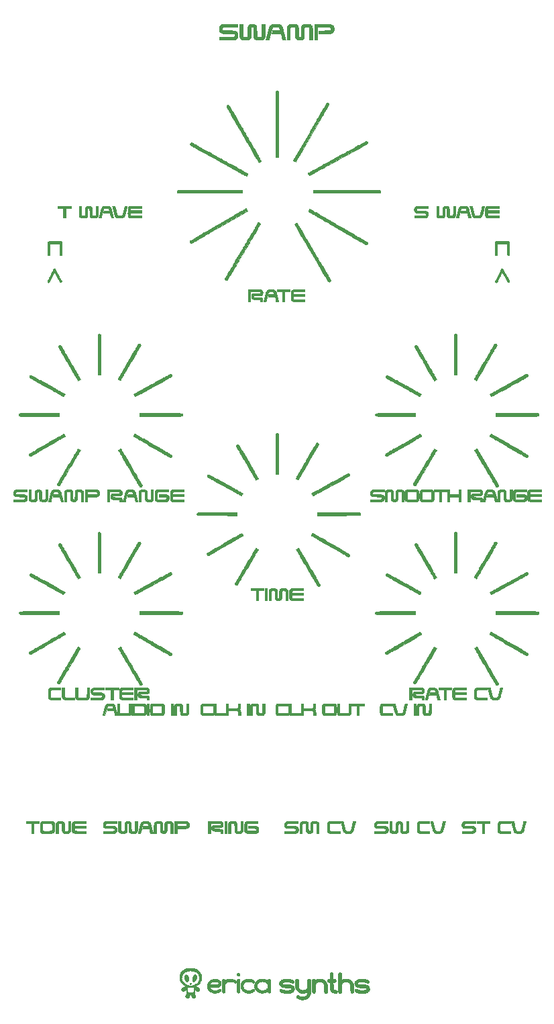
<source format=gto>
G04 #@! TF.GenerationSoftware,KiCad,Pcbnew,(5.0.0-rc2)*
G04 #@! TF.CreationDate,2020-07-08T21:08:46+03:00*
G04 #@! TF.ProjectId,SWAMPNL2,5357414D504E4C322E6B696361645F70,rev?*
G04 #@! TF.SameCoordinates,PX2549e60PY82a7440*
G04 #@! TF.FileFunction,Legend,Top*
G04 #@! TF.FilePolarity,Positive*
%FSLAX46Y46*%
G04 Gerber Fmt 4.6, Leading zero omitted, Abs format (unit mm)*
G04 Created by KiCad (PCBNEW (5.0.0-rc2)) date Wed Jul  8 21:08:46 2020*
%MOMM*%
%LPD*%
G01*
G04 APERTURE LIST*
%ADD10C,0.010000*%
G04 APERTURE END LIST*
D10*
G04 #@! TO.C,G\002A\002A\002A*
G36*
X25069192Y6386930D02*
X25109033Y6357509D01*
X25142622Y6314049D01*
X25168345Y6257940D01*
X25180348Y6208417D01*
X25187154Y6147747D01*
X25188765Y6080891D01*
X25185183Y6012812D01*
X25176410Y5948472D01*
X25168237Y5912162D01*
X25142659Y5833716D01*
X25110526Y5761832D01*
X25073071Y5697697D01*
X25031531Y5642500D01*
X24987139Y5597428D01*
X24941130Y5563669D01*
X24894739Y5542412D01*
X24849200Y5534844D01*
X24805750Y5542154D01*
X24790570Y5548804D01*
X24746513Y5581156D01*
X24711521Y5627686D01*
X24685694Y5688217D01*
X24669131Y5762568D01*
X24668209Y5769111D01*
X24663424Y5849530D01*
X24669563Y5932752D01*
X24685591Y6016308D01*
X24710472Y6097729D01*
X24743171Y6174545D01*
X24782652Y6244288D01*
X24827881Y6304490D01*
X24877820Y6352681D01*
X24925991Y6383769D01*
X24976288Y6400778D01*
X25024483Y6401592D01*
X25069192Y6386930D01*
X25069192Y6386930D01*
G37*
X25069192Y6386930D02*
X25109033Y6357509D01*
X25142622Y6314049D01*
X25168345Y6257940D01*
X25180348Y6208417D01*
X25187154Y6147747D01*
X25188765Y6080891D01*
X25185183Y6012812D01*
X25176410Y5948472D01*
X25168237Y5912162D01*
X25142659Y5833716D01*
X25110526Y5761832D01*
X25073071Y5697697D01*
X25031531Y5642500D01*
X24987139Y5597428D01*
X24941130Y5563669D01*
X24894739Y5542412D01*
X24849200Y5534844D01*
X24805750Y5542154D01*
X24790570Y5548804D01*
X24746513Y5581156D01*
X24711521Y5627686D01*
X24685694Y5688217D01*
X24669131Y5762568D01*
X24668209Y5769111D01*
X24663424Y5849530D01*
X24669563Y5932752D01*
X24685591Y6016308D01*
X24710472Y6097729D01*
X24743171Y6174545D01*
X24782652Y6244288D01*
X24827881Y6304490D01*
X24877820Y6352681D01*
X24925991Y6383769D01*
X24976288Y6400778D01*
X25024483Y6401592D01*
X25069192Y6386930D01*
G36*
X23901077Y6395184D02*
X23903406Y6394518D01*
X23929049Y6385585D01*
X23951529Y6373460D01*
X23975231Y6355138D01*
X24004538Y6327614D01*
X24012381Y6319818D01*
X24070352Y6250268D01*
X24118066Y6168708D01*
X24154702Y6077178D01*
X24179441Y5977720D01*
X24191377Y5874075D01*
X24192417Y5804980D01*
X24187011Y5746861D01*
X24174286Y5694710D01*
X24153373Y5643520D01*
X24150106Y5636872D01*
X24120443Y5590449D01*
X24084714Y5559171D01*
X24041267Y5541837D01*
X24013503Y5537816D01*
X23975796Y5538530D01*
X23942264Y5548538D01*
X23931490Y5553603D01*
X23879684Y5587923D01*
X23829992Y5637215D01*
X23783790Y5699538D01*
X23742456Y5772953D01*
X23707366Y5855519D01*
X23698014Y5882539D01*
X23688799Y5911967D01*
X23682316Y5937545D01*
X23678074Y5963403D01*
X23675581Y5993673D01*
X23674345Y6032488D01*
X23673878Y6083979D01*
X23673871Y6085671D01*
X23674465Y6148573D01*
X23677315Y6198057D01*
X23683167Y6237566D01*
X23692768Y6270543D01*
X23706865Y6300429D01*
X23726203Y6330669D01*
X23727351Y6332294D01*
X23763215Y6372019D01*
X23803467Y6395511D01*
X23849093Y6403116D01*
X23901077Y6395184D01*
X23901077Y6395184D01*
G37*
X23901077Y6395184D02*
X23903406Y6394518D01*
X23929049Y6385585D01*
X23951529Y6373460D01*
X23975231Y6355138D01*
X24004538Y6327614D01*
X24012381Y6319818D01*
X24070352Y6250268D01*
X24118066Y6168708D01*
X24154702Y6077178D01*
X24179441Y5977720D01*
X24191377Y5874075D01*
X24192417Y5804980D01*
X24187011Y5746861D01*
X24174286Y5694710D01*
X24153373Y5643520D01*
X24150106Y5636872D01*
X24120443Y5590449D01*
X24084714Y5559171D01*
X24041267Y5541837D01*
X24013503Y5537816D01*
X23975796Y5538530D01*
X23942264Y5548538D01*
X23931490Y5553603D01*
X23879684Y5587923D01*
X23829992Y5637215D01*
X23783790Y5699538D01*
X23742456Y5772953D01*
X23707366Y5855519D01*
X23698014Y5882539D01*
X23688799Y5911967D01*
X23682316Y5937545D01*
X23678074Y5963403D01*
X23675581Y5993673D01*
X23674345Y6032488D01*
X23673878Y6083979D01*
X23673871Y6085671D01*
X23674465Y6148573D01*
X23677315Y6198057D01*
X23683167Y6237566D01*
X23692768Y6270543D01*
X23706865Y6300429D01*
X23726203Y6330669D01*
X23727351Y6332294D01*
X23763215Y6372019D01*
X23803467Y6395511D01*
X23849093Y6403116D01*
X23901077Y6395184D01*
G36*
X24459813Y5347210D02*
X24485723Y5330780D01*
X24504713Y5306195D01*
X24513987Y5275512D01*
X24510749Y5240787D01*
X24505383Y5226354D01*
X24485286Y5200803D01*
X24455951Y5185344D01*
X24422517Y5181134D01*
X24390122Y5189327D01*
X24377087Y5197500D01*
X24353869Y5225381D01*
X24344071Y5258960D01*
X24348005Y5293520D01*
X24365983Y5324341D01*
X24368532Y5327003D01*
X24398421Y5347378D01*
X24429781Y5353428D01*
X24459813Y5347210D01*
X24459813Y5347210D01*
G37*
X24459813Y5347210D02*
X24485723Y5330780D01*
X24504713Y5306195D01*
X24513987Y5275512D01*
X24510749Y5240787D01*
X24505383Y5226354D01*
X24485286Y5200803D01*
X24455951Y5185344D01*
X24422517Y5181134D01*
X24390122Y5189327D01*
X24377087Y5197500D01*
X24353869Y5225381D01*
X24344071Y5258960D01*
X24348005Y5293520D01*
X24365983Y5324341D01*
X24368532Y5327003D01*
X24398421Y5347378D01*
X24429781Y5353428D01*
X24459813Y5347210D01*
G36*
X41098284Y126253375D02*
X42090670Y126250805D01*
X42156692Y126232154D01*
X42248935Y126198723D01*
X42328479Y126154107D01*
X42395380Y126098253D01*
X42449695Y126031106D01*
X42491479Y125952611D01*
X42515725Y125882327D01*
X42522364Y125847222D01*
X42527227Y125799171D01*
X42530317Y125742059D01*
X42531633Y125679775D01*
X42531179Y125616207D01*
X42528954Y125555240D01*
X42524960Y125500763D01*
X42519199Y125456662D01*
X42515585Y125439437D01*
X42486565Y125353100D01*
X42446041Y125278992D01*
X42393593Y125216692D01*
X42328803Y125165776D01*
X42251254Y125125821D01*
X42182197Y125102151D01*
X42170444Y125098912D01*
X42158896Y125096068D01*
X42146414Y125093588D01*
X42131863Y125091443D01*
X42114102Y125089602D01*
X42091997Y125088036D01*
X42064408Y125086714D01*
X42030199Y125085607D01*
X41988231Y125084684D01*
X41937368Y125083916D01*
X41876471Y125083274D01*
X41804403Y125082725D01*
X41720028Y125082242D01*
X41622206Y125081794D01*
X41509801Y125081350D01*
X41381675Y125080882D01*
X41373359Y125080852D01*
X40630657Y125078180D01*
X40630657Y125433803D01*
X42048351Y125438587D01*
X42087767Y125458005D01*
X42112644Y125472204D01*
X42131003Y125488565D01*
X42143792Y125509782D01*
X42151960Y125538547D01*
X42156454Y125577555D01*
X42158222Y125629498D01*
X42158381Y125658647D01*
X42157562Y125717787D01*
X42154355Y125762855D01*
X42147630Y125796657D01*
X42136260Y125822001D01*
X42119116Y125841695D01*
X42095070Y125858546D01*
X42073352Y125870243D01*
X42022959Y125895635D01*
X41250633Y125898085D01*
X40478307Y125900536D01*
X40478307Y124266344D01*
X40105898Y124266344D01*
X40105898Y126255944D01*
X41098284Y126253375D01*
X41098284Y126253375D01*
G37*
X41098284Y126253375D02*
X42090670Y126250805D01*
X42156692Y126232154D01*
X42248935Y126198723D01*
X42328479Y126154107D01*
X42395380Y126098253D01*
X42449695Y126031106D01*
X42491479Y125952611D01*
X42515725Y125882327D01*
X42522364Y125847222D01*
X42527227Y125799171D01*
X42530317Y125742059D01*
X42531633Y125679775D01*
X42531179Y125616207D01*
X42528954Y125555240D01*
X42524960Y125500763D01*
X42519199Y125456662D01*
X42515585Y125439437D01*
X42486565Y125353100D01*
X42446041Y125278992D01*
X42393593Y125216692D01*
X42328803Y125165776D01*
X42251254Y125125821D01*
X42182197Y125102151D01*
X42170444Y125098912D01*
X42158896Y125096068D01*
X42146414Y125093588D01*
X42131863Y125091443D01*
X42114102Y125089602D01*
X42091997Y125088036D01*
X42064408Y125086714D01*
X42030199Y125085607D01*
X41988231Y125084684D01*
X41937368Y125083916D01*
X41876471Y125083274D01*
X41804403Y125082725D01*
X41720028Y125082242D01*
X41622206Y125081794D01*
X41509801Y125081350D01*
X41381675Y125080882D01*
X41373359Y125080852D01*
X40630657Y125078180D01*
X40630657Y125433803D01*
X42048351Y125438587D01*
X42087767Y125458005D01*
X42112644Y125472204D01*
X42131003Y125488565D01*
X42143792Y125509782D01*
X42151960Y125538547D01*
X42156454Y125577555D01*
X42158222Y125629498D01*
X42158381Y125658647D01*
X42157562Y125717787D01*
X42154355Y125762855D01*
X42147630Y125796657D01*
X42136260Y125822001D01*
X42119116Y125841695D01*
X42095070Y125858546D01*
X42073352Y125870243D01*
X42022959Y125895635D01*
X41250633Y125898085D01*
X40478307Y125900536D01*
X40478307Y124266344D01*
X40105898Y124266344D01*
X40105898Y126255944D01*
X41098284Y126253375D01*
G36*
X39301217Y126253955D02*
X39354586Y126252408D01*
X39398715Y126249646D01*
X39435525Y126245476D01*
X39466936Y126239703D01*
X39494869Y126232134D01*
X39521243Y126222575D01*
X39547981Y126210833D01*
X39564212Y126203043D01*
X39637025Y126159187D01*
X39697939Y126105249D01*
X39745385Y126042717D01*
X39758767Y126018585D01*
X39767726Y126001201D01*
X39775650Y125985956D01*
X39782605Y125971756D01*
X39788657Y125957511D01*
X39793874Y125942128D01*
X39798321Y125924516D01*
X39802064Y125903582D01*
X39805170Y125878234D01*
X39807706Y125847381D01*
X39809737Y125809931D01*
X39811330Y125764791D01*
X39812551Y125710870D01*
X39813468Y125647075D01*
X39814145Y125572315D01*
X39814649Y125485498D01*
X39815047Y125385532D01*
X39815406Y125271325D01*
X39815791Y125141784D01*
X39815995Y125076757D01*
X39818616Y124266344D01*
X39446062Y124266344D01*
X39443774Y125042902D01*
X39443370Y125175462D01*
X39442970Y125292150D01*
X39442552Y125394019D01*
X39442093Y125482124D01*
X39441569Y125557520D01*
X39440958Y125621261D01*
X39440237Y125674403D01*
X39439381Y125717999D01*
X39438368Y125753105D01*
X39437176Y125780776D01*
X39435780Y125802064D01*
X39434157Y125818026D01*
X39432285Y125829717D01*
X39430141Y125838189D01*
X39427700Y125844499D01*
X39426112Y125847634D01*
X39417556Y125861769D01*
X39407719Y125873102D01*
X39394746Y125881941D01*
X39376782Y125888595D01*
X39351973Y125893370D01*
X39318465Y125896574D01*
X39274403Y125898516D01*
X39217933Y125899503D01*
X39147200Y125899843D01*
X39111396Y125899866D01*
X39033859Y125899713D01*
X38971393Y125899046D01*
X38922145Y125897559D01*
X38884261Y125894943D01*
X38855884Y125890891D01*
X38835162Y125885095D01*
X38820239Y125877247D01*
X38809261Y125867040D01*
X38800375Y125854166D01*
X38796680Y125847634D01*
X38793701Y125841311D01*
X38791109Y125833210D01*
X38788867Y125822115D01*
X38786934Y125806814D01*
X38785271Y125786091D01*
X38783841Y125758732D01*
X38782602Y125723521D01*
X38781517Y125679245D01*
X38780546Y125624689D01*
X38779650Y125558639D01*
X38778790Y125479879D01*
X38777927Y125387195D01*
X38777022Y125279372D01*
X38776568Y125222759D01*
X38775639Y125105148D01*
X38774785Y125003151D01*
X38773913Y124915451D01*
X38772927Y124840736D01*
X38771733Y124777691D01*
X38770235Y124725001D01*
X38768338Y124681353D01*
X38765948Y124645433D01*
X38762970Y124615925D01*
X38759308Y124591517D01*
X38754869Y124570893D01*
X38749555Y124552739D01*
X38743274Y124535742D01*
X38735930Y124518587D01*
X38727428Y124499959D01*
X38723782Y124492020D01*
X38696714Y124445595D01*
X38660044Y124399932D01*
X38619116Y124361226D01*
X38597374Y124345555D01*
X38545438Y124319824D01*
X38480307Y124298874D01*
X38405113Y124283012D01*
X38322985Y124272543D01*
X38237055Y124267773D01*
X38150454Y124269009D01*
X38066312Y124276557D01*
X38002633Y124287397D01*
X37921866Y124311814D01*
X37850996Y124348205D01*
X37791345Y124395615D01*
X37744233Y124453088D01*
X37723966Y124489009D01*
X37714567Y124508456D01*
X37706412Y124526154D01*
X37699401Y124543411D01*
X37693439Y124561535D01*
X37688426Y124581834D01*
X37684264Y124605615D01*
X37680856Y124634187D01*
X37678105Y124668857D01*
X37675911Y124710933D01*
X37674177Y124761723D01*
X37672805Y124822535D01*
X37671697Y124894676D01*
X37670755Y124979454D01*
X37669882Y125078178D01*
X37668979Y125192154D01*
X37668707Y125226991D01*
X37667787Y125341959D01*
X37666924Y125441220D01*
X37666080Y125525992D01*
X37665216Y125597494D01*
X37664291Y125656947D01*
X37663267Y125705568D01*
X37662105Y125744578D01*
X37660765Y125775197D01*
X37659208Y125798642D01*
X37657395Y125816134D01*
X37655285Y125828892D01*
X37652841Y125838135D01*
X37650023Y125845083D01*
X37648705Y125847634D01*
X37640160Y125861756D01*
X37630338Y125873081D01*
X37617388Y125881917D01*
X37599456Y125888571D01*
X37574692Y125893349D01*
X37541241Y125896558D01*
X37497253Y125898505D01*
X37440875Y125899497D01*
X37370254Y125899841D01*
X37333424Y125899866D01*
X37255988Y125899708D01*
X37193615Y125899020D01*
X37144439Y125897481D01*
X37106596Y125894773D01*
X37078221Y125890576D01*
X37057450Y125884570D01*
X37042419Y125876434D01*
X37031262Y125865850D01*
X37022116Y125852498D01*
X37018338Y125845826D01*
X37015864Y125840320D01*
X37013679Y125832692D01*
X37011761Y125821896D01*
X37010089Y125806887D01*
X37008640Y125786618D01*
X37007393Y125760043D01*
X37006325Y125726117D01*
X37005416Y125683793D01*
X37004642Y125632025D01*
X37003983Y125569767D01*
X37003416Y125495974D01*
X37002919Y125409598D01*
X37002471Y125309595D01*
X37002050Y125194917D01*
X37001635Y125064520D01*
X37001569Y125042902D01*
X36999240Y124266344D01*
X36627258Y124266344D01*
X36627258Y125058608D01*
X36627249Y125196116D01*
X36627263Y125317797D01*
X36627362Y125424753D01*
X36627607Y125518085D01*
X36628058Y125598895D01*
X36628778Y125668282D01*
X36629827Y125727350D01*
X36631266Y125777198D01*
X36633157Y125818928D01*
X36635561Y125853641D01*
X36638539Y125882439D01*
X36642152Y125906423D01*
X36646462Y125926693D01*
X36651529Y125944352D01*
X36657415Y125960500D01*
X36664181Y125976238D01*
X36671889Y125992669D01*
X36680127Y126009896D01*
X36718498Y126072124D01*
X36770399Y126128330D01*
X36832898Y126176435D01*
X36903063Y126214359D01*
X36977962Y126240021D01*
X37014975Y126247410D01*
X37045120Y126250320D01*
X37091579Y126252423D01*
X37153757Y126253711D01*
X37231058Y126254174D01*
X37322888Y126253802D01*
X37378920Y126253244D01*
X37462259Y126252145D01*
X37530535Y126250943D01*
X37585616Y126249543D01*
X37629366Y126247851D01*
X37663651Y126245772D01*
X37690338Y126243210D01*
X37711291Y126240072D01*
X37728377Y126236263D01*
X37731789Y126235329D01*
X37811919Y126206161D01*
X37878717Y126167190D01*
X37933286Y126117314D01*
X37976730Y126055432D01*
X38010150Y125980442D01*
X38020990Y125946418D01*
X38023874Y125935053D01*
X38026389Y125921488D01*
X38028573Y125904462D01*
X38030465Y125882716D01*
X38032103Y125854991D01*
X38033524Y125820026D01*
X38034767Y125776561D01*
X38035869Y125723339D01*
X38036868Y125659097D01*
X38037803Y125582578D01*
X38038711Y125492521D01*
X38039630Y125387667D01*
X38040292Y125305890D01*
X38041202Y125191743D01*
X38042031Y125093303D01*
X38042820Y125009354D01*
X38043616Y124938675D01*
X38044464Y124880048D01*
X38045406Y124832254D01*
X38046490Y124794074D01*
X38047758Y124764290D01*
X38049255Y124741682D01*
X38051027Y124725033D01*
X38053117Y124713122D01*
X38055572Y124704731D01*
X38058434Y124698642D01*
X38061749Y124693636D01*
X38062764Y124692262D01*
X38085015Y124667290D01*
X38110304Y124650368D01*
X38142303Y124640172D01*
X38184683Y124635376D01*
X38222692Y124634522D01*
X38274573Y124636314D01*
X38313490Y124642573D01*
X38343116Y124654626D01*
X38367122Y124673797D01*
X38382621Y124692261D01*
X38386082Y124697203D01*
X38389076Y124702895D01*
X38391647Y124710561D01*
X38393841Y124721423D01*
X38395705Y124736706D01*
X38397282Y124757632D01*
X38398619Y124785427D01*
X38399762Y124821312D01*
X38400755Y124866512D01*
X38401645Y124922251D01*
X38402477Y124989751D01*
X38403297Y125070237D01*
X38404149Y125164932D01*
X38405080Y125275059D01*
X38405302Y125301658D01*
X38406307Y125417732D01*
X38407279Y125518136D01*
X38408257Y125604127D01*
X38409277Y125676962D01*
X38410376Y125737899D01*
X38411592Y125788194D01*
X38412963Y125829106D01*
X38414525Y125861891D01*
X38416316Y125887806D01*
X38418373Y125908110D01*
X38420734Y125924058D01*
X38423436Y125936909D01*
X38424267Y125940157D01*
X38451885Y126017911D01*
X38490196Y126085893D01*
X38537886Y126142358D01*
X38593640Y126185558D01*
X38619703Y126199592D01*
X38646715Y126212041D01*
X38671408Y126222249D01*
X38695832Y126230463D01*
X38722039Y126236930D01*
X38752079Y126241895D01*
X38788005Y126245605D01*
X38831866Y126248306D01*
X38885713Y126250245D01*
X38951599Y126251668D01*
X39031573Y126252821D01*
X39066465Y126253244D01*
X39159077Y126254179D01*
X39236687Y126254481D01*
X39301217Y126253955D01*
X39301217Y126253955D01*
G37*
X39301217Y126253955D02*
X39354586Y126252408D01*
X39398715Y126249646D01*
X39435525Y126245476D01*
X39466936Y126239703D01*
X39494869Y126232134D01*
X39521243Y126222575D01*
X39547981Y126210833D01*
X39564212Y126203043D01*
X39637025Y126159187D01*
X39697939Y126105249D01*
X39745385Y126042717D01*
X39758767Y126018585D01*
X39767726Y126001201D01*
X39775650Y125985956D01*
X39782605Y125971756D01*
X39788657Y125957511D01*
X39793874Y125942128D01*
X39798321Y125924516D01*
X39802064Y125903582D01*
X39805170Y125878234D01*
X39807706Y125847381D01*
X39809737Y125809931D01*
X39811330Y125764791D01*
X39812551Y125710870D01*
X39813468Y125647075D01*
X39814145Y125572315D01*
X39814649Y125485498D01*
X39815047Y125385532D01*
X39815406Y125271325D01*
X39815791Y125141784D01*
X39815995Y125076757D01*
X39818616Y124266344D01*
X39446062Y124266344D01*
X39443774Y125042902D01*
X39443370Y125175462D01*
X39442970Y125292150D01*
X39442552Y125394019D01*
X39442093Y125482124D01*
X39441569Y125557520D01*
X39440958Y125621261D01*
X39440237Y125674403D01*
X39439381Y125717999D01*
X39438368Y125753105D01*
X39437176Y125780776D01*
X39435780Y125802064D01*
X39434157Y125818026D01*
X39432285Y125829717D01*
X39430141Y125838189D01*
X39427700Y125844499D01*
X39426112Y125847634D01*
X39417556Y125861769D01*
X39407719Y125873102D01*
X39394746Y125881941D01*
X39376782Y125888595D01*
X39351973Y125893370D01*
X39318465Y125896574D01*
X39274403Y125898516D01*
X39217933Y125899503D01*
X39147200Y125899843D01*
X39111396Y125899866D01*
X39033859Y125899713D01*
X38971393Y125899046D01*
X38922145Y125897559D01*
X38884261Y125894943D01*
X38855884Y125890891D01*
X38835162Y125885095D01*
X38820239Y125877247D01*
X38809261Y125867040D01*
X38800375Y125854166D01*
X38796680Y125847634D01*
X38793701Y125841311D01*
X38791109Y125833210D01*
X38788867Y125822115D01*
X38786934Y125806814D01*
X38785271Y125786091D01*
X38783841Y125758732D01*
X38782602Y125723521D01*
X38781517Y125679245D01*
X38780546Y125624689D01*
X38779650Y125558639D01*
X38778790Y125479879D01*
X38777927Y125387195D01*
X38777022Y125279372D01*
X38776568Y125222759D01*
X38775639Y125105148D01*
X38774785Y125003151D01*
X38773913Y124915451D01*
X38772927Y124840736D01*
X38771733Y124777691D01*
X38770235Y124725001D01*
X38768338Y124681353D01*
X38765948Y124645433D01*
X38762970Y124615925D01*
X38759308Y124591517D01*
X38754869Y124570893D01*
X38749555Y124552739D01*
X38743274Y124535742D01*
X38735930Y124518587D01*
X38727428Y124499959D01*
X38723782Y124492020D01*
X38696714Y124445595D01*
X38660044Y124399932D01*
X38619116Y124361226D01*
X38597374Y124345555D01*
X38545438Y124319824D01*
X38480307Y124298874D01*
X38405113Y124283012D01*
X38322985Y124272543D01*
X38237055Y124267773D01*
X38150454Y124269009D01*
X38066312Y124276557D01*
X38002633Y124287397D01*
X37921866Y124311814D01*
X37850996Y124348205D01*
X37791345Y124395615D01*
X37744233Y124453088D01*
X37723966Y124489009D01*
X37714567Y124508456D01*
X37706412Y124526154D01*
X37699401Y124543411D01*
X37693439Y124561535D01*
X37688426Y124581834D01*
X37684264Y124605615D01*
X37680856Y124634187D01*
X37678105Y124668857D01*
X37675911Y124710933D01*
X37674177Y124761723D01*
X37672805Y124822535D01*
X37671697Y124894676D01*
X37670755Y124979454D01*
X37669882Y125078178D01*
X37668979Y125192154D01*
X37668707Y125226991D01*
X37667787Y125341959D01*
X37666924Y125441220D01*
X37666080Y125525992D01*
X37665216Y125597494D01*
X37664291Y125656947D01*
X37663267Y125705568D01*
X37662105Y125744578D01*
X37660765Y125775197D01*
X37659208Y125798642D01*
X37657395Y125816134D01*
X37655285Y125828892D01*
X37652841Y125838135D01*
X37650023Y125845083D01*
X37648705Y125847634D01*
X37640160Y125861756D01*
X37630338Y125873081D01*
X37617388Y125881917D01*
X37599456Y125888571D01*
X37574692Y125893349D01*
X37541241Y125896558D01*
X37497253Y125898505D01*
X37440875Y125899497D01*
X37370254Y125899841D01*
X37333424Y125899866D01*
X37255988Y125899708D01*
X37193615Y125899020D01*
X37144439Y125897481D01*
X37106596Y125894773D01*
X37078221Y125890576D01*
X37057450Y125884570D01*
X37042419Y125876434D01*
X37031262Y125865850D01*
X37022116Y125852498D01*
X37018338Y125845826D01*
X37015864Y125840320D01*
X37013679Y125832692D01*
X37011761Y125821896D01*
X37010089Y125806887D01*
X37008640Y125786618D01*
X37007393Y125760043D01*
X37006325Y125726117D01*
X37005416Y125683793D01*
X37004642Y125632025D01*
X37003983Y125569767D01*
X37003416Y125495974D01*
X37002919Y125409598D01*
X37002471Y125309595D01*
X37002050Y125194917D01*
X37001635Y125064520D01*
X37001569Y125042902D01*
X36999240Y124266344D01*
X36627258Y124266344D01*
X36627258Y125058608D01*
X36627249Y125196116D01*
X36627263Y125317797D01*
X36627362Y125424753D01*
X36627607Y125518085D01*
X36628058Y125598895D01*
X36628778Y125668282D01*
X36629827Y125727350D01*
X36631266Y125777198D01*
X36633157Y125818928D01*
X36635561Y125853641D01*
X36638539Y125882439D01*
X36642152Y125906423D01*
X36646462Y125926693D01*
X36651529Y125944352D01*
X36657415Y125960500D01*
X36664181Y125976238D01*
X36671889Y125992669D01*
X36680127Y126009896D01*
X36718498Y126072124D01*
X36770399Y126128330D01*
X36832898Y126176435D01*
X36903063Y126214359D01*
X36977962Y126240021D01*
X37014975Y126247410D01*
X37045120Y126250320D01*
X37091579Y126252423D01*
X37153757Y126253711D01*
X37231058Y126254174D01*
X37322888Y126253802D01*
X37378920Y126253244D01*
X37462259Y126252145D01*
X37530535Y126250943D01*
X37585616Y126249543D01*
X37629366Y126247851D01*
X37663651Y126245772D01*
X37690338Y126243210D01*
X37711291Y126240072D01*
X37728377Y126236263D01*
X37731789Y126235329D01*
X37811919Y126206161D01*
X37878717Y126167190D01*
X37933286Y126117314D01*
X37976730Y126055432D01*
X38010150Y125980442D01*
X38020990Y125946418D01*
X38023874Y125935053D01*
X38026389Y125921488D01*
X38028573Y125904462D01*
X38030465Y125882716D01*
X38032103Y125854991D01*
X38033524Y125820026D01*
X38034767Y125776561D01*
X38035869Y125723339D01*
X38036868Y125659097D01*
X38037803Y125582578D01*
X38038711Y125492521D01*
X38039630Y125387667D01*
X38040292Y125305890D01*
X38041202Y125191743D01*
X38042031Y125093303D01*
X38042820Y125009354D01*
X38043616Y124938675D01*
X38044464Y124880048D01*
X38045406Y124832254D01*
X38046490Y124794074D01*
X38047758Y124764290D01*
X38049255Y124741682D01*
X38051027Y124725033D01*
X38053117Y124713122D01*
X38055572Y124704731D01*
X38058434Y124698642D01*
X38061749Y124693636D01*
X38062764Y124692262D01*
X38085015Y124667290D01*
X38110304Y124650368D01*
X38142303Y124640172D01*
X38184683Y124635376D01*
X38222692Y124634522D01*
X38274573Y124636314D01*
X38313490Y124642573D01*
X38343116Y124654626D01*
X38367122Y124673797D01*
X38382621Y124692261D01*
X38386082Y124697203D01*
X38389076Y124702895D01*
X38391647Y124710561D01*
X38393841Y124721423D01*
X38395705Y124736706D01*
X38397282Y124757632D01*
X38398619Y124785427D01*
X38399762Y124821312D01*
X38400755Y124866512D01*
X38401645Y124922251D01*
X38402477Y124989751D01*
X38403297Y125070237D01*
X38404149Y125164932D01*
X38405080Y125275059D01*
X38405302Y125301658D01*
X38406307Y125417732D01*
X38407279Y125518136D01*
X38408257Y125604127D01*
X38409277Y125676962D01*
X38410376Y125737899D01*
X38411592Y125788194D01*
X38412963Y125829106D01*
X38414525Y125861891D01*
X38416316Y125887806D01*
X38418373Y125908110D01*
X38420734Y125924058D01*
X38423436Y125936909D01*
X38424267Y125940157D01*
X38451885Y126017911D01*
X38490196Y126085893D01*
X38537886Y126142358D01*
X38593640Y126185558D01*
X38619703Y126199592D01*
X38646715Y126212041D01*
X38671408Y126222249D01*
X38695832Y126230463D01*
X38722039Y126236930D01*
X38752079Y126241895D01*
X38788005Y126245605D01*
X38831866Y126248306D01*
X38885713Y126250245D01*
X38951599Y126251668D01*
X39031573Y126252821D01*
X39066465Y126253244D01*
X39159077Y126254179D01*
X39236687Y126254481D01*
X39301217Y126253955D01*
G36*
X35272677Y126255302D02*
X35347981Y126254512D01*
X35418124Y126253190D01*
X35480662Y126251335D01*
X35533150Y126248945D01*
X35573141Y126246019D01*
X35594668Y126243259D01*
X35686364Y126218603D01*
X35769310Y126179488D01*
X35843410Y126126004D01*
X35908566Y126058242D01*
X35964681Y125976292D01*
X36011656Y125880244D01*
X36026109Y125842794D01*
X36032037Y125824068D01*
X36041815Y125790254D01*
X36055090Y125742662D01*
X36071512Y125682601D01*
X36090732Y125611384D01*
X36112399Y125530319D01*
X36136163Y125440717D01*
X36161672Y125343888D01*
X36188577Y125241143D01*
X36216528Y125133792D01*
X36242403Y125033877D01*
X36270519Y124925058D01*
X36297485Y124820755D01*
X36322992Y124722155D01*
X36346733Y124630445D01*
X36368400Y124546813D01*
X36387685Y124472447D01*
X36404279Y124408534D01*
X36417876Y124356261D01*
X36428166Y124316815D01*
X36434843Y124291385D01*
X36437598Y124281157D01*
X36437599Y124281156D01*
X36438065Y124276487D01*
X36434907Y124272915D01*
X36426189Y124270295D01*
X36409977Y124268482D01*
X36384335Y124267331D01*
X36347328Y124266697D01*
X36297021Y124266435D01*
X36240607Y124266396D01*
X36039020Y124266448D01*
X35937227Y124670545D01*
X35835433Y125074642D01*
X35269728Y125076818D01*
X34704022Y125078994D01*
X34708971Y125097918D01*
X34712398Y125111720D01*
X34719065Y125139160D01*
X34728290Y125177410D01*
X34739391Y125223640D01*
X34751686Y125275021D01*
X34753846Y125284063D01*
X34793772Y125451283D01*
X35261931Y125451283D01*
X35363113Y125451423D01*
X35453976Y125451834D01*
X35533586Y125452499D01*
X35601005Y125453404D01*
X35655298Y125454531D01*
X35695529Y125455865D01*
X35720761Y125457390D01*
X35730059Y125459091D01*
X35730090Y125459199D01*
X35727862Y125471150D01*
X35721775Y125496121D01*
X35712724Y125530889D01*
X35701602Y125572228D01*
X35689306Y125616913D01*
X35676729Y125661718D01*
X35664766Y125703418D01*
X35654312Y125738788D01*
X35646262Y125764604D01*
X35642135Y125776256D01*
X35620472Y125813302D01*
X35589301Y125848621D01*
X35554347Y125876182D01*
X35539726Y125884082D01*
X35529711Y125888085D01*
X35517888Y125891335D01*
X35502489Y125893907D01*
X35481746Y125895881D01*
X35453891Y125897333D01*
X35417156Y125898342D01*
X35369774Y125898984D01*
X35309977Y125899337D01*
X35235997Y125899479D01*
X35188404Y125899495D01*
X35106141Y125899446D01*
X35039021Y125899244D01*
X34985258Y125898807D01*
X34943067Y125898052D01*
X34910664Y125896897D01*
X34886264Y125895259D01*
X34868081Y125893055D01*
X34854330Y125890203D01*
X34843227Y125886620D01*
X34835003Y125883151D01*
X34787999Y125852822D01*
X34750798Y125808836D01*
X34739041Y125788236D01*
X34734515Y125775349D01*
X34726172Y125747335D01*
X34714355Y125705475D01*
X34699407Y125651053D01*
X34681670Y125585348D01*
X34661487Y125509643D01*
X34639200Y125425220D01*
X34615153Y125333361D01*
X34589688Y125235347D01*
X34563147Y125132460D01*
X34548987Y125077273D01*
X34521860Y124971380D01*
X34495609Y124868959D01*
X34470586Y124771377D01*
X34447140Y124679998D01*
X34425624Y124596190D01*
X34406387Y124521317D01*
X34389781Y124456746D01*
X34376156Y124403841D01*
X34365863Y124363970D01*
X34359253Y124338496D01*
X34357532Y124331939D01*
X34340165Y124266344D01*
X34142192Y124266344D01*
X34086333Y124266449D01*
X34036578Y124266741D01*
X33995272Y124267192D01*
X33964755Y124267771D01*
X33947373Y124268447D01*
X33944219Y124268902D01*
X33946328Y124279668D01*
X33952413Y124305411D01*
X33962114Y124344746D01*
X33975067Y124396287D01*
X33990911Y124458650D01*
X34009284Y124530449D01*
X34029824Y124610299D01*
X34052168Y124696815D01*
X34075955Y124788611D01*
X34100823Y124884303D01*
X34126410Y124982505D01*
X34152353Y125081831D01*
X34178291Y125180898D01*
X34203862Y125278319D01*
X34228704Y125372709D01*
X34252454Y125462683D01*
X34274752Y125546856D01*
X34295234Y125623843D01*
X34313539Y125692258D01*
X34329305Y125750717D01*
X34342169Y125797834D01*
X34351770Y125832223D01*
X34357747Y125852500D01*
X34359123Y125856565D01*
X34404295Y125954823D01*
X34458565Y126039846D01*
X34521436Y126111178D01*
X34592412Y126168361D01*
X34670995Y126210937D01*
X34756690Y126238448D01*
X34777916Y126242697D01*
X34806471Y126246097D01*
X34849427Y126248979D01*
X34904341Y126251342D01*
X34968766Y126253183D01*
X35040257Y126254502D01*
X35116370Y126255296D01*
X35194658Y126255563D01*
X35272677Y126255302D01*
X35272677Y126255302D01*
G37*
X35272677Y126255302D02*
X35347981Y126254512D01*
X35418124Y126253190D01*
X35480662Y126251335D01*
X35533150Y126248945D01*
X35573141Y126246019D01*
X35594668Y126243259D01*
X35686364Y126218603D01*
X35769310Y126179488D01*
X35843410Y126126004D01*
X35908566Y126058242D01*
X35964681Y125976292D01*
X36011656Y125880244D01*
X36026109Y125842794D01*
X36032037Y125824068D01*
X36041815Y125790254D01*
X36055090Y125742662D01*
X36071512Y125682601D01*
X36090732Y125611384D01*
X36112399Y125530319D01*
X36136163Y125440717D01*
X36161672Y125343888D01*
X36188577Y125241143D01*
X36216528Y125133792D01*
X36242403Y125033877D01*
X36270519Y124925058D01*
X36297485Y124820755D01*
X36322992Y124722155D01*
X36346733Y124630445D01*
X36368400Y124546813D01*
X36387685Y124472447D01*
X36404279Y124408534D01*
X36417876Y124356261D01*
X36428166Y124316815D01*
X36434843Y124291385D01*
X36437598Y124281157D01*
X36437599Y124281156D01*
X36438065Y124276487D01*
X36434907Y124272915D01*
X36426189Y124270295D01*
X36409977Y124268482D01*
X36384335Y124267331D01*
X36347328Y124266697D01*
X36297021Y124266435D01*
X36240607Y124266396D01*
X36039020Y124266448D01*
X35937227Y124670545D01*
X35835433Y125074642D01*
X35269728Y125076818D01*
X34704022Y125078994D01*
X34708971Y125097918D01*
X34712398Y125111720D01*
X34719065Y125139160D01*
X34728290Y125177410D01*
X34739391Y125223640D01*
X34751686Y125275021D01*
X34753846Y125284063D01*
X34793772Y125451283D01*
X35261931Y125451283D01*
X35363113Y125451423D01*
X35453976Y125451834D01*
X35533586Y125452499D01*
X35601005Y125453404D01*
X35655298Y125454531D01*
X35695529Y125455865D01*
X35720761Y125457390D01*
X35730059Y125459091D01*
X35730090Y125459199D01*
X35727862Y125471150D01*
X35721775Y125496121D01*
X35712724Y125530889D01*
X35701602Y125572228D01*
X35689306Y125616913D01*
X35676729Y125661718D01*
X35664766Y125703418D01*
X35654312Y125738788D01*
X35646262Y125764604D01*
X35642135Y125776256D01*
X35620472Y125813302D01*
X35589301Y125848621D01*
X35554347Y125876182D01*
X35539726Y125884082D01*
X35529711Y125888085D01*
X35517888Y125891335D01*
X35502489Y125893907D01*
X35481746Y125895881D01*
X35453891Y125897333D01*
X35417156Y125898342D01*
X35369774Y125898984D01*
X35309977Y125899337D01*
X35235997Y125899479D01*
X35188404Y125899495D01*
X35106141Y125899446D01*
X35039021Y125899244D01*
X34985258Y125898807D01*
X34943067Y125898052D01*
X34910664Y125896897D01*
X34886264Y125895259D01*
X34868081Y125893055D01*
X34854330Y125890203D01*
X34843227Y125886620D01*
X34835003Y125883151D01*
X34787999Y125852822D01*
X34750798Y125808836D01*
X34739041Y125788236D01*
X34734515Y125775349D01*
X34726172Y125747335D01*
X34714355Y125705475D01*
X34699407Y125651053D01*
X34681670Y125585348D01*
X34661487Y125509643D01*
X34639200Y125425220D01*
X34615153Y125333361D01*
X34589688Y125235347D01*
X34563147Y125132460D01*
X34548987Y125077273D01*
X34521860Y124971380D01*
X34495609Y124868959D01*
X34470586Y124771377D01*
X34447140Y124679998D01*
X34425624Y124596190D01*
X34406387Y124521317D01*
X34389781Y124456746D01*
X34376156Y124403841D01*
X34365863Y124363970D01*
X34359253Y124338496D01*
X34357532Y124331939D01*
X34340165Y124266344D01*
X34142192Y124266344D01*
X34086333Y124266449D01*
X34036578Y124266741D01*
X33995272Y124267192D01*
X33964755Y124267771D01*
X33947373Y124268447D01*
X33944219Y124268902D01*
X33946328Y124279668D01*
X33952413Y124305411D01*
X33962114Y124344746D01*
X33975067Y124396287D01*
X33990911Y124458650D01*
X34009284Y124530449D01*
X34029824Y124610299D01*
X34052168Y124696815D01*
X34075955Y124788611D01*
X34100823Y124884303D01*
X34126410Y124982505D01*
X34152353Y125081831D01*
X34178291Y125180898D01*
X34203862Y125278319D01*
X34228704Y125372709D01*
X34252454Y125462683D01*
X34274752Y125546856D01*
X34295234Y125623843D01*
X34313539Y125692258D01*
X34329305Y125750717D01*
X34342169Y125797834D01*
X34351770Y125832223D01*
X34357747Y125852500D01*
X34359123Y125856565D01*
X34404295Y125954823D01*
X34458565Y126039846D01*
X34521436Y126111178D01*
X34592412Y126168361D01*
X34670995Y126210937D01*
X34756690Y126238448D01*
X34777916Y126242697D01*
X34806471Y126246097D01*
X34849427Y126248979D01*
X34904341Y126251342D01*
X34968766Y126253183D01*
X35040257Y126254502D01*
X35116370Y126255296D01*
X35194658Y126255563D01*
X35272677Y126255302D01*
G36*
X31007450Y125487254D02*
X31007495Y125355510D01*
X31007577Y125239623D01*
X31007716Y125138521D01*
X31007934Y125051133D01*
X31008253Y124976389D01*
X31008692Y124913216D01*
X31009274Y124860545D01*
X31010019Y124817302D01*
X31010949Y124782419D01*
X31012085Y124754823D01*
X31013447Y124733442D01*
X31015058Y124717207D01*
X31016938Y124705046D01*
X31019109Y124695888D01*
X31021591Y124688661D01*
X31023305Y124684660D01*
X31030954Y124669091D01*
X31039486Y124656554D01*
X31050706Y124646721D01*
X31066420Y124639263D01*
X31088434Y124633853D01*
X31118553Y124630164D01*
X31158583Y124627868D01*
X31210329Y124626636D01*
X31275596Y124626143D01*
X31346197Y124626058D01*
X31422281Y124626126D01*
X31483331Y124626564D01*
X31531241Y124627721D01*
X31567905Y124629946D01*
X31595216Y124633587D01*
X31615069Y124638993D01*
X31629358Y124646515D01*
X31639975Y124656499D01*
X31648816Y124669296D01*
X31656688Y124683268D01*
X31659587Y124689539D01*
X31662111Y124697814D01*
X31664297Y124709300D01*
X31666183Y124725201D01*
X31667807Y124746724D01*
X31669205Y124775075D01*
X31670415Y124811458D01*
X31671475Y124857080D01*
X31672422Y124913147D01*
X31673292Y124980863D01*
X31674125Y125061435D01*
X31674956Y125156069D01*
X31675823Y125265969D01*
X31676168Y125311629D01*
X31680659Y125912562D01*
X31702881Y125974062D01*
X31732947Y126043476D01*
X31769554Y126101371D01*
X31814100Y126148587D01*
X31867985Y126185964D01*
X31932609Y126214341D01*
X32009372Y126234557D01*
X32099673Y126247454D01*
X32166811Y126252334D01*
X32262494Y126253522D01*
X32353998Y126247573D01*
X32438690Y126234949D01*
X32513935Y126216108D01*
X32577100Y126191510D01*
X32605679Y126175732D01*
X32643996Y126145239D01*
X32681891Y126104173D01*
X32714458Y126058283D01*
X32729499Y126030614D01*
X32738726Y126010970D01*
X32746734Y125992880D01*
X32753620Y125975033D01*
X32759483Y125956118D01*
X32764417Y125934824D01*
X32768520Y125909840D01*
X32771889Y125879855D01*
X32774620Y125843557D01*
X32776810Y125799636D01*
X32778556Y125746780D01*
X32779955Y125683678D01*
X32781102Y125609020D01*
X32782096Y125521494D01*
X32783033Y125419789D01*
X32784009Y125302594D01*
X32784108Y125290470D01*
X32785215Y125166068D01*
X32786371Y125057807D01*
X32787596Y124964900D01*
X32788909Y124886560D01*
X32790329Y124822001D01*
X32791876Y124770436D01*
X32793569Y124731078D01*
X32795428Y124703140D01*
X32797471Y124685836D01*
X32799120Y124679399D01*
X32813818Y124658043D01*
X32832589Y124641312D01*
X32840536Y124636936D01*
X32850802Y124633480D01*
X32865330Y124630837D01*
X32886059Y124628899D01*
X32914932Y124627561D01*
X32953890Y124626716D01*
X33004874Y124626256D01*
X33069824Y124626076D01*
X33110158Y124626058D01*
X33187853Y124626149D01*
X33250485Y124626635D01*
X33299916Y124627835D01*
X33338011Y124630068D01*
X33366632Y124633652D01*
X33387643Y124638907D01*
X33402907Y124646150D01*
X33414289Y124655702D01*
X33423651Y124667880D01*
X33431729Y124681073D01*
X33434691Y124686425D01*
X33437300Y124692443D01*
X33439582Y124700190D01*
X33441563Y124710729D01*
X33443268Y124725122D01*
X33444726Y124744434D01*
X33445961Y124769725D01*
X33447000Y124802060D01*
X33447869Y124842502D01*
X33448594Y124892113D01*
X33449203Y124951955D01*
X33449720Y125023093D01*
X33450172Y125106589D01*
X33450586Y125203506D01*
X33450988Y125314906D01*
X33451404Y125441853D01*
X33451535Y125483022D01*
X33453985Y126255348D01*
X33826296Y126255348D01*
X33823760Y125453399D01*
X33823319Y125318404D01*
X33822885Y125199275D01*
X33822438Y125094951D01*
X33821953Y125004370D01*
X33821408Y124926472D01*
X33820780Y124860194D01*
X33820047Y124804474D01*
X33819186Y124758253D01*
X33818174Y124720468D01*
X33816988Y124690057D01*
X33815606Y124665960D01*
X33814005Y124647115D01*
X33812163Y124632460D01*
X33810056Y124620935D01*
X33807661Y124611477D01*
X33805595Y124604898D01*
X33768409Y124517031D01*
X33720181Y124441573D01*
X33661290Y124378913D01*
X33592112Y124329443D01*
X33513023Y124293551D01*
X33500218Y124289328D01*
X33484498Y124284574D01*
X33469303Y124280701D01*
X33452768Y124277622D01*
X33433030Y124275248D01*
X33408226Y124273492D01*
X33376492Y124272264D01*
X33335964Y124271477D01*
X33284780Y124271044D01*
X33221075Y124270875D01*
X33142987Y124270884D01*
X33110530Y124270913D01*
X33026509Y124271040D01*
X32957510Y124271292D01*
X32901627Y124271761D01*
X32856956Y124272539D01*
X32821589Y124273717D01*
X32793623Y124275386D01*
X32771150Y124277638D01*
X32752266Y124280564D01*
X32735065Y124284255D01*
X32717641Y124288804D01*
X32713458Y124289965D01*
X32635747Y124318032D01*
X32571003Y124355790D01*
X32517964Y124404497D01*
X32475369Y124465413D01*
X32441957Y124539799D01*
X32431536Y124571426D01*
X32428782Y124582140D01*
X32426372Y124595677D01*
X32424269Y124613268D01*
X32422438Y124636147D01*
X32420843Y124665545D01*
X32419447Y124702695D01*
X32418215Y124748829D01*
X32417110Y124805178D01*
X32416097Y124872976D01*
X32415138Y124953453D01*
X32414199Y125047843D01*
X32413243Y125157378D01*
X32412801Y125211569D01*
X32411870Y125326184D01*
X32411022Y125425084D01*
X32410213Y125509483D01*
X32409399Y125580595D01*
X32408537Y125639632D01*
X32407584Y125687808D01*
X32406494Y125726336D01*
X32405226Y125756429D01*
X32403734Y125779300D01*
X32401976Y125796163D01*
X32399908Y125808230D01*
X32397485Y125816716D01*
X32394666Y125822832D01*
X32391404Y125827792D01*
X32390580Y125828907D01*
X32369487Y125854153D01*
X32348147Y125871154D01*
X32322352Y125881655D01*
X32287895Y125887403D01*
X32243228Y125890054D01*
X32200905Y125890853D01*
X32170443Y125889409D01*
X32146856Y125885146D01*
X32125160Y125877488D01*
X32121812Y125876034D01*
X32108709Y125870554D01*
X32097373Y125865736D01*
X32087667Y125860386D01*
X32079452Y125853314D01*
X32072591Y125843325D01*
X32066947Y125829229D01*
X32062382Y125809833D01*
X32058757Y125783944D01*
X32055936Y125750372D01*
X32053781Y125707923D01*
X32052154Y125655405D01*
X32050917Y125591626D01*
X32049934Y125515395D01*
X32049065Y125425518D01*
X32048174Y125320804D01*
X32047407Y125231612D01*
X32046331Y125112396D01*
X32045295Y125008791D01*
X32044198Y124919479D01*
X32042940Y124843142D01*
X32041418Y124778463D01*
X32039532Y124724126D01*
X32037181Y124678813D01*
X32034265Y124641206D01*
X32030681Y124609990D01*
X32026329Y124583846D01*
X32021108Y124561457D01*
X32014916Y124541507D01*
X32007654Y124522677D01*
X31999219Y124503652D01*
X31990090Y124484325D01*
X31952243Y124424144D01*
X31900705Y124371556D01*
X31837621Y124328174D01*
X31765136Y124295612D01*
X31722459Y124283003D01*
X31700153Y124279715D01*
X31663397Y124276840D01*
X31614664Y124274392D01*
X31556427Y124272388D01*
X31491158Y124270843D01*
X31421332Y124269774D01*
X31349420Y124269194D01*
X31277896Y124269121D01*
X31209232Y124269570D01*
X31145903Y124270557D01*
X31090380Y124272096D01*
X31045136Y124274205D01*
X31012646Y124276899D01*
X31002130Y124278436D01*
X30919751Y124302190D01*
X30844722Y124340524D01*
X30778381Y124392191D01*
X30722067Y124455947D01*
X30677120Y124530547D01*
X30646524Y124609130D01*
X30643953Y124618632D01*
X30641679Y124629618D01*
X30639679Y124643157D01*
X30637929Y124660316D01*
X30636409Y124682164D01*
X30635094Y124709767D01*
X30633962Y124744195D01*
X30632992Y124786515D01*
X30632159Y124837795D01*
X30631443Y124899103D01*
X30630819Y124971507D01*
X30630265Y125056074D01*
X30629760Y125153874D01*
X30629280Y125265973D01*
X30628802Y125393441D01*
X30628577Y125457631D01*
X30625817Y126255348D01*
X31007264Y126255348D01*
X31007450Y125487254D01*
X31007450Y125487254D01*
G37*
X31007450Y125487254D02*
X31007495Y125355510D01*
X31007577Y125239623D01*
X31007716Y125138521D01*
X31007934Y125051133D01*
X31008253Y124976389D01*
X31008692Y124913216D01*
X31009274Y124860545D01*
X31010019Y124817302D01*
X31010949Y124782419D01*
X31012085Y124754823D01*
X31013447Y124733442D01*
X31015058Y124717207D01*
X31016938Y124705046D01*
X31019109Y124695888D01*
X31021591Y124688661D01*
X31023305Y124684660D01*
X31030954Y124669091D01*
X31039486Y124656554D01*
X31050706Y124646721D01*
X31066420Y124639263D01*
X31088434Y124633853D01*
X31118553Y124630164D01*
X31158583Y124627868D01*
X31210329Y124626636D01*
X31275596Y124626143D01*
X31346197Y124626058D01*
X31422281Y124626126D01*
X31483331Y124626564D01*
X31531241Y124627721D01*
X31567905Y124629946D01*
X31595216Y124633587D01*
X31615069Y124638993D01*
X31629358Y124646515D01*
X31639975Y124656499D01*
X31648816Y124669296D01*
X31656688Y124683268D01*
X31659587Y124689539D01*
X31662111Y124697814D01*
X31664297Y124709300D01*
X31666183Y124725201D01*
X31667807Y124746724D01*
X31669205Y124775075D01*
X31670415Y124811458D01*
X31671475Y124857080D01*
X31672422Y124913147D01*
X31673292Y124980863D01*
X31674125Y125061435D01*
X31674956Y125156069D01*
X31675823Y125265969D01*
X31676168Y125311629D01*
X31680659Y125912562D01*
X31702881Y125974062D01*
X31732947Y126043476D01*
X31769554Y126101371D01*
X31814100Y126148587D01*
X31867985Y126185964D01*
X31932609Y126214341D01*
X32009372Y126234557D01*
X32099673Y126247454D01*
X32166811Y126252334D01*
X32262494Y126253522D01*
X32353998Y126247573D01*
X32438690Y126234949D01*
X32513935Y126216108D01*
X32577100Y126191510D01*
X32605679Y126175732D01*
X32643996Y126145239D01*
X32681891Y126104173D01*
X32714458Y126058283D01*
X32729499Y126030614D01*
X32738726Y126010970D01*
X32746734Y125992880D01*
X32753620Y125975033D01*
X32759483Y125956118D01*
X32764417Y125934824D01*
X32768520Y125909840D01*
X32771889Y125879855D01*
X32774620Y125843557D01*
X32776810Y125799636D01*
X32778556Y125746780D01*
X32779955Y125683678D01*
X32781102Y125609020D01*
X32782096Y125521494D01*
X32783033Y125419789D01*
X32784009Y125302594D01*
X32784108Y125290470D01*
X32785215Y125166068D01*
X32786371Y125057807D01*
X32787596Y124964900D01*
X32788909Y124886560D01*
X32790329Y124822001D01*
X32791876Y124770436D01*
X32793569Y124731078D01*
X32795428Y124703140D01*
X32797471Y124685836D01*
X32799120Y124679399D01*
X32813818Y124658043D01*
X32832589Y124641312D01*
X32840536Y124636936D01*
X32850802Y124633480D01*
X32865330Y124630837D01*
X32886059Y124628899D01*
X32914932Y124627561D01*
X32953890Y124626716D01*
X33004874Y124626256D01*
X33069824Y124626076D01*
X33110158Y124626058D01*
X33187853Y124626149D01*
X33250485Y124626635D01*
X33299916Y124627835D01*
X33338011Y124630068D01*
X33366632Y124633652D01*
X33387643Y124638907D01*
X33402907Y124646150D01*
X33414289Y124655702D01*
X33423651Y124667880D01*
X33431729Y124681073D01*
X33434691Y124686425D01*
X33437300Y124692443D01*
X33439582Y124700190D01*
X33441563Y124710729D01*
X33443268Y124725122D01*
X33444726Y124744434D01*
X33445961Y124769725D01*
X33447000Y124802060D01*
X33447869Y124842502D01*
X33448594Y124892113D01*
X33449203Y124951955D01*
X33449720Y125023093D01*
X33450172Y125106589D01*
X33450586Y125203506D01*
X33450988Y125314906D01*
X33451404Y125441853D01*
X33451535Y125483022D01*
X33453985Y126255348D01*
X33826296Y126255348D01*
X33823760Y125453399D01*
X33823319Y125318404D01*
X33822885Y125199275D01*
X33822438Y125094951D01*
X33821953Y125004370D01*
X33821408Y124926472D01*
X33820780Y124860194D01*
X33820047Y124804474D01*
X33819186Y124758253D01*
X33818174Y124720468D01*
X33816988Y124690057D01*
X33815606Y124665960D01*
X33814005Y124647115D01*
X33812163Y124632460D01*
X33810056Y124620935D01*
X33807661Y124611477D01*
X33805595Y124604898D01*
X33768409Y124517031D01*
X33720181Y124441573D01*
X33661290Y124378913D01*
X33592112Y124329443D01*
X33513023Y124293551D01*
X33500218Y124289328D01*
X33484498Y124284574D01*
X33469303Y124280701D01*
X33452768Y124277622D01*
X33433030Y124275248D01*
X33408226Y124273492D01*
X33376492Y124272264D01*
X33335964Y124271477D01*
X33284780Y124271044D01*
X33221075Y124270875D01*
X33142987Y124270884D01*
X33110530Y124270913D01*
X33026509Y124271040D01*
X32957510Y124271292D01*
X32901627Y124271761D01*
X32856956Y124272539D01*
X32821589Y124273717D01*
X32793623Y124275386D01*
X32771150Y124277638D01*
X32752266Y124280564D01*
X32735065Y124284255D01*
X32717641Y124288804D01*
X32713458Y124289965D01*
X32635747Y124318032D01*
X32571003Y124355790D01*
X32517964Y124404497D01*
X32475369Y124465413D01*
X32441957Y124539799D01*
X32431536Y124571426D01*
X32428782Y124582140D01*
X32426372Y124595677D01*
X32424269Y124613268D01*
X32422438Y124636147D01*
X32420843Y124665545D01*
X32419447Y124702695D01*
X32418215Y124748829D01*
X32417110Y124805178D01*
X32416097Y124872976D01*
X32415138Y124953453D01*
X32414199Y125047843D01*
X32413243Y125157378D01*
X32412801Y125211569D01*
X32411870Y125326184D01*
X32411022Y125425084D01*
X32410213Y125509483D01*
X32409399Y125580595D01*
X32408537Y125639632D01*
X32407584Y125687808D01*
X32406494Y125726336D01*
X32405226Y125756429D01*
X32403734Y125779300D01*
X32401976Y125796163D01*
X32399908Y125808230D01*
X32397485Y125816716D01*
X32394666Y125822832D01*
X32391404Y125827792D01*
X32390580Y125828907D01*
X32369487Y125854153D01*
X32348147Y125871154D01*
X32322352Y125881655D01*
X32287895Y125887403D01*
X32243228Y125890054D01*
X32200905Y125890853D01*
X32170443Y125889409D01*
X32146856Y125885146D01*
X32125160Y125877488D01*
X32121812Y125876034D01*
X32108709Y125870554D01*
X32097373Y125865736D01*
X32087667Y125860386D01*
X32079452Y125853314D01*
X32072591Y125843325D01*
X32066947Y125829229D01*
X32062382Y125809833D01*
X32058757Y125783944D01*
X32055936Y125750372D01*
X32053781Y125707923D01*
X32052154Y125655405D01*
X32050917Y125591626D01*
X32049934Y125515395D01*
X32049065Y125425518D01*
X32048174Y125320804D01*
X32047407Y125231612D01*
X32046331Y125112396D01*
X32045295Y125008791D01*
X32044198Y124919479D01*
X32042940Y124843142D01*
X32041418Y124778463D01*
X32039532Y124724126D01*
X32037181Y124678813D01*
X32034265Y124641206D01*
X32030681Y124609990D01*
X32026329Y124583846D01*
X32021108Y124561457D01*
X32014916Y124541507D01*
X32007654Y124522677D01*
X31999219Y124503652D01*
X31990090Y124484325D01*
X31952243Y124424144D01*
X31900705Y124371556D01*
X31837621Y124328174D01*
X31765136Y124295612D01*
X31722459Y124283003D01*
X31700153Y124279715D01*
X31663397Y124276840D01*
X31614664Y124274392D01*
X31556427Y124272388D01*
X31491158Y124270843D01*
X31421332Y124269774D01*
X31349420Y124269194D01*
X31277896Y124269121D01*
X31209232Y124269570D01*
X31145903Y124270557D01*
X31090380Y124272096D01*
X31045136Y124274205D01*
X31012646Y124276899D01*
X31002130Y124278436D01*
X30919751Y124302190D01*
X30844722Y124340524D01*
X30778381Y124392191D01*
X30722067Y124455947D01*
X30677120Y124530547D01*
X30646524Y124609130D01*
X30643953Y124618632D01*
X30641679Y124629618D01*
X30639679Y124643157D01*
X30637929Y124660316D01*
X30636409Y124682164D01*
X30635094Y124709767D01*
X30633962Y124744195D01*
X30632992Y124786515D01*
X30632159Y124837795D01*
X30631443Y124899103D01*
X30630819Y124971507D01*
X30630265Y125056074D01*
X30629760Y125153874D01*
X30629280Y125265973D01*
X30628802Y125393441D01*
X30628577Y125457631D01*
X30625817Y126255348D01*
X31007264Y126255348D01*
X31007450Y125487254D01*
G36*
X30347084Y125899866D02*
X29467909Y125899866D01*
X29323539Y125899879D01*
X29195102Y125899882D01*
X29081601Y125899825D01*
X28982041Y125899655D01*
X28895425Y125899321D01*
X28820759Y125898772D01*
X28757046Y125897957D01*
X28703290Y125896822D01*
X28658497Y125895318D01*
X28621670Y125893393D01*
X28591814Y125890994D01*
X28567933Y125888071D01*
X28549031Y125884573D01*
X28534113Y125880446D01*
X28522182Y125875641D01*
X28512244Y125870105D01*
X28503302Y125863787D01*
X28494361Y125856635D01*
X28484940Y125849005D01*
X28456536Y125822195D01*
X28436860Y125792017D01*
X28424658Y125754996D01*
X28418674Y125707659D01*
X28417513Y125662322D01*
X28419884Y125602247D01*
X28427603Y125555868D01*
X28442010Y125520435D01*
X28464443Y125493197D01*
X28496242Y125471404D01*
X28514972Y125462185D01*
X28521901Y125459466D01*
X28530612Y125457072D01*
X28542225Y125454975D01*
X28557857Y125453143D01*
X28578628Y125451546D01*
X28605657Y125450155D01*
X28640062Y125448938D01*
X28682963Y125447867D01*
X28735478Y125446909D01*
X28798725Y125446036D01*
X28873825Y125445218D01*
X28961896Y125444423D01*
X29064057Y125443622D01*
X29181426Y125442784D01*
X29251016Y125442309D01*
X29377579Y125441431D01*
X29488357Y125440596D01*
X29584494Y125439776D01*
X29667134Y125438940D01*
X29737418Y125438058D01*
X29796491Y125437101D01*
X29845496Y125436038D01*
X29885576Y125434841D01*
X29917875Y125433479D01*
X29943534Y125431923D01*
X29963699Y125430142D01*
X29979511Y125428107D01*
X29992114Y125425789D01*
X30002652Y125423157D01*
X30004299Y125422682D01*
X30096142Y125388125D01*
X30175897Y125342009D01*
X30243215Y125284696D01*
X30297749Y125216544D01*
X30339149Y125137915D01*
X30367067Y125049168D01*
X30367422Y125047579D01*
X30375074Y124999336D01*
X30379804Y124940110D01*
X30381653Y124874769D01*
X30380661Y124808182D01*
X30376867Y124745218D01*
X30370313Y124690747D01*
X30364220Y124660726D01*
X30333581Y124573277D01*
X30289111Y124495258D01*
X30231421Y124427264D01*
X30161120Y124369894D01*
X30078818Y124323741D01*
X29985125Y124289404D01*
X29984287Y124289167D01*
X29973943Y124286296D01*
X29963668Y124283739D01*
X29952461Y124281475D01*
X29939320Y124279482D01*
X29923245Y124277741D01*
X29903235Y124276229D01*
X29878289Y124274925D01*
X29847406Y124273808D01*
X29809584Y124272858D01*
X29763823Y124272053D01*
X29709121Y124271372D01*
X29644479Y124270794D01*
X29568894Y124270298D01*
X29481365Y124269863D01*
X29380893Y124269467D01*
X29266474Y124269090D01*
X29137110Y124268711D01*
X28994985Y124268316D01*
X28070310Y124265775D01*
X28070310Y124621826D01*
X28944782Y124621826D01*
X29090485Y124621810D01*
X29220248Y124621802D01*
X29335061Y124621864D01*
X29435912Y124622057D01*
X29523789Y124622441D01*
X29599681Y124623078D01*
X29664576Y124624029D01*
X29719462Y124625355D01*
X29765329Y124627116D01*
X29803164Y124629375D01*
X29833957Y124632192D01*
X29858695Y124635629D01*
X29878367Y124639745D01*
X29893962Y124644603D01*
X29906467Y124650263D01*
X29916872Y124656787D01*
X29926165Y124664236D01*
X29935334Y124672670D01*
X29945368Y124682151D01*
X29947105Y124683755D01*
X29971848Y124708566D01*
X29989011Y124732382D01*
X29999921Y124759145D01*
X30005901Y124792798D01*
X30008278Y124837282D01*
X30008531Y124866454D01*
X30007006Y124923836D01*
X30001500Y124967610D01*
X29990613Y125000901D01*
X29972948Y125026829D01*
X29947106Y125048518D01*
X29919660Y125064885D01*
X29913416Y125068127D01*
X29906772Y125070968D01*
X29898606Y125073441D01*
X29887799Y125075582D01*
X29873228Y125077425D01*
X29853773Y125079005D01*
X29828312Y125080356D01*
X29795725Y125081512D01*
X29754890Y125082509D01*
X29704686Y125083380D01*
X29643992Y125084161D01*
X29571687Y125084885D01*
X29486650Y125085587D01*
X29387759Y125086302D01*
X29273894Y125087064D01*
X29179074Y125087681D01*
X29049768Y125088499D01*
X28936193Y125089234D01*
X28837156Y125089976D01*
X28751460Y125090817D01*
X28677911Y125091847D01*
X28615313Y125093159D01*
X28562473Y125094844D01*
X28518194Y125096992D01*
X28481281Y125099695D01*
X28450541Y125103044D01*
X28424777Y125107130D01*
X28402794Y125112045D01*
X28383398Y125117880D01*
X28365394Y125124726D01*
X28347587Y125132674D01*
X28328780Y125141816D01*
X28307781Y125152243D01*
X28303066Y125154562D01*
X28230800Y125199185D01*
X28169016Y125256431D01*
X28118778Y125324857D01*
X28081145Y125403022D01*
X28057460Y125487999D01*
X28050532Y125539664D01*
X28046497Y125602227D01*
X28045355Y125669936D01*
X28047105Y125737041D01*
X28051746Y125797793D01*
X28057503Y125837759D01*
X28081988Y125923094D01*
X28121078Y126001988D01*
X28173241Y126072439D01*
X28236942Y126132448D01*
X28310650Y126180014D01*
X28325254Y126187287D01*
X28345267Y126197002D01*
X28362905Y126205673D01*
X28379189Y126213363D01*
X28395140Y126220131D01*
X28411781Y126226040D01*
X28430133Y126231151D01*
X28451216Y126235526D01*
X28476054Y126239227D01*
X28505667Y126242313D01*
X28541076Y126244848D01*
X28583304Y126246893D01*
X28633371Y126248509D01*
X28692300Y126249757D01*
X28761112Y126250699D01*
X28840828Y126251397D01*
X28932470Y126251912D01*
X29037059Y126252306D01*
X29155617Y126252639D01*
X29289165Y126252974D01*
X29422409Y126253326D01*
X30347084Y126255917D01*
X30347084Y125899866D01*
X30347084Y125899866D01*
G37*
X30347084Y125899866D02*
X29467909Y125899866D01*
X29323539Y125899879D01*
X29195102Y125899882D01*
X29081601Y125899825D01*
X28982041Y125899655D01*
X28895425Y125899321D01*
X28820759Y125898772D01*
X28757046Y125897957D01*
X28703290Y125896822D01*
X28658497Y125895318D01*
X28621670Y125893393D01*
X28591814Y125890994D01*
X28567933Y125888071D01*
X28549031Y125884573D01*
X28534113Y125880446D01*
X28522182Y125875641D01*
X28512244Y125870105D01*
X28503302Y125863787D01*
X28494361Y125856635D01*
X28484940Y125849005D01*
X28456536Y125822195D01*
X28436860Y125792017D01*
X28424658Y125754996D01*
X28418674Y125707659D01*
X28417513Y125662322D01*
X28419884Y125602247D01*
X28427603Y125555868D01*
X28442010Y125520435D01*
X28464443Y125493197D01*
X28496242Y125471404D01*
X28514972Y125462185D01*
X28521901Y125459466D01*
X28530612Y125457072D01*
X28542225Y125454975D01*
X28557857Y125453143D01*
X28578628Y125451546D01*
X28605657Y125450155D01*
X28640062Y125448938D01*
X28682963Y125447867D01*
X28735478Y125446909D01*
X28798725Y125446036D01*
X28873825Y125445218D01*
X28961896Y125444423D01*
X29064057Y125443622D01*
X29181426Y125442784D01*
X29251016Y125442309D01*
X29377579Y125441431D01*
X29488357Y125440596D01*
X29584494Y125439776D01*
X29667134Y125438940D01*
X29737418Y125438058D01*
X29796491Y125437101D01*
X29845496Y125436038D01*
X29885576Y125434841D01*
X29917875Y125433479D01*
X29943534Y125431923D01*
X29963699Y125430142D01*
X29979511Y125428107D01*
X29992114Y125425789D01*
X30002652Y125423157D01*
X30004299Y125422682D01*
X30096142Y125388125D01*
X30175897Y125342009D01*
X30243215Y125284696D01*
X30297749Y125216544D01*
X30339149Y125137915D01*
X30367067Y125049168D01*
X30367422Y125047579D01*
X30375074Y124999336D01*
X30379804Y124940110D01*
X30381653Y124874769D01*
X30380661Y124808182D01*
X30376867Y124745218D01*
X30370313Y124690747D01*
X30364220Y124660726D01*
X30333581Y124573277D01*
X30289111Y124495258D01*
X30231421Y124427264D01*
X30161120Y124369894D01*
X30078818Y124323741D01*
X29985125Y124289404D01*
X29984287Y124289167D01*
X29973943Y124286296D01*
X29963668Y124283739D01*
X29952461Y124281475D01*
X29939320Y124279482D01*
X29923245Y124277741D01*
X29903235Y124276229D01*
X29878289Y124274925D01*
X29847406Y124273808D01*
X29809584Y124272858D01*
X29763823Y124272053D01*
X29709121Y124271372D01*
X29644479Y124270794D01*
X29568894Y124270298D01*
X29481365Y124269863D01*
X29380893Y124269467D01*
X29266474Y124269090D01*
X29137110Y124268711D01*
X28994985Y124268316D01*
X28070310Y124265775D01*
X28070310Y124621826D01*
X28944782Y124621826D01*
X29090485Y124621810D01*
X29220248Y124621802D01*
X29335061Y124621864D01*
X29435912Y124622057D01*
X29523789Y124622441D01*
X29599681Y124623078D01*
X29664576Y124624029D01*
X29719462Y124625355D01*
X29765329Y124627116D01*
X29803164Y124629375D01*
X29833957Y124632192D01*
X29858695Y124635629D01*
X29878367Y124639745D01*
X29893962Y124644603D01*
X29906467Y124650263D01*
X29916872Y124656787D01*
X29926165Y124664236D01*
X29935334Y124672670D01*
X29945368Y124682151D01*
X29947105Y124683755D01*
X29971848Y124708566D01*
X29989011Y124732382D01*
X29999921Y124759145D01*
X30005901Y124792798D01*
X30008278Y124837282D01*
X30008531Y124866454D01*
X30007006Y124923836D01*
X30001500Y124967610D01*
X29990613Y125000901D01*
X29972948Y125026829D01*
X29947106Y125048518D01*
X29919660Y125064885D01*
X29913416Y125068127D01*
X29906772Y125070968D01*
X29898606Y125073441D01*
X29887799Y125075582D01*
X29873228Y125077425D01*
X29853773Y125079005D01*
X29828312Y125080356D01*
X29795725Y125081512D01*
X29754890Y125082509D01*
X29704686Y125083380D01*
X29643992Y125084161D01*
X29571687Y125084885D01*
X29486650Y125085587D01*
X29387759Y125086302D01*
X29273894Y125087064D01*
X29179074Y125087681D01*
X29049768Y125088499D01*
X28936193Y125089234D01*
X28837156Y125089976D01*
X28751460Y125090817D01*
X28677911Y125091847D01*
X28615313Y125093159D01*
X28562473Y125094844D01*
X28518194Y125096992D01*
X28481281Y125099695D01*
X28450541Y125103044D01*
X28424777Y125107130D01*
X28402794Y125112045D01*
X28383398Y125117880D01*
X28365394Y125124726D01*
X28347587Y125132674D01*
X28328780Y125141816D01*
X28307781Y125152243D01*
X28303066Y125154562D01*
X28230800Y125199185D01*
X28169016Y125256431D01*
X28118778Y125324857D01*
X28081145Y125403022D01*
X28057460Y125487999D01*
X28050532Y125539664D01*
X28046497Y125602227D01*
X28045355Y125669936D01*
X28047105Y125737041D01*
X28051746Y125797793D01*
X28057503Y125837759D01*
X28081988Y125923094D01*
X28121078Y126001988D01*
X28173241Y126072439D01*
X28236942Y126132448D01*
X28310650Y126180014D01*
X28325254Y126187287D01*
X28345267Y126197002D01*
X28362905Y126205673D01*
X28379189Y126213363D01*
X28395140Y126220131D01*
X28411781Y126226040D01*
X28430133Y126231151D01*
X28451216Y126235526D01*
X28476054Y126239227D01*
X28505667Y126242313D01*
X28541076Y126244848D01*
X28583304Y126246893D01*
X28633371Y126248509D01*
X28692300Y126249757D01*
X28761112Y126250699D01*
X28840828Y126251397D01*
X28932470Y126251912D01*
X29037059Y126252306D01*
X29155617Y126252639D01*
X29289165Y126252974D01*
X29422409Y126253326D01*
X30347084Y126255917D01*
X30347084Y125899866D01*
G36*
X35424961Y117841310D02*
X35471187Y117819237D01*
X35509127Y117784397D01*
X35524631Y117761527D01*
X35543607Y117728024D01*
X35543885Y109505398D01*
X35447851Y109505398D01*
X35398499Y109504851D01*
X35345264Y109503381D01*
X35296321Y109501249D01*
X35274343Y109499899D01*
X35196868Y109494399D01*
X35196868Y113605135D01*
X35196873Y113925584D01*
X35196891Y114229523D01*
X35196921Y114517370D01*
X35196966Y114789543D01*
X35197027Y115046462D01*
X35197104Y115288543D01*
X35197199Y115516204D01*
X35197313Y115729865D01*
X35197447Y115929942D01*
X35197602Y116116854D01*
X35197780Y116291019D01*
X35197982Y116452855D01*
X35198209Y116602781D01*
X35198461Y116741213D01*
X35198741Y116868571D01*
X35199050Y116985272D01*
X35199388Y117091734D01*
X35199757Y117188376D01*
X35200158Y117275616D01*
X35200592Y117353871D01*
X35201061Y117423559D01*
X35201565Y117485100D01*
X35202105Y117538910D01*
X35202684Y117585408D01*
X35203302Y117625012D01*
X35203960Y117658140D01*
X35204659Y117685210D01*
X35205401Y117706640D01*
X35206187Y117722848D01*
X35207018Y117734252D01*
X35207895Y117741271D01*
X35208550Y117743832D01*
X35231063Y117779940D01*
X35264417Y117812433D01*
X35302663Y117836044D01*
X35319828Y117842351D01*
X35373494Y117849415D01*
X35424961Y117841310D01*
X35424961Y117841310D01*
G37*
X35424961Y117841310D02*
X35471187Y117819237D01*
X35509127Y117784397D01*
X35524631Y117761527D01*
X35543607Y117728024D01*
X35543885Y109505398D01*
X35447851Y109505398D01*
X35398499Y109504851D01*
X35345264Y109503381D01*
X35296321Y109501249D01*
X35274343Y109499899D01*
X35196868Y109494399D01*
X35196868Y113605135D01*
X35196873Y113925584D01*
X35196891Y114229523D01*
X35196921Y114517370D01*
X35196966Y114789543D01*
X35197027Y115046462D01*
X35197104Y115288543D01*
X35197199Y115516204D01*
X35197313Y115729865D01*
X35197447Y115929942D01*
X35197602Y116116854D01*
X35197780Y116291019D01*
X35197982Y116452855D01*
X35198209Y116602781D01*
X35198461Y116741213D01*
X35198741Y116868571D01*
X35199050Y116985272D01*
X35199388Y117091734D01*
X35199757Y117188376D01*
X35200158Y117275616D01*
X35200592Y117353871D01*
X35201061Y117423559D01*
X35201565Y117485100D01*
X35202105Y117538910D01*
X35202684Y117585408D01*
X35203302Y117625012D01*
X35203960Y117658140D01*
X35204659Y117685210D01*
X35205401Y117706640D01*
X35206187Y117722848D01*
X35207018Y117734252D01*
X35207895Y117741271D01*
X35208550Y117743832D01*
X35231063Y117779940D01*
X35264417Y117812433D01*
X35302663Y117836044D01*
X35319828Y117842351D01*
X35373494Y117849415D01*
X35424961Y117841310D01*
G36*
X41764393Y116305254D02*
X41810493Y116281064D01*
X41822646Y116271488D01*
X41857381Y116231210D01*
X41877404Y116183070D01*
X41882146Y116128508D01*
X41881714Y116122228D01*
X41881038Y116118137D01*
X41879449Y116112628D01*
X41876725Y116105317D01*
X41872647Y116095821D01*
X41866993Y116083755D01*
X41859543Y116068737D01*
X41850076Y116050384D01*
X41838372Y116028311D01*
X41824210Y116002135D01*
X41807370Y115971473D01*
X41787630Y115935941D01*
X41764770Y115895156D01*
X41738569Y115848735D01*
X41708808Y115796293D01*
X41675264Y115737447D01*
X41637718Y115671815D01*
X41595949Y115599011D01*
X41549736Y115518654D01*
X41498859Y115430359D01*
X41443097Y115333743D01*
X41382229Y115228423D01*
X41316035Y115114015D01*
X41244294Y114990135D01*
X41166785Y114856400D01*
X41083288Y114712427D01*
X40993582Y114557832D01*
X40897447Y114392232D01*
X40794661Y114215243D01*
X40685005Y114026482D01*
X40568258Y113825565D01*
X40444198Y113612108D01*
X40312606Y113385729D01*
X40173260Y113146044D01*
X40025940Y112892669D01*
X39870426Y112625221D01*
X39797310Y112499483D01*
X39664651Y112271387D01*
X39534104Y112046991D01*
X39405927Y111826736D01*
X39280380Y111611067D01*
X39157722Y111400426D01*
X39038211Y111195256D01*
X38922106Y110996000D01*
X38809666Y110803102D01*
X38701150Y110617003D01*
X38596816Y110438148D01*
X38496923Y110266979D01*
X38401731Y110103939D01*
X38311498Y109949471D01*
X38226483Y109804019D01*
X38146944Y109668024D01*
X38073141Y109541931D01*
X38005332Y109426182D01*
X37943776Y109321219D01*
X37888732Y109227487D01*
X37840459Y109145428D01*
X37799216Y109075485D01*
X37765261Y109018101D01*
X37738854Y108973718D01*
X37720252Y108942781D01*
X37709715Y108925732D01*
X37707282Y108922298D01*
X37697197Y108926318D01*
X37674562Y108936995D01*
X37641816Y108953125D01*
X37601399Y108973504D01*
X37555753Y108996925D01*
X37548655Y109000601D01*
X37399376Y109078000D01*
X39475779Y112649729D01*
X39608481Y112877963D01*
X39739151Y113102634D01*
X39867527Y113323293D01*
X39993345Y113539490D01*
X40116344Y113750777D01*
X40236261Y113956703D01*
X40352833Y114156819D01*
X40465797Y114350676D01*
X40574892Y114537823D01*
X40679854Y114717811D01*
X40780421Y114890191D01*
X40876331Y115054514D01*
X40967321Y115210329D01*
X41053128Y115357187D01*
X41133490Y115494639D01*
X41208144Y115622235D01*
X41276827Y115739526D01*
X41339278Y115846061D01*
X41395233Y115941392D01*
X41444431Y116025069D01*
X41486607Y116096642D01*
X41521501Y116155661D01*
X41548849Y116201679D01*
X41568389Y116234244D01*
X41579858Y116252907D01*
X41582838Y116257344D01*
X41621564Y116290655D01*
X41666810Y116309866D01*
X41715459Y116314794D01*
X41764393Y116305254D01*
X41764393Y116305254D01*
G37*
X41764393Y116305254D02*
X41810493Y116281064D01*
X41822646Y116271488D01*
X41857381Y116231210D01*
X41877404Y116183070D01*
X41882146Y116128508D01*
X41881714Y116122228D01*
X41881038Y116118137D01*
X41879449Y116112628D01*
X41876725Y116105317D01*
X41872647Y116095821D01*
X41866993Y116083755D01*
X41859543Y116068737D01*
X41850076Y116050384D01*
X41838372Y116028311D01*
X41824210Y116002135D01*
X41807370Y115971473D01*
X41787630Y115935941D01*
X41764770Y115895156D01*
X41738569Y115848735D01*
X41708808Y115796293D01*
X41675264Y115737447D01*
X41637718Y115671815D01*
X41595949Y115599011D01*
X41549736Y115518654D01*
X41498859Y115430359D01*
X41443097Y115333743D01*
X41382229Y115228423D01*
X41316035Y115114015D01*
X41244294Y114990135D01*
X41166785Y114856400D01*
X41083288Y114712427D01*
X40993582Y114557832D01*
X40897447Y114392232D01*
X40794661Y114215243D01*
X40685005Y114026482D01*
X40568258Y113825565D01*
X40444198Y113612108D01*
X40312606Y113385729D01*
X40173260Y113146044D01*
X40025940Y112892669D01*
X39870426Y112625221D01*
X39797310Y112499483D01*
X39664651Y112271387D01*
X39534104Y112046991D01*
X39405927Y111826736D01*
X39280380Y111611067D01*
X39157722Y111400426D01*
X39038211Y111195256D01*
X38922106Y110996000D01*
X38809666Y110803102D01*
X38701150Y110617003D01*
X38596816Y110438148D01*
X38496923Y110266979D01*
X38401731Y110103939D01*
X38311498Y109949471D01*
X38226483Y109804019D01*
X38146944Y109668024D01*
X38073141Y109541931D01*
X38005332Y109426182D01*
X37943776Y109321219D01*
X37888732Y109227487D01*
X37840459Y109145428D01*
X37799216Y109075485D01*
X37765261Y109018101D01*
X37738854Y108973718D01*
X37720252Y108942781D01*
X37709715Y108925732D01*
X37707282Y108922298D01*
X37697197Y108926318D01*
X37674562Y108936995D01*
X37641816Y108953125D01*
X37601399Y108973504D01*
X37555753Y108996925D01*
X37548655Y109000601D01*
X37399376Y109078000D01*
X39475779Y112649729D01*
X39608481Y112877963D01*
X39739151Y113102634D01*
X39867527Y113323293D01*
X39993345Y113539490D01*
X40116344Y113750777D01*
X40236261Y113956703D01*
X40352833Y114156819D01*
X40465797Y114350676D01*
X40574892Y114537823D01*
X40679854Y114717811D01*
X40780421Y114890191D01*
X40876331Y115054514D01*
X40967321Y115210329D01*
X41053128Y115357187D01*
X41133490Y115494639D01*
X41208144Y115622235D01*
X41276827Y115739526D01*
X41339278Y115846061D01*
X41395233Y115941392D01*
X41444431Y116025069D01*
X41486607Y116096642D01*
X41521501Y116155661D01*
X41548849Y116201679D01*
X41568389Y116234244D01*
X41579858Y116252907D01*
X41582838Y116257344D01*
X41621564Y116290655D01*
X41666810Y116309866D01*
X41715459Y116314794D01*
X41764393Y116305254D01*
G36*
X29229723Y116037618D02*
X29273482Y116006985D01*
X29297877Y115980240D01*
X29303651Y115970979D01*
X29317556Y115947684D01*
X29339274Y115910902D01*
X29368488Y115861181D01*
X29404878Y115799068D01*
X29448128Y115725112D01*
X29497919Y115639860D01*
X29553933Y115543860D01*
X29615852Y115437661D01*
X29683359Y115321808D01*
X29756135Y115196852D01*
X29833863Y115063339D01*
X29916224Y114921816D01*
X30002900Y114772833D01*
X30093573Y114616937D01*
X30187927Y114454675D01*
X30285641Y114286596D01*
X30386400Y114113247D01*
X30489883Y113935175D01*
X30595775Y113752930D01*
X30703756Y113567058D01*
X30813509Y113378108D01*
X30924715Y113186627D01*
X31037057Y112993163D01*
X31150217Y112798264D01*
X31263877Y112602477D01*
X31377718Y112406352D01*
X31491424Y112210434D01*
X31604675Y112015272D01*
X31717154Y111821415D01*
X31828543Y111629409D01*
X31938524Y111439803D01*
X32046779Y111253144D01*
X32152990Y111069980D01*
X32256839Y110890859D01*
X32358008Y110716329D01*
X32456180Y110546938D01*
X32551035Y110383233D01*
X32642257Y110225762D01*
X32729526Y110075073D01*
X32812527Y109931714D01*
X32890939Y109796233D01*
X32964445Y109669177D01*
X33032728Y109551094D01*
X33095470Y109442533D01*
X33152351Y109344040D01*
X33203056Y109256164D01*
X33247264Y109179453D01*
X33284659Y109114454D01*
X33314923Y109061715D01*
X33337737Y109021784D01*
X33352783Y108995209D01*
X33359745Y108982537D01*
X33360213Y108981498D01*
X33353306Y108972685D01*
X33335776Y108960516D01*
X33324458Y108954279D01*
X33304313Y108943252D01*
X33273477Y108925462D01*
X33235639Y108903076D01*
X33194490Y108878262D01*
X33180093Y108869468D01*
X33141834Y108846265D01*
X33108683Y108826623D01*
X33083296Y108812081D01*
X33068333Y108804179D01*
X33065615Y108803197D01*
X33061030Y108810463D01*
X33048212Y108831923D01*
X33027422Y108867129D01*
X32998920Y108915634D01*
X32962966Y108976989D01*
X32919823Y109050747D01*
X32869749Y109136460D01*
X32813007Y109233678D01*
X32749857Y109341956D01*
X32680559Y109460844D01*
X32605375Y109589895D01*
X32524565Y109728660D01*
X32438390Y109876693D01*
X32347110Y110033544D01*
X32250987Y110198766D01*
X32150281Y110371910D01*
X32045253Y110552530D01*
X31936164Y110740177D01*
X31823275Y110934403D01*
X31706845Y111134759D01*
X31587137Y111340799D01*
X31464410Y111552074D01*
X31338926Y111768136D01*
X31210945Y111988537D01*
X31080727Y112212830D01*
X31024701Y112309345D01*
X30867681Y112579854D01*
X30718937Y112836117D01*
X30578247Y113078523D01*
X30445385Y113307462D01*
X30320128Y113523327D01*
X30202252Y113726507D01*
X30091533Y113917393D01*
X29987745Y114096376D01*
X29890666Y114263846D01*
X29800071Y114420195D01*
X29715736Y114565813D01*
X29637436Y114701090D01*
X29564948Y114826418D01*
X29498048Y114942187D01*
X29436511Y115048788D01*
X29380113Y115146611D01*
X29328630Y115236048D01*
X29281839Y115317489D01*
X29239513Y115391324D01*
X29201431Y115457945D01*
X29167367Y115517742D01*
X29137097Y115571105D01*
X29110398Y115618426D01*
X29087045Y115660096D01*
X29066813Y115696504D01*
X29049480Y115728042D01*
X29034820Y115755100D01*
X29022609Y115778070D01*
X29012624Y115797341D01*
X29004640Y115813305D01*
X28998434Y115826352D01*
X28993780Y115836873D01*
X28990455Y115845258D01*
X28988234Y115851899D01*
X28986895Y115857186D01*
X28986211Y115861509D01*
X28986078Y115862965D01*
X28986889Y115912842D01*
X28998900Y115953361D01*
X29023869Y115989214D01*
X29039085Y116004419D01*
X29084735Y116036485D01*
X29133175Y116052572D01*
X29182229Y116052882D01*
X29229723Y116037618D01*
X29229723Y116037618D01*
G37*
X29229723Y116037618D02*
X29273482Y116006985D01*
X29297877Y115980240D01*
X29303651Y115970979D01*
X29317556Y115947684D01*
X29339274Y115910902D01*
X29368488Y115861181D01*
X29404878Y115799068D01*
X29448128Y115725112D01*
X29497919Y115639860D01*
X29553933Y115543860D01*
X29615852Y115437661D01*
X29683359Y115321808D01*
X29756135Y115196852D01*
X29833863Y115063339D01*
X29916224Y114921816D01*
X30002900Y114772833D01*
X30093573Y114616937D01*
X30187927Y114454675D01*
X30285641Y114286596D01*
X30386400Y114113247D01*
X30489883Y113935175D01*
X30595775Y113752930D01*
X30703756Y113567058D01*
X30813509Y113378108D01*
X30924715Y113186627D01*
X31037057Y112993163D01*
X31150217Y112798264D01*
X31263877Y112602477D01*
X31377718Y112406352D01*
X31491424Y112210434D01*
X31604675Y112015272D01*
X31717154Y111821415D01*
X31828543Y111629409D01*
X31938524Y111439803D01*
X32046779Y111253144D01*
X32152990Y111069980D01*
X32256839Y110890859D01*
X32358008Y110716329D01*
X32456180Y110546938D01*
X32551035Y110383233D01*
X32642257Y110225762D01*
X32729526Y110075073D01*
X32812527Y109931714D01*
X32890939Y109796233D01*
X32964445Y109669177D01*
X33032728Y109551094D01*
X33095470Y109442533D01*
X33152351Y109344040D01*
X33203056Y109256164D01*
X33247264Y109179453D01*
X33284659Y109114454D01*
X33314923Y109061715D01*
X33337737Y109021784D01*
X33352783Y108995209D01*
X33359745Y108982537D01*
X33360213Y108981498D01*
X33353306Y108972685D01*
X33335776Y108960516D01*
X33324458Y108954279D01*
X33304313Y108943252D01*
X33273477Y108925462D01*
X33235639Y108903076D01*
X33194490Y108878262D01*
X33180093Y108869468D01*
X33141834Y108846265D01*
X33108683Y108826623D01*
X33083296Y108812081D01*
X33068333Y108804179D01*
X33065615Y108803197D01*
X33061030Y108810463D01*
X33048212Y108831923D01*
X33027422Y108867129D01*
X32998920Y108915634D01*
X32962966Y108976989D01*
X32919823Y109050747D01*
X32869749Y109136460D01*
X32813007Y109233678D01*
X32749857Y109341956D01*
X32680559Y109460844D01*
X32605375Y109589895D01*
X32524565Y109728660D01*
X32438390Y109876693D01*
X32347110Y110033544D01*
X32250987Y110198766D01*
X32150281Y110371910D01*
X32045253Y110552530D01*
X31936164Y110740177D01*
X31823275Y110934403D01*
X31706845Y111134759D01*
X31587137Y111340799D01*
X31464410Y111552074D01*
X31338926Y111768136D01*
X31210945Y111988537D01*
X31080727Y112212830D01*
X31024701Y112309345D01*
X30867681Y112579854D01*
X30718937Y112836117D01*
X30578247Y113078523D01*
X30445385Y113307462D01*
X30320128Y113523327D01*
X30202252Y113726507D01*
X30091533Y113917393D01*
X29987745Y114096376D01*
X29890666Y114263846D01*
X29800071Y114420195D01*
X29715736Y114565813D01*
X29637436Y114701090D01*
X29564948Y114826418D01*
X29498048Y114942187D01*
X29436511Y115048788D01*
X29380113Y115146611D01*
X29328630Y115236048D01*
X29281839Y115317489D01*
X29239513Y115391324D01*
X29201431Y115457945D01*
X29167367Y115517742D01*
X29137097Y115571105D01*
X29110398Y115618426D01*
X29087045Y115660096D01*
X29066813Y115696504D01*
X29049480Y115728042D01*
X29034820Y115755100D01*
X29022609Y115778070D01*
X29012624Y115797341D01*
X29004640Y115813305D01*
X28998434Y115826352D01*
X28993780Y115836873D01*
X28990455Y115845258D01*
X28988234Y115851899D01*
X28986895Y115857186D01*
X28986211Y115861509D01*
X28986078Y115862965D01*
X28986889Y115912842D01*
X28998900Y115953361D01*
X29023869Y115989214D01*
X29039085Y116004419D01*
X29084735Y116036485D01*
X29133175Y116052572D01*
X29182229Y116052882D01*
X29229723Y116037618D01*
G36*
X46634416Y111482198D02*
X46686075Y111466731D01*
X46728545Y111439846D01*
X46760869Y111404123D01*
X46782091Y111362144D01*
X46791253Y111316487D01*
X46787400Y111269735D01*
X46769575Y111224466D01*
X46742975Y111189342D01*
X46736585Y111184614D01*
X46722418Y111175687D01*
X46700200Y111162410D01*
X46669657Y111144632D01*
X46630515Y111122201D01*
X46582500Y111094966D01*
X46525337Y111062776D01*
X46458753Y111025479D01*
X46382473Y110982925D01*
X46296223Y110934961D01*
X46199728Y110881437D01*
X46092715Y110822200D01*
X45974910Y110757101D01*
X45846037Y110685987D01*
X45705824Y110608708D01*
X45553996Y110525111D01*
X45390278Y110435046D01*
X45214397Y110338362D01*
X45026078Y110234906D01*
X44825047Y110124528D01*
X44611030Y110007076D01*
X44383753Y109882399D01*
X44142942Y109750346D01*
X43888322Y109610765D01*
X43619619Y109463506D01*
X43336559Y109308416D01*
X43089404Y109173025D01*
X42858091Y109046324D01*
X42630459Y108921641D01*
X42406961Y108799224D01*
X42188049Y108679320D01*
X41974177Y108562179D01*
X41765797Y108448047D01*
X41563362Y108337173D01*
X41367326Y108229805D01*
X41178140Y108126192D01*
X40996259Y108026580D01*
X40822134Y107931218D01*
X40656220Y107840355D01*
X40498968Y107754237D01*
X40350831Y107673114D01*
X40212263Y107597233D01*
X40083717Y107526842D01*
X39965645Y107462189D01*
X39858500Y107403523D01*
X39762736Y107351090D01*
X39678804Y107305141D01*
X39607159Y107265921D01*
X39548252Y107233680D01*
X39502537Y107208665D01*
X39470467Y107191125D01*
X39452495Y107181307D01*
X39448584Y107179182D01*
X39438046Y107175290D01*
X39429185Y107178380D01*
X39418921Y107191084D01*
X39404178Y107216031D01*
X39402986Y107218147D01*
X39387965Y107244014D01*
X39366601Y107279692D01*
X39341609Y107320692D01*
X39315707Y107362525D01*
X39312757Y107367244D01*
X39290590Y107403823D01*
X39272854Y107435353D01*
X39260984Y107459101D01*
X39256415Y107472331D01*
X39256788Y107473956D01*
X39265089Y107478822D01*
X39287695Y107491505D01*
X39324058Y107511705D01*
X39373629Y107539123D01*
X39435860Y107573457D01*
X39510202Y107614408D01*
X39596107Y107661675D01*
X39693025Y107714957D01*
X39800408Y107773955D01*
X39917708Y107838369D01*
X40044375Y107907897D01*
X40179862Y107982241D01*
X40323619Y108061098D01*
X40475098Y108144170D01*
X40633751Y108231156D01*
X40799027Y108321755D01*
X40970380Y108415668D01*
X41147260Y108512594D01*
X41329119Y108612232D01*
X41515408Y108714283D01*
X41705578Y108818446D01*
X41899081Y108924421D01*
X42095368Y109031908D01*
X42293891Y109140606D01*
X42494100Y109250215D01*
X42695448Y109360435D01*
X42897385Y109470966D01*
X43099363Y109581506D01*
X43300833Y109691757D01*
X43501247Y109801417D01*
X43700056Y109910187D01*
X43896711Y110017766D01*
X44090664Y110123853D01*
X44281366Y110228150D01*
X44468268Y110330354D01*
X44650822Y110430166D01*
X44828479Y110527287D01*
X45000691Y110621414D01*
X45166909Y110712249D01*
X45326583Y110799490D01*
X45479167Y110882838D01*
X45624110Y110961993D01*
X45760864Y111036653D01*
X45888882Y111106519D01*
X46007613Y111171291D01*
X46116509Y111230668D01*
X46215022Y111284349D01*
X46302604Y111332036D01*
X46378704Y111373426D01*
X46442776Y111408221D01*
X46494270Y111436119D01*
X46532637Y111456821D01*
X46557329Y111470026D01*
X46567797Y111475434D01*
X46568044Y111475536D01*
X46605060Y111482993D01*
X46634416Y111482198D01*
X46634416Y111482198D01*
G37*
X46634416Y111482198D02*
X46686075Y111466731D01*
X46728545Y111439846D01*
X46760869Y111404123D01*
X46782091Y111362144D01*
X46791253Y111316487D01*
X46787400Y111269735D01*
X46769575Y111224466D01*
X46742975Y111189342D01*
X46736585Y111184614D01*
X46722418Y111175687D01*
X46700200Y111162410D01*
X46669657Y111144632D01*
X46630515Y111122201D01*
X46582500Y111094966D01*
X46525337Y111062776D01*
X46458753Y111025479D01*
X46382473Y110982925D01*
X46296223Y110934961D01*
X46199728Y110881437D01*
X46092715Y110822200D01*
X45974910Y110757101D01*
X45846037Y110685987D01*
X45705824Y110608708D01*
X45553996Y110525111D01*
X45390278Y110435046D01*
X45214397Y110338362D01*
X45026078Y110234906D01*
X44825047Y110124528D01*
X44611030Y110007076D01*
X44383753Y109882399D01*
X44142942Y109750346D01*
X43888322Y109610765D01*
X43619619Y109463506D01*
X43336559Y109308416D01*
X43089404Y109173025D01*
X42858091Y109046324D01*
X42630459Y108921641D01*
X42406961Y108799224D01*
X42188049Y108679320D01*
X41974177Y108562179D01*
X41765797Y108448047D01*
X41563362Y108337173D01*
X41367326Y108229805D01*
X41178140Y108126192D01*
X40996259Y108026580D01*
X40822134Y107931218D01*
X40656220Y107840355D01*
X40498968Y107754237D01*
X40350831Y107673114D01*
X40212263Y107597233D01*
X40083717Y107526842D01*
X39965645Y107462189D01*
X39858500Y107403523D01*
X39762736Y107351090D01*
X39678804Y107305141D01*
X39607159Y107265921D01*
X39548252Y107233680D01*
X39502537Y107208665D01*
X39470467Y107191125D01*
X39452495Y107181307D01*
X39448584Y107179182D01*
X39438046Y107175290D01*
X39429185Y107178380D01*
X39418921Y107191084D01*
X39404178Y107216031D01*
X39402986Y107218147D01*
X39387965Y107244014D01*
X39366601Y107279692D01*
X39341609Y107320692D01*
X39315707Y107362525D01*
X39312757Y107367244D01*
X39290590Y107403823D01*
X39272854Y107435353D01*
X39260984Y107459101D01*
X39256415Y107472331D01*
X39256788Y107473956D01*
X39265089Y107478822D01*
X39287695Y107491505D01*
X39324058Y107511705D01*
X39373629Y107539123D01*
X39435860Y107573457D01*
X39510202Y107614408D01*
X39596107Y107661675D01*
X39693025Y107714957D01*
X39800408Y107773955D01*
X39917708Y107838369D01*
X40044375Y107907897D01*
X40179862Y107982241D01*
X40323619Y108061098D01*
X40475098Y108144170D01*
X40633751Y108231156D01*
X40799027Y108321755D01*
X40970380Y108415668D01*
X41147260Y108512594D01*
X41329119Y108612232D01*
X41515408Y108714283D01*
X41705578Y108818446D01*
X41899081Y108924421D01*
X42095368Y109031908D01*
X42293891Y109140606D01*
X42494100Y109250215D01*
X42695448Y109360435D01*
X42897385Y109470966D01*
X43099363Y109581506D01*
X43300833Y109691757D01*
X43501247Y109801417D01*
X43700056Y109910187D01*
X43896711Y110017766D01*
X44090664Y110123853D01*
X44281366Y110228150D01*
X44468268Y110330354D01*
X44650822Y110430166D01*
X44828479Y110527287D01*
X45000691Y110621414D01*
X45166909Y110712249D01*
X45326583Y110799490D01*
X45479167Y110882838D01*
X45624110Y110961993D01*
X45760864Y111036653D01*
X45888882Y111106519D01*
X46007613Y111171291D01*
X46116509Y111230668D01*
X46215022Y111284349D01*
X46302604Y111332036D01*
X46378704Y111373426D01*
X46442776Y111408221D01*
X46494270Y111436119D01*
X46532637Y111456821D01*
X46557329Y111470026D01*
X46567797Y111475434D01*
X46568044Y111475536D01*
X46605060Y111482993D01*
X46634416Y111482198D01*
G36*
X24619567Y111296645D02*
X24629757Y111292400D01*
X24638736Y111287586D01*
X24661926Y111274890D01*
X24698771Y111254620D01*
X24748715Y111227083D01*
X24811201Y111192587D01*
X24885675Y111151441D01*
X24971581Y111103953D01*
X25068362Y111050431D01*
X25175462Y110991183D01*
X25292327Y110926517D01*
X25418400Y110856740D01*
X25553124Y110782162D01*
X25695946Y110703090D01*
X25846307Y110619833D01*
X26003654Y110532698D01*
X26167429Y110441993D01*
X26337078Y110348027D01*
X26512044Y110251108D01*
X26691771Y110151543D01*
X26875703Y110049641D01*
X27063286Y109945710D01*
X27253962Y109840057D01*
X27447176Y109732992D01*
X27642373Y109624822D01*
X27838995Y109515855D01*
X28036489Y109406399D01*
X28234297Y109296763D01*
X28431864Y109187254D01*
X28628634Y109078180D01*
X28824051Y108969850D01*
X29017559Y108862572D01*
X29208603Y108756653D01*
X29396627Y108652402D01*
X29581074Y108550127D01*
X29761390Y108450136D01*
X29937018Y108352737D01*
X30107402Y108258238D01*
X30271986Y108166947D01*
X30430216Y108079172D01*
X30581534Y107995222D01*
X30725385Y107915404D01*
X30861213Y107840027D01*
X30988463Y107769398D01*
X31106578Y107703826D01*
X31215002Y107643618D01*
X31313181Y107589083D01*
X31400557Y107540530D01*
X31476576Y107498265D01*
X31540681Y107462597D01*
X31592317Y107433834D01*
X31630927Y107412284D01*
X31655956Y107398256D01*
X31666847Y107392057D01*
X31667285Y107391779D01*
X31666053Y107383106D01*
X31657857Y107365981D01*
X31655186Y107361383D01*
X31645493Y107344943D01*
X31629201Y107317004D01*
X31608154Y107280742D01*
X31584193Y107239328D01*
X31568734Y107212545D01*
X31545223Y107171878D01*
X31524748Y107136662D01*
X31508759Y107109374D01*
X31498705Y107092491D01*
X31495951Y107088165D01*
X31488463Y107092066D01*
X31466629Y107103929D01*
X31430905Y107123501D01*
X31381745Y107150530D01*
X31319606Y107184764D01*
X31244944Y107225950D01*
X31158213Y107273838D01*
X31059869Y107328173D01*
X30950368Y107388705D01*
X30830165Y107455181D01*
X30699716Y107527348D01*
X30559476Y107604956D01*
X30409902Y107687751D01*
X30251447Y107775481D01*
X30084569Y107867895D01*
X29909722Y107964739D01*
X29727363Y108065763D01*
X29537945Y108170713D01*
X29341926Y108279338D01*
X29139761Y108391386D01*
X28931904Y108506603D01*
X28718812Y108624739D01*
X28500941Y108745541D01*
X28278745Y108868756D01*
X28052681Y108994133D01*
X27985513Y109031388D01*
X27758124Y109157527D01*
X27534371Y109281678D01*
X27314715Y109403584D01*
X27099615Y109522989D01*
X26889531Y109639638D01*
X26684924Y109753273D01*
X26486255Y109863639D01*
X26293983Y109970480D01*
X26108568Y110073540D01*
X25930472Y110172561D01*
X25760153Y110267289D01*
X25598073Y110357466D01*
X25444691Y110442837D01*
X25300468Y110523146D01*
X25165864Y110598136D01*
X25041340Y110667551D01*
X24927355Y110731135D01*
X24824370Y110788632D01*
X24732845Y110839785D01*
X24653240Y110884339D01*
X24586016Y110922037D01*
X24531632Y110952623D01*
X24490549Y110975841D01*
X24463228Y110991435D01*
X24450128Y110999148D01*
X24449090Y110999846D01*
X24417905Y111034833D01*
X24397562Y111078769D01*
X24389087Y111126925D01*
X24393502Y111174572D01*
X24404690Y111204852D01*
X24435952Y111249769D01*
X24475794Y111282467D01*
X24521492Y111301884D01*
X24570324Y111306963D01*
X24619567Y111296645D01*
X24619567Y111296645D01*
G37*
X24619567Y111296645D02*
X24629757Y111292400D01*
X24638736Y111287586D01*
X24661926Y111274890D01*
X24698771Y111254620D01*
X24748715Y111227083D01*
X24811201Y111192587D01*
X24885675Y111151441D01*
X24971581Y111103953D01*
X25068362Y111050431D01*
X25175462Y110991183D01*
X25292327Y110926517D01*
X25418400Y110856740D01*
X25553124Y110782162D01*
X25695946Y110703090D01*
X25846307Y110619833D01*
X26003654Y110532698D01*
X26167429Y110441993D01*
X26337078Y110348027D01*
X26512044Y110251108D01*
X26691771Y110151543D01*
X26875703Y110049641D01*
X27063286Y109945710D01*
X27253962Y109840057D01*
X27447176Y109732992D01*
X27642373Y109624822D01*
X27838995Y109515855D01*
X28036489Y109406399D01*
X28234297Y109296763D01*
X28431864Y109187254D01*
X28628634Y109078180D01*
X28824051Y108969850D01*
X29017559Y108862572D01*
X29208603Y108756653D01*
X29396627Y108652402D01*
X29581074Y108550127D01*
X29761390Y108450136D01*
X29937018Y108352737D01*
X30107402Y108258238D01*
X30271986Y108166947D01*
X30430216Y108079172D01*
X30581534Y107995222D01*
X30725385Y107915404D01*
X30861213Y107840027D01*
X30988463Y107769398D01*
X31106578Y107703826D01*
X31215002Y107643618D01*
X31313181Y107589083D01*
X31400557Y107540530D01*
X31476576Y107498265D01*
X31540681Y107462597D01*
X31592317Y107433834D01*
X31630927Y107412284D01*
X31655956Y107398256D01*
X31666847Y107392057D01*
X31667285Y107391779D01*
X31666053Y107383106D01*
X31657857Y107365981D01*
X31655186Y107361383D01*
X31645493Y107344943D01*
X31629201Y107317004D01*
X31608154Y107280742D01*
X31584193Y107239328D01*
X31568734Y107212545D01*
X31545223Y107171878D01*
X31524748Y107136662D01*
X31508759Y107109374D01*
X31498705Y107092491D01*
X31495951Y107088165D01*
X31488463Y107092066D01*
X31466629Y107103929D01*
X31430905Y107123501D01*
X31381745Y107150530D01*
X31319606Y107184764D01*
X31244944Y107225950D01*
X31158213Y107273838D01*
X31059869Y107328173D01*
X30950368Y107388705D01*
X30830165Y107455181D01*
X30699716Y107527348D01*
X30559476Y107604956D01*
X30409902Y107687751D01*
X30251447Y107775481D01*
X30084569Y107867895D01*
X29909722Y107964739D01*
X29727363Y108065763D01*
X29537945Y108170713D01*
X29341926Y108279338D01*
X29139761Y108391386D01*
X28931904Y108506603D01*
X28718812Y108624739D01*
X28500941Y108745541D01*
X28278745Y108868756D01*
X28052681Y108994133D01*
X27985513Y109031388D01*
X27758124Y109157527D01*
X27534371Y109281678D01*
X27314715Y109403584D01*
X27099615Y109522989D01*
X26889531Y109639638D01*
X26684924Y109753273D01*
X26486255Y109863639D01*
X26293983Y109970480D01*
X26108568Y110073540D01*
X25930472Y110172561D01*
X25760153Y110267289D01*
X25598073Y110357466D01*
X25444691Y110442837D01*
X25300468Y110523146D01*
X25165864Y110598136D01*
X25041340Y110667551D01*
X24927355Y110731135D01*
X24824370Y110788632D01*
X24732845Y110839785D01*
X24653240Y110884339D01*
X24586016Y110922037D01*
X24531632Y110952623D01*
X24490549Y110975841D01*
X24463228Y110991435D01*
X24450128Y110999148D01*
X24449090Y110999846D01*
X24417905Y111034833D01*
X24397562Y111078769D01*
X24389087Y111126925D01*
X24393502Y111174572D01*
X24404690Y111204852D01*
X24435952Y111249769D01*
X24475794Y111282467D01*
X24521492Y111301884D01*
X24570324Y111306963D01*
X24619567Y111296645D01*
G36*
X44143982Y105298728D02*
X48320060Y105298588D01*
X48353563Y105279612D01*
X48378979Y105260737D01*
X48404115Y105235193D01*
X48412810Y105224007D01*
X48426552Y105202554D01*
X48434323Y105183142D01*
X48437774Y105159449D01*
X48438554Y105125358D01*
X48437758Y105091087D01*
X48434284Y105067422D01*
X48426504Y105048075D01*
X48413162Y105027287D01*
X48389828Y105001133D01*
X48361176Y104977995D01*
X48350468Y104971543D01*
X48313166Y104951849D01*
X39978940Y104951849D01*
X39978940Y105035171D01*
X39978340Y105082647D01*
X39976739Y105137616D01*
X39974436Y105190692D01*
X39973422Y105208680D01*
X39967904Y105298867D01*
X44143982Y105298728D01*
X44143982Y105298728D01*
G37*
X44143982Y105298728D02*
X48320060Y105298588D01*
X48353563Y105279612D01*
X48378979Y105260737D01*
X48404115Y105235193D01*
X48412810Y105224007D01*
X48426552Y105202554D01*
X48434323Y105183142D01*
X48437774Y105159449D01*
X48438554Y105125358D01*
X48437758Y105091087D01*
X48434284Y105067422D01*
X48426504Y105048075D01*
X48413162Y105027287D01*
X48389828Y105001133D01*
X48361176Y104977995D01*
X48350468Y104971543D01*
X48313166Y104951849D01*
X39978940Y104951849D01*
X39978940Y105035171D01*
X39978340Y105082647D01*
X39976739Y105137616D01*
X39974436Y105190692D01*
X39973422Y105208680D01*
X39967904Y105298867D01*
X44143982Y105298728D01*
G36*
X30995900Y105203649D02*
X30993506Y105154295D01*
X30991632Y105100846D01*
X30990544Y105051603D01*
X30990375Y105030140D01*
X30990337Y104951849D01*
X26934039Y104952180D01*
X26618773Y104952210D01*
X26319997Y104952248D01*
X26037274Y104952294D01*
X25770165Y104952352D01*
X25518234Y104952421D01*
X25281042Y104952503D01*
X25058152Y104952600D01*
X24849126Y104952714D01*
X24653527Y104952845D01*
X24470917Y104952995D01*
X24300859Y104953165D01*
X24142914Y104953357D01*
X23996646Y104953572D01*
X23861616Y104953812D01*
X23737387Y104954078D01*
X23623521Y104954372D01*
X23519581Y104954694D01*
X23425129Y104955046D01*
X23339728Y104955431D01*
X23262939Y104955848D01*
X23194325Y104956300D01*
X23133449Y104956787D01*
X23079873Y104957312D01*
X23033159Y104957876D01*
X22992870Y104958479D01*
X22958567Y104959124D01*
X22929815Y104959813D01*
X22906174Y104960545D01*
X22887207Y104961323D01*
X22872476Y104962149D01*
X22861545Y104963022D01*
X22853975Y104963946D01*
X22849328Y104964922D01*
X22848178Y104965332D01*
X22803011Y104993396D01*
X22770464Y105032257D01*
X22751435Y105080497D01*
X22746551Y105125441D01*
X22753974Y105180439D01*
X22775964Y105227003D01*
X22812100Y105264439D01*
X22841432Y105282763D01*
X22844112Y105284003D01*
X22847483Y105285178D01*
X22851996Y105286289D01*
X22858099Y105287338D01*
X22866243Y105288327D01*
X22876876Y105289259D01*
X22890447Y105290133D01*
X22907405Y105290953D01*
X22928201Y105291720D01*
X22953282Y105292436D01*
X22983099Y105293102D01*
X23018100Y105293721D01*
X23058736Y105294294D01*
X23105454Y105294822D01*
X23158704Y105295309D01*
X23218936Y105295754D01*
X23286598Y105296161D01*
X23362141Y105296531D01*
X23446012Y105296866D01*
X23538662Y105297167D01*
X23640540Y105297436D01*
X23752094Y105297675D01*
X23873775Y105297886D01*
X24006031Y105298071D01*
X24149311Y105298231D01*
X24304065Y105298368D01*
X24470742Y105298484D01*
X24649792Y105298580D01*
X24841662Y105298659D01*
X25046804Y105298722D01*
X25265665Y105298771D01*
X25498696Y105298807D01*
X25746345Y105298833D01*
X26009062Y105298850D01*
X26287295Y105298860D01*
X26581495Y105298865D01*
X26892110Y105298867D01*
X31001387Y105298867D01*
X30995900Y105203649D01*
X30995900Y105203649D01*
G37*
X30995900Y105203649D02*
X30993506Y105154295D01*
X30991632Y105100846D01*
X30990544Y105051603D01*
X30990375Y105030140D01*
X30990337Y104951849D01*
X26934039Y104952180D01*
X26618773Y104952210D01*
X26319997Y104952248D01*
X26037274Y104952294D01*
X25770165Y104952352D01*
X25518234Y104952421D01*
X25281042Y104952503D01*
X25058152Y104952600D01*
X24849126Y104952714D01*
X24653527Y104952845D01*
X24470917Y104952995D01*
X24300859Y104953165D01*
X24142914Y104953357D01*
X23996646Y104953572D01*
X23861616Y104953812D01*
X23737387Y104954078D01*
X23623521Y104954372D01*
X23519581Y104954694D01*
X23425129Y104955046D01*
X23339728Y104955431D01*
X23262939Y104955848D01*
X23194325Y104956300D01*
X23133449Y104956787D01*
X23079873Y104957312D01*
X23033159Y104957876D01*
X22992870Y104958479D01*
X22958567Y104959124D01*
X22929815Y104959813D01*
X22906174Y104960545D01*
X22887207Y104961323D01*
X22872476Y104962149D01*
X22861545Y104963022D01*
X22853975Y104963946D01*
X22849328Y104964922D01*
X22848178Y104965332D01*
X22803011Y104993396D01*
X22770464Y105032257D01*
X22751435Y105080497D01*
X22746551Y105125441D01*
X22753974Y105180439D01*
X22775964Y105227003D01*
X22812100Y105264439D01*
X22841432Y105282763D01*
X22844112Y105284003D01*
X22847483Y105285178D01*
X22851996Y105286289D01*
X22858099Y105287338D01*
X22866243Y105288327D01*
X22876876Y105289259D01*
X22890447Y105290133D01*
X22907405Y105290953D01*
X22928201Y105291720D01*
X22953282Y105292436D01*
X22983099Y105293102D01*
X23018100Y105293721D01*
X23058736Y105294294D01*
X23105454Y105294822D01*
X23158704Y105295309D01*
X23218936Y105295754D01*
X23286598Y105296161D01*
X23362141Y105296531D01*
X23446012Y105296866D01*
X23538662Y105297167D01*
X23640540Y105297436D01*
X23752094Y105297675D01*
X23873775Y105297886D01*
X24006031Y105298071D01*
X24149311Y105298231D01*
X24304065Y105298368D01*
X24470742Y105298484D01*
X24649792Y105298580D01*
X24841662Y105298659D01*
X25046804Y105298722D01*
X25265665Y105298771D01*
X25498696Y105298807D01*
X25746345Y105298833D01*
X26009062Y105298850D01*
X26287295Y105298860D01*
X26581495Y105298865D01*
X26892110Y105298867D01*
X31001387Y105298867D01*
X30995900Y105203649D01*
G36*
X63381473Y103047484D02*
X62691398Y103047484D01*
X62563308Y103047441D01*
X62451115Y103047301D01*
X62353786Y103047047D01*
X62270289Y103046663D01*
X62199593Y103046131D01*
X62140666Y103045435D01*
X62092476Y103044559D01*
X62053992Y103043485D01*
X62024182Y103042197D01*
X62002015Y103040677D01*
X61986458Y103038910D01*
X61976480Y103036878D01*
X61973429Y103035829D01*
X61952528Y103023927D01*
X61937279Y103006632D01*
X61926909Y102981496D01*
X61920644Y102946071D01*
X61917712Y102897909D01*
X61917228Y102857884D01*
X61917228Y102751249D01*
X63381473Y102751249D01*
X63381473Y102480406D01*
X61917228Y102480406D01*
X61917228Y102320856D01*
X61917724Y102254106D01*
X61919406Y102202320D01*
X61922559Y102163558D01*
X61927471Y102135879D01*
X61934429Y102117344D01*
X61943720Y102106012D01*
X61949558Y102102328D01*
X61960022Y102101228D01*
X61986142Y102100126D01*
X62026646Y102099039D01*
X62080263Y102097982D01*
X62145722Y102096971D01*
X62221751Y102096025D01*
X62307078Y102095158D01*
X62400432Y102094388D01*
X62500542Y102093731D01*
X62606135Y102093204D01*
X62672626Y102092953D01*
X63381473Y102090605D01*
X63381473Y101820226D01*
X62681090Y101821271D01*
X62572309Y101821524D01*
X62467424Y101821942D01*
X62367809Y101822510D01*
X62274839Y101823212D01*
X62189888Y101824032D01*
X62114332Y101824955D01*
X62049545Y101825965D01*
X61996901Y101827045D01*
X61957776Y101828181D01*
X61933544Y101829356D01*
X61927607Y101829929D01*
X61850045Y101847881D01*
X61784479Y101877775D01*
X61730914Y101919607D01*
X61689352Y101973374D01*
X61659796Y102039074D01*
X61645882Y102094147D01*
X61643873Y102114279D01*
X61642219Y102150497D01*
X61640930Y102201965D01*
X61640015Y102267845D01*
X61639486Y102347300D01*
X61639352Y102439493D01*
X61639622Y102543586D01*
X61639892Y102596339D01*
X61640527Y102697215D01*
X61641191Y102782611D01*
X61641932Y102853979D01*
X61642803Y102912767D01*
X61643853Y102960424D01*
X61645132Y102998400D01*
X61646692Y103028143D01*
X61648582Y103051104D01*
X61650852Y103068731D01*
X61653554Y103082473D01*
X61656738Y103093781D01*
X61657245Y103095313D01*
X61687905Y103161640D01*
X61731139Y103216738D01*
X61786340Y103260001D01*
X61852471Y103290675D01*
X61861112Y103293273D01*
X61871531Y103295559D01*
X61884829Y103297560D01*
X61902103Y103299298D01*
X61924453Y103300798D01*
X61952978Y103302085D01*
X61988776Y103303181D01*
X62032947Y103304111D01*
X62086589Y103304900D01*
X62150802Y103305570D01*
X62226684Y103306148D01*
X62315334Y103306655D01*
X62417852Y103307117D01*
X62535335Y103307558D01*
X62638770Y103307904D01*
X63381473Y103310308D01*
X63381473Y103047484D01*
X63381473Y103047484D01*
G37*
X63381473Y103047484D02*
X62691398Y103047484D01*
X62563308Y103047441D01*
X62451115Y103047301D01*
X62353786Y103047047D01*
X62270289Y103046663D01*
X62199593Y103046131D01*
X62140666Y103045435D01*
X62092476Y103044559D01*
X62053992Y103043485D01*
X62024182Y103042197D01*
X62002015Y103040677D01*
X61986458Y103038910D01*
X61976480Y103036878D01*
X61973429Y103035829D01*
X61952528Y103023927D01*
X61937279Y103006632D01*
X61926909Y102981496D01*
X61920644Y102946071D01*
X61917712Y102897909D01*
X61917228Y102857884D01*
X61917228Y102751249D01*
X63381473Y102751249D01*
X63381473Y102480406D01*
X61917228Y102480406D01*
X61917228Y102320856D01*
X61917724Y102254106D01*
X61919406Y102202320D01*
X61922559Y102163558D01*
X61927471Y102135879D01*
X61934429Y102117344D01*
X61943720Y102106012D01*
X61949558Y102102328D01*
X61960022Y102101228D01*
X61986142Y102100126D01*
X62026646Y102099039D01*
X62080263Y102097982D01*
X62145722Y102096971D01*
X62221751Y102096025D01*
X62307078Y102095158D01*
X62400432Y102094388D01*
X62500542Y102093731D01*
X62606135Y102093204D01*
X62672626Y102092953D01*
X63381473Y102090605D01*
X63381473Y101820226D01*
X62681090Y101821271D01*
X62572309Y101821524D01*
X62467424Y101821942D01*
X62367809Y101822510D01*
X62274839Y101823212D01*
X62189888Y101824032D01*
X62114332Y101824955D01*
X62049545Y101825965D01*
X61996901Y101827045D01*
X61957776Y101828181D01*
X61933544Y101829356D01*
X61927607Y101829929D01*
X61850045Y101847881D01*
X61784479Y101877775D01*
X61730914Y101919607D01*
X61689352Y101973374D01*
X61659796Y102039074D01*
X61645882Y102094147D01*
X61643873Y102114279D01*
X61642219Y102150497D01*
X61640930Y102201965D01*
X61640015Y102267845D01*
X61639486Y102347300D01*
X61639352Y102439493D01*
X61639622Y102543586D01*
X61639892Y102596339D01*
X61640527Y102697215D01*
X61641191Y102782611D01*
X61641932Y102853979D01*
X61642803Y102912767D01*
X61643853Y102960424D01*
X61645132Y102998400D01*
X61646692Y103028143D01*
X61648582Y103051104D01*
X61650852Y103068731D01*
X61653554Y103082473D01*
X61656738Y103093781D01*
X61657245Y103095313D01*
X61687905Y103161640D01*
X61731139Y103216738D01*
X61786340Y103260001D01*
X61852471Y103290675D01*
X61861112Y103293273D01*
X61871531Y103295559D01*
X61884829Y103297560D01*
X61902103Y103299298D01*
X61924453Y103300798D01*
X61952978Y103302085D01*
X61988776Y103303181D01*
X62032947Y103304111D01*
X62086589Y103304900D01*
X62150802Y103305570D01*
X62226684Y103306148D01*
X62315334Y103306655D01*
X62417852Y103307117D01*
X62535335Y103307558D01*
X62638770Y103307904D01*
X63381473Y103310308D01*
X63381473Y103047484D01*
G36*
X60118179Y102778757D02*
X60146947Y102664766D01*
X60171880Y102566027D01*
X60193305Y102481383D01*
X60211549Y102409679D01*
X60226939Y102349757D01*
X60239801Y102300461D01*
X60250462Y102260635D01*
X60259248Y102229123D01*
X60266487Y102204767D01*
X60272505Y102186412D01*
X60277629Y102172902D01*
X60282185Y102163079D01*
X60286501Y102155787D01*
X60290902Y102149871D01*
X60295716Y102144173D01*
X60298331Y102141103D01*
X60310578Y102127367D01*
X60323023Y102116403D01*
X60337648Y102107898D01*
X60356438Y102101541D01*
X60381376Y102097022D01*
X60414446Y102094028D01*
X60457632Y102092248D01*
X60512919Y102091372D01*
X60582289Y102091087D01*
X60617205Y102091069D01*
X60694043Y102091401D01*
X60759600Y102092368D01*
X60812619Y102093927D01*
X60851843Y102096035D01*
X60876016Y102098649D01*
X60881972Y102100097D01*
X60918580Y102121963D01*
X60949149Y102155443D01*
X60958216Y102170545D01*
X60962442Y102182887D01*
X60970327Y102210205D01*
X60981488Y102251037D01*
X60995544Y102303919D01*
X61012114Y102367390D01*
X61030817Y102439986D01*
X61051272Y102520246D01*
X61073098Y102606705D01*
X61095913Y102697903D01*
X61101583Y102720695D01*
X61124546Y102813052D01*
X61146486Y102901225D01*
X61167034Y102983728D01*
X61185817Y103059074D01*
X61202464Y103125774D01*
X61216605Y103182340D01*
X61227867Y103227287D01*
X61235879Y103259124D01*
X61240271Y103276366D01*
X61240733Y103278124D01*
X61249236Y103309863D01*
X61401830Y103309863D01*
X61456092Y103309756D01*
X61495628Y103309289D01*
X61522638Y103308240D01*
X61539323Y103306391D01*
X61547882Y103303520D01*
X61550517Y103299408D01*
X61549831Y103295051D01*
X61546971Y103284463D01*
X61540267Y103258898D01*
X61530084Y103219772D01*
X61516789Y103168505D01*
X61500748Y103106513D01*
X61482330Y103035214D01*
X61461899Y102956026D01*
X61439824Y102870367D01*
X61416470Y102779655D01*
X61409162Y102751249D01*
X61385088Y102657873D01*
X61361824Y102568044D01*
X61339782Y102483326D01*
X61319373Y102405281D01*
X61301008Y102335472D01*
X61285100Y102275462D01*
X61272059Y102226814D01*
X61262297Y102191090D01*
X61256225Y102169853D01*
X61255413Y102167244D01*
X61219521Y102076861D01*
X61174309Y101999367D01*
X61120329Y101935304D01*
X61058139Y101885216D01*
X60988291Y101849647D01*
X60911341Y101829140D01*
X60910030Y101828933D01*
X60880766Y101825909D01*
X60838199Y101823583D01*
X60785132Y101821935D01*
X60724370Y101820945D01*
X60658717Y101820591D01*
X60590979Y101820854D01*
X60523959Y101821712D01*
X60460462Y101823146D01*
X60403293Y101825134D01*
X60355256Y101827656D01*
X60319155Y101830692D01*
X60301131Y101833393D01*
X60223485Y101858451D01*
X60154486Y101898007D01*
X60094265Y101951931D01*
X60042950Y102020093D01*
X60000672Y102102362D01*
X59980992Y102154548D01*
X59975963Y102171504D01*
X59967184Y102203337D01*
X59955056Y102248513D01*
X59939981Y102305499D01*
X59922360Y102372761D01*
X59902594Y102448765D01*
X59881085Y102531978D01*
X59858233Y102620867D01*
X59834441Y102713897D01*
X59827078Y102742785D01*
X59803451Y102835523D01*
X59780987Y102923641D01*
X59760044Y103005731D01*
X59740983Y103080388D01*
X59724164Y103146204D01*
X59709945Y103201772D01*
X59698686Y103245686D01*
X59690748Y103276538D01*
X59686489Y103292921D01*
X59685913Y103295051D01*
X59685499Y103300343D01*
X59689246Y103304203D01*
X59699369Y103306857D01*
X59718081Y103308526D01*
X59747598Y103309434D01*
X59790133Y103309804D01*
X59832878Y103309863D01*
X59984125Y103309863D01*
X60118179Y102778757D01*
X60118179Y102778757D01*
G37*
X60118179Y102778757D02*
X60146947Y102664766D01*
X60171880Y102566027D01*
X60193305Y102481383D01*
X60211549Y102409679D01*
X60226939Y102349757D01*
X60239801Y102300461D01*
X60250462Y102260635D01*
X60259248Y102229123D01*
X60266487Y102204767D01*
X60272505Y102186412D01*
X60277629Y102172902D01*
X60282185Y102163079D01*
X60286501Y102155787D01*
X60290902Y102149871D01*
X60295716Y102144173D01*
X60298331Y102141103D01*
X60310578Y102127367D01*
X60323023Y102116403D01*
X60337648Y102107898D01*
X60356438Y102101541D01*
X60381376Y102097022D01*
X60414446Y102094028D01*
X60457632Y102092248D01*
X60512919Y102091372D01*
X60582289Y102091087D01*
X60617205Y102091069D01*
X60694043Y102091401D01*
X60759600Y102092368D01*
X60812619Y102093927D01*
X60851843Y102096035D01*
X60876016Y102098649D01*
X60881972Y102100097D01*
X60918580Y102121963D01*
X60949149Y102155443D01*
X60958216Y102170545D01*
X60962442Y102182887D01*
X60970327Y102210205D01*
X60981488Y102251037D01*
X60995544Y102303919D01*
X61012114Y102367390D01*
X61030817Y102439986D01*
X61051272Y102520246D01*
X61073098Y102606705D01*
X61095913Y102697903D01*
X61101583Y102720695D01*
X61124546Y102813052D01*
X61146486Y102901225D01*
X61167034Y102983728D01*
X61185817Y103059074D01*
X61202464Y103125774D01*
X61216605Y103182340D01*
X61227867Y103227287D01*
X61235879Y103259124D01*
X61240271Y103276366D01*
X61240733Y103278124D01*
X61249236Y103309863D01*
X61401830Y103309863D01*
X61456092Y103309756D01*
X61495628Y103309289D01*
X61522638Y103308240D01*
X61539323Y103306391D01*
X61547882Y103303520D01*
X61550517Y103299408D01*
X61549831Y103295051D01*
X61546971Y103284463D01*
X61540267Y103258898D01*
X61530084Y103219772D01*
X61516789Y103168505D01*
X61500748Y103106513D01*
X61482330Y103035214D01*
X61461899Y102956026D01*
X61439824Y102870367D01*
X61416470Y102779655D01*
X61409162Y102751249D01*
X61385088Y102657873D01*
X61361824Y102568044D01*
X61339782Y102483326D01*
X61319373Y102405281D01*
X61301008Y102335472D01*
X61285100Y102275462D01*
X61272059Y102226814D01*
X61262297Y102191090D01*
X61256225Y102169853D01*
X61255413Y102167244D01*
X61219521Y102076861D01*
X61174309Y101999367D01*
X61120329Y101935304D01*
X61058139Y101885216D01*
X60988291Y101849647D01*
X60911341Y101829140D01*
X60910030Y101828933D01*
X60880766Y101825909D01*
X60838199Y101823583D01*
X60785132Y101821935D01*
X60724370Y101820945D01*
X60658717Y101820591D01*
X60590979Y101820854D01*
X60523959Y101821712D01*
X60460462Y101823146D01*
X60403293Y101825134D01*
X60355256Y101827656D01*
X60319155Y101830692D01*
X60301131Y101833393D01*
X60223485Y101858451D01*
X60154486Y101898007D01*
X60094265Y101951931D01*
X60042950Y102020093D01*
X60000672Y102102362D01*
X59980992Y102154548D01*
X59975963Y102171504D01*
X59967184Y102203337D01*
X59955056Y102248513D01*
X59939981Y102305499D01*
X59922360Y102372761D01*
X59902594Y102448765D01*
X59881085Y102531978D01*
X59858233Y102620867D01*
X59834441Y102713897D01*
X59827078Y102742785D01*
X59803451Y102835523D01*
X59780987Y102923641D01*
X59760044Y103005731D01*
X59740983Y103080388D01*
X59724164Y103146204D01*
X59709945Y103201772D01*
X59698686Y103245686D01*
X59690748Y103276538D01*
X59686489Y103292921D01*
X59685913Y103295051D01*
X59685499Y103300343D01*
X59689246Y103304203D01*
X59699369Y103306857D01*
X59718081Y103308526D01*
X59747598Y103309434D01*
X59790133Y103309804D01*
X59832878Y103309863D01*
X59984125Y103309863D01*
X60118179Y102778757D01*
G36*
X58980252Y103309554D02*
X59049960Y103309086D01*
X59106774Y103308040D01*
X59152711Y103306202D01*
X59189788Y103303353D01*
X59220023Y103299278D01*
X59245431Y103293761D01*
X59268030Y103286585D01*
X59289836Y103277533D01*
X59312867Y103266389D01*
X59316635Y103264482D01*
X59368741Y103229842D01*
X59418584Y103181194D01*
X59463885Y103121458D01*
X59502366Y103053556D01*
X59526792Y102995083D01*
X59530763Y102981684D01*
X59538570Y102953354D01*
X59549830Y102911559D01*
X59564160Y102857762D01*
X59581179Y102793427D01*
X59600502Y102720018D01*
X59621748Y102638999D01*
X59644535Y102551835D01*
X59668479Y102459988D01*
X59693199Y102364924D01*
X59718311Y102268105D01*
X59743433Y102170997D01*
X59768183Y102075062D01*
X59792178Y101981765D01*
X59815035Y101892570D01*
X59822168Y101864661D01*
X59833515Y101820226D01*
X59532534Y101820226D01*
X59467713Y102080490D01*
X59451199Y102146595D01*
X59435417Y102209396D01*
X59420983Y102266468D01*
X59408514Y102315388D01*
X59398627Y102353730D01*
X59391936Y102379070D01*
X59390246Y102385188D01*
X59377601Y102429623D01*
X58531367Y102429623D01*
X58536034Y102448667D01*
X58539625Y102463569D01*
X58546273Y102491378D01*
X58555127Y102528533D01*
X58565339Y102571469D01*
X58568839Y102586204D01*
X58596976Y102704698D01*
X58949438Y102706907D01*
X59024827Y102707470D01*
X59094699Y102708166D01*
X59157298Y102708965D01*
X59210867Y102709837D01*
X59253650Y102710751D01*
X59283892Y102711677D01*
X59299837Y102712583D01*
X59301899Y102713018D01*
X59299816Y102722172D01*
X59294100Y102744575D01*
X59285557Y102777143D01*
X59274989Y102816788D01*
X59271624Y102829303D01*
X59254030Y102890830D01*
X59237839Y102938017D01*
X59221774Y102973239D01*
X59204561Y102998869D01*
X59184923Y103017284D01*
X59163925Y103029743D01*
X59152191Y103034998D01*
X59139830Y103039102D01*
X59124676Y103042195D01*
X59104562Y103044420D01*
X59077323Y103045918D01*
X59040792Y103046831D01*
X58992802Y103047301D01*
X58931187Y103047469D01*
X58892691Y103047484D01*
X58817753Y103047338D01*
X58757726Y103046710D01*
X58710597Y103045316D01*
X58674349Y103042871D01*
X58646969Y103039091D01*
X58626441Y103033690D01*
X58610751Y103026385D01*
X58597883Y103016891D01*
X58585823Y103004923D01*
X58584992Y103004024D01*
X58568702Y102981807D01*
X58554532Y102955449D01*
X58553843Y102953834D01*
X58550261Y102942220D01*
X58542954Y102916029D01*
X58532350Y102876902D01*
X58518874Y102826485D01*
X58502955Y102766419D01*
X58485017Y102698348D01*
X58465488Y102623916D01*
X58444795Y102544765D01*
X58423363Y102462538D01*
X58401620Y102378880D01*
X58379992Y102295433D01*
X58358906Y102213840D01*
X58338788Y102135746D01*
X58320065Y102062791D01*
X58303163Y101996622D01*
X58288509Y101938879D01*
X58276530Y101891207D01*
X58267652Y101855249D01*
X58262302Y101832648D01*
X58260846Y101825202D01*
X58252834Y101823591D01*
X58230604Y101822198D01*
X58196863Y101821113D01*
X58154321Y101820427D01*
X58112729Y101820226D01*
X58053539Y101820630D01*
X58010233Y101821883D01*
X57981787Y101824054D01*
X57967176Y101827207D01*
X57964612Y101829789D01*
X57966685Y101840147D01*
X57972626Y101865255D01*
X57982014Y101903486D01*
X57994431Y101953215D01*
X58009457Y102012814D01*
X58026673Y102080658D01*
X58045659Y102155120D01*
X58065996Y102234574D01*
X58087265Y102317394D01*
X58109045Y102401953D01*
X58130919Y102486625D01*
X58152466Y102569784D01*
X58173267Y102649804D01*
X58192903Y102725058D01*
X58210954Y102793920D01*
X58227002Y102854764D01*
X58240625Y102905963D01*
X58251406Y102945892D01*
X58258925Y102972923D01*
X58262254Y102984005D01*
X58294568Y103062782D01*
X58335406Y103133310D01*
X58383020Y103193278D01*
X58435660Y103240373D01*
X58474635Y103264482D01*
X58498032Y103275966D01*
X58519895Y103285324D01*
X58542241Y103292774D01*
X58567088Y103298532D01*
X58596452Y103302813D01*
X58632349Y103305836D01*
X58676797Y103307815D01*
X58731812Y103308968D01*
X58799412Y103309511D01*
X58881612Y103309660D01*
X58895635Y103309662D01*
X58980252Y103309554D01*
X58980252Y103309554D01*
G37*
X58980252Y103309554D02*
X59049960Y103309086D01*
X59106774Y103308040D01*
X59152711Y103306202D01*
X59189788Y103303353D01*
X59220023Y103299278D01*
X59245431Y103293761D01*
X59268030Y103286585D01*
X59289836Y103277533D01*
X59312867Y103266389D01*
X59316635Y103264482D01*
X59368741Y103229842D01*
X59418584Y103181194D01*
X59463885Y103121458D01*
X59502366Y103053556D01*
X59526792Y102995083D01*
X59530763Y102981684D01*
X59538570Y102953354D01*
X59549830Y102911559D01*
X59564160Y102857762D01*
X59581179Y102793427D01*
X59600502Y102720018D01*
X59621748Y102638999D01*
X59644535Y102551835D01*
X59668479Y102459988D01*
X59693199Y102364924D01*
X59718311Y102268105D01*
X59743433Y102170997D01*
X59768183Y102075062D01*
X59792178Y101981765D01*
X59815035Y101892570D01*
X59822168Y101864661D01*
X59833515Y101820226D01*
X59532534Y101820226D01*
X59467713Y102080490D01*
X59451199Y102146595D01*
X59435417Y102209396D01*
X59420983Y102266468D01*
X59408514Y102315388D01*
X59398627Y102353730D01*
X59391936Y102379070D01*
X59390246Y102385188D01*
X59377601Y102429623D01*
X58531367Y102429623D01*
X58536034Y102448667D01*
X58539625Y102463569D01*
X58546273Y102491378D01*
X58555127Y102528533D01*
X58565339Y102571469D01*
X58568839Y102586204D01*
X58596976Y102704698D01*
X58949438Y102706907D01*
X59024827Y102707470D01*
X59094699Y102708166D01*
X59157298Y102708965D01*
X59210867Y102709837D01*
X59253650Y102710751D01*
X59283892Y102711677D01*
X59299837Y102712583D01*
X59301899Y102713018D01*
X59299816Y102722172D01*
X59294100Y102744575D01*
X59285557Y102777143D01*
X59274989Y102816788D01*
X59271624Y102829303D01*
X59254030Y102890830D01*
X59237839Y102938017D01*
X59221774Y102973239D01*
X59204561Y102998869D01*
X59184923Y103017284D01*
X59163925Y103029743D01*
X59152191Y103034998D01*
X59139830Y103039102D01*
X59124676Y103042195D01*
X59104562Y103044420D01*
X59077323Y103045918D01*
X59040792Y103046831D01*
X58992802Y103047301D01*
X58931187Y103047469D01*
X58892691Y103047484D01*
X58817753Y103047338D01*
X58757726Y103046710D01*
X58710597Y103045316D01*
X58674349Y103042871D01*
X58646969Y103039091D01*
X58626441Y103033690D01*
X58610751Y103026385D01*
X58597883Y103016891D01*
X58585823Y103004923D01*
X58584992Y103004024D01*
X58568702Y102981807D01*
X58554532Y102955449D01*
X58553843Y102953834D01*
X58550261Y102942220D01*
X58542954Y102916029D01*
X58532350Y102876902D01*
X58518874Y102826485D01*
X58502955Y102766419D01*
X58485017Y102698348D01*
X58465488Y102623916D01*
X58444795Y102544765D01*
X58423363Y102462538D01*
X58401620Y102378880D01*
X58379992Y102295433D01*
X58358906Y102213840D01*
X58338788Y102135746D01*
X58320065Y102062791D01*
X58303163Y101996622D01*
X58288509Y101938879D01*
X58276530Y101891207D01*
X58267652Y101855249D01*
X58262302Y101832648D01*
X58260846Y101825202D01*
X58252834Y101823591D01*
X58230604Y101822198D01*
X58196863Y101821113D01*
X58154321Y101820427D01*
X58112729Y101820226D01*
X58053539Y101820630D01*
X58010233Y101821883D01*
X57981787Y101824054D01*
X57967176Y101827207D01*
X57964612Y101829789D01*
X57966685Y101840147D01*
X57972626Y101865255D01*
X57982014Y101903486D01*
X57994431Y101953215D01*
X58009457Y102012814D01*
X58026673Y102080658D01*
X58045659Y102155120D01*
X58065996Y102234574D01*
X58087265Y102317394D01*
X58109045Y102401953D01*
X58130919Y102486625D01*
X58152466Y102569784D01*
X58173267Y102649804D01*
X58192903Y102725058D01*
X58210954Y102793920D01*
X58227002Y102854764D01*
X58240625Y102905963D01*
X58251406Y102945892D01*
X58258925Y102972923D01*
X58262254Y102984005D01*
X58294568Y103062782D01*
X58335406Y103133310D01*
X58383020Y103193278D01*
X58435660Y103240373D01*
X58474635Y103264482D01*
X58498032Y103275966D01*
X58519895Y103285324D01*
X58542241Y103292774D01*
X58567088Y103298532D01*
X58596452Y103302813D01*
X58632349Y103305836D01*
X58676797Y103307815D01*
X58731812Y103308968D01*
X58799412Y103309511D01*
X58881612Y103309660D01*
X58895635Y103309662D01*
X58980252Y103309554D01*
G36*
X55757386Y102727974D02*
X55757858Y102612025D01*
X55758311Y102511816D01*
X55758833Y102426158D01*
X55759514Y102353863D01*
X55760440Y102293743D01*
X55761702Y102244610D01*
X55763387Y102205275D01*
X55765584Y102174551D01*
X55768382Y102151249D01*
X55771868Y102134182D01*
X55776132Y102122161D01*
X55781262Y102113999D01*
X55787346Y102108506D01*
X55794474Y102104496D01*
X55802733Y102100779D01*
X55804157Y102100136D01*
X55819824Y102097002D01*
X55850800Y102094459D01*
X55895475Y102092577D01*
X55952240Y102091424D01*
X56013622Y102091069D01*
X56074959Y102091113D01*
X56121695Y102091394D01*
X56156158Y102092133D01*
X56180673Y102093555D01*
X56197569Y102095881D01*
X56209171Y102099334D01*
X56217807Y102104138D01*
X56225803Y102110514D01*
X56226936Y102111486D01*
X56250683Y102131903D01*
X56255684Y102583346D01*
X56256871Y102686665D01*
X56258039Y102774554D01*
X56259301Y102848508D01*
X56260773Y102910025D01*
X56262569Y102960599D01*
X56264804Y103001729D01*
X56267591Y103034910D01*
X56271047Y103061638D01*
X56275284Y103083410D01*
X56280419Y103101722D01*
X56286565Y103118072D01*
X56293837Y103133954D01*
X56298572Y103143454D01*
X56329660Y103194915D01*
X56365289Y103233230D01*
X56409112Y103262159D01*
X56418437Y103266796D01*
X56462322Y103284776D01*
X56509001Y103297446D01*
X56561807Y103305277D01*
X56624073Y103308738D01*
X56699133Y103308298D01*
X56710728Y103307955D01*
X56792698Y103302684D01*
X56860396Y103292051D01*
X56915857Y103275238D01*
X56961116Y103251427D01*
X56998209Y103219799D01*
X57028835Y103180060D01*
X57040980Y103160932D01*
X57051320Y103143508D01*
X57060015Y103126291D01*
X57067227Y103107786D01*
X57073115Y103086494D01*
X57077839Y103060919D01*
X57081561Y103029563D01*
X57084440Y102990931D01*
X57086636Y102943524D01*
X57088312Y102885847D01*
X57089626Y102816401D01*
X57090739Y102733691D01*
X57091811Y102636219D01*
X57092319Y102587577D01*
X57097068Y102131903D01*
X57120815Y102111486D01*
X57128883Y102104898D01*
X57137282Y102099906D01*
X57148331Y102096288D01*
X57164352Y102093823D01*
X57187664Y102092290D01*
X57220590Y102091467D01*
X57265448Y102091135D01*
X57324561Y102091070D01*
X57334948Y102091069D01*
X57404005Y102091296D01*
X57458128Y102092281D01*
X57499310Y102094483D01*
X57529541Y102098360D01*
X57550813Y102104370D01*
X57565118Y102112972D01*
X57574447Y102124624D01*
X57580791Y102139784D01*
X57583298Y102148214D01*
X57585264Y102164107D01*
X57586996Y102196539D01*
X57588487Y102245123D01*
X57589734Y102309472D01*
X57590729Y102389199D01*
X57591466Y102483918D01*
X57591941Y102593240D01*
X57592147Y102716779D01*
X57592155Y102744901D01*
X57592203Y103309863D01*
X57871510Y103309863D01*
X57871510Y102723404D01*
X57871465Y102606624D01*
X57871316Y102505539D01*
X57871035Y102418918D01*
X57870600Y102345530D01*
X57869983Y102284143D01*
X57869161Y102233524D01*
X57868107Y102192443D01*
X57866798Y102159668D01*
X57865207Y102133966D01*
X57863311Y102114107D01*
X57861082Y102098858D01*
X57858535Y102087133D01*
X57831274Y102013497D01*
X57791133Y101950430D01*
X57739149Y101898870D01*
X57676363Y101859751D01*
X57603810Y101834008D01*
X57570220Y101827339D01*
X57540262Y101824328D01*
X57497777Y101822323D01*
X57445711Y101821259D01*
X57387010Y101821074D01*
X57324619Y101821702D01*
X57261486Y101823079D01*
X57200555Y101825142D01*
X57144773Y101827825D01*
X57097085Y101831065D01*
X57060438Y101834797D01*
X57037821Y101838945D01*
X56971545Y101864476D01*
X56918589Y101898885D01*
X56876811Y101944155D01*
X56844071Y102002269D01*
X56833532Y102028192D01*
X56830087Y102038560D01*
X56827153Y102050678D01*
X56824671Y102066005D01*
X56822583Y102085996D01*
X56820830Y102112108D01*
X56819353Y102145798D01*
X56818094Y102188523D01*
X56816995Y102241740D01*
X56815995Y102306904D01*
X56815038Y102385474D01*
X56814064Y102478905D01*
X56813638Y102522725D01*
X56812669Y102624252D01*
X56811770Y102710228D01*
X56810803Y102782027D01*
X56809624Y102841027D01*
X56808095Y102888600D01*
X56806073Y102926124D01*
X56803418Y102954972D01*
X56799989Y102976522D01*
X56795645Y102992146D01*
X56790244Y103003222D01*
X56783647Y103011123D01*
X56775713Y103017226D01*
X56766299Y103022905D01*
X56762136Y103025338D01*
X56736755Y103034042D01*
X56701032Y103038690D01*
X56661052Y103039305D01*
X56622901Y103035912D01*
X56592666Y103028533D01*
X56584442Y103024645D01*
X56573573Y103017839D01*
X56564397Y103010378D01*
X56556771Y103000856D01*
X56550551Y102987866D01*
X56545594Y102970001D01*
X56541757Y102945854D01*
X56538897Y102914019D01*
X56536870Y102873087D01*
X56535534Y102821653D01*
X56534744Y102758308D01*
X56534358Y102681647D01*
X56534232Y102590263D01*
X56534222Y102531435D01*
X56534009Y102417941D01*
X56533374Y102319842D01*
X56532321Y102237405D01*
X56530858Y102170894D01*
X56528988Y102120577D01*
X56526718Y102086721D01*
X56524788Y102072442D01*
X56502917Y102001332D01*
X56469639Y101942609D01*
X56424614Y101895948D01*
X56367502Y101861026D01*
X56297962Y101837519D01*
X56272373Y101832237D01*
X56243839Y101828847D01*
X56201723Y101826062D01*
X56149299Y101823902D01*
X56089842Y101822386D01*
X56026626Y101821537D01*
X55962926Y101821373D01*
X55902015Y101821917D01*
X55847169Y101823188D01*
X55801661Y101825208D01*
X55768766Y101827996D01*
X55761600Y101829026D01*
X55696960Y101847580D01*
X55635643Y101879582D01*
X55581373Y101922354D01*
X55537873Y101973222D01*
X55520637Y102002199D01*
X55512352Y102018611D01*
X55505173Y102033895D01*
X55499021Y102049336D01*
X55493816Y102066221D01*
X55489478Y102085837D01*
X55485929Y102109471D01*
X55483088Y102138409D01*
X55480877Y102173939D01*
X55479216Y102217346D01*
X55478024Y102269917D01*
X55477224Y102332940D01*
X55476735Y102407700D01*
X55476478Y102495485D01*
X55476374Y102597580D01*
X55476342Y102715274D01*
X55476342Y102719510D01*
X55476241Y103309863D01*
X55754993Y103309863D01*
X55757386Y102727974D01*
X55757386Y102727974D01*
G37*
X55757386Y102727974D02*
X55757858Y102612025D01*
X55758311Y102511816D01*
X55758833Y102426158D01*
X55759514Y102353863D01*
X55760440Y102293743D01*
X55761702Y102244610D01*
X55763387Y102205275D01*
X55765584Y102174551D01*
X55768382Y102151249D01*
X55771868Y102134182D01*
X55776132Y102122161D01*
X55781262Y102113999D01*
X55787346Y102108506D01*
X55794474Y102104496D01*
X55802733Y102100779D01*
X55804157Y102100136D01*
X55819824Y102097002D01*
X55850800Y102094459D01*
X55895475Y102092577D01*
X55952240Y102091424D01*
X56013622Y102091069D01*
X56074959Y102091113D01*
X56121695Y102091394D01*
X56156158Y102092133D01*
X56180673Y102093555D01*
X56197569Y102095881D01*
X56209171Y102099334D01*
X56217807Y102104138D01*
X56225803Y102110514D01*
X56226936Y102111486D01*
X56250683Y102131903D01*
X56255684Y102583346D01*
X56256871Y102686665D01*
X56258039Y102774554D01*
X56259301Y102848508D01*
X56260773Y102910025D01*
X56262569Y102960599D01*
X56264804Y103001729D01*
X56267591Y103034910D01*
X56271047Y103061638D01*
X56275284Y103083410D01*
X56280419Y103101722D01*
X56286565Y103118072D01*
X56293837Y103133954D01*
X56298572Y103143454D01*
X56329660Y103194915D01*
X56365289Y103233230D01*
X56409112Y103262159D01*
X56418437Y103266796D01*
X56462322Y103284776D01*
X56509001Y103297446D01*
X56561807Y103305277D01*
X56624073Y103308738D01*
X56699133Y103308298D01*
X56710728Y103307955D01*
X56792698Y103302684D01*
X56860396Y103292051D01*
X56915857Y103275238D01*
X56961116Y103251427D01*
X56998209Y103219799D01*
X57028835Y103180060D01*
X57040980Y103160932D01*
X57051320Y103143508D01*
X57060015Y103126291D01*
X57067227Y103107786D01*
X57073115Y103086494D01*
X57077839Y103060919D01*
X57081561Y103029563D01*
X57084440Y102990931D01*
X57086636Y102943524D01*
X57088312Y102885847D01*
X57089626Y102816401D01*
X57090739Y102733691D01*
X57091811Y102636219D01*
X57092319Y102587577D01*
X57097068Y102131903D01*
X57120815Y102111486D01*
X57128883Y102104898D01*
X57137282Y102099906D01*
X57148331Y102096288D01*
X57164352Y102093823D01*
X57187664Y102092290D01*
X57220590Y102091467D01*
X57265448Y102091135D01*
X57324561Y102091070D01*
X57334948Y102091069D01*
X57404005Y102091296D01*
X57458128Y102092281D01*
X57499310Y102094483D01*
X57529541Y102098360D01*
X57550813Y102104370D01*
X57565118Y102112972D01*
X57574447Y102124624D01*
X57580791Y102139784D01*
X57583298Y102148214D01*
X57585264Y102164107D01*
X57586996Y102196539D01*
X57588487Y102245123D01*
X57589734Y102309472D01*
X57590729Y102389199D01*
X57591466Y102483918D01*
X57591941Y102593240D01*
X57592147Y102716779D01*
X57592155Y102744901D01*
X57592203Y103309863D01*
X57871510Y103309863D01*
X57871510Y102723404D01*
X57871465Y102606624D01*
X57871316Y102505539D01*
X57871035Y102418918D01*
X57870600Y102345530D01*
X57869983Y102284143D01*
X57869161Y102233524D01*
X57868107Y102192443D01*
X57866798Y102159668D01*
X57865207Y102133966D01*
X57863311Y102114107D01*
X57861082Y102098858D01*
X57858535Y102087133D01*
X57831274Y102013497D01*
X57791133Y101950430D01*
X57739149Y101898870D01*
X57676363Y101859751D01*
X57603810Y101834008D01*
X57570220Y101827339D01*
X57540262Y101824328D01*
X57497777Y101822323D01*
X57445711Y101821259D01*
X57387010Y101821074D01*
X57324619Y101821702D01*
X57261486Y101823079D01*
X57200555Y101825142D01*
X57144773Y101827825D01*
X57097085Y101831065D01*
X57060438Y101834797D01*
X57037821Y101838945D01*
X56971545Y101864476D01*
X56918589Y101898885D01*
X56876811Y101944155D01*
X56844071Y102002269D01*
X56833532Y102028192D01*
X56830087Y102038560D01*
X56827153Y102050678D01*
X56824671Y102066005D01*
X56822583Y102085996D01*
X56820830Y102112108D01*
X56819353Y102145798D01*
X56818094Y102188523D01*
X56816995Y102241740D01*
X56815995Y102306904D01*
X56815038Y102385474D01*
X56814064Y102478905D01*
X56813638Y102522725D01*
X56812669Y102624252D01*
X56811770Y102710228D01*
X56810803Y102782027D01*
X56809624Y102841027D01*
X56808095Y102888600D01*
X56806073Y102926124D01*
X56803418Y102954972D01*
X56799989Y102976522D01*
X56795645Y102992146D01*
X56790244Y103003222D01*
X56783647Y103011123D01*
X56775713Y103017226D01*
X56766299Y103022905D01*
X56762136Y103025338D01*
X56736755Y103034042D01*
X56701032Y103038690D01*
X56661052Y103039305D01*
X56622901Y103035912D01*
X56592666Y103028533D01*
X56584442Y103024645D01*
X56573573Y103017839D01*
X56564397Y103010378D01*
X56556771Y103000856D01*
X56550551Y102987866D01*
X56545594Y102970001D01*
X56541757Y102945854D01*
X56538897Y102914019D01*
X56536870Y102873087D01*
X56535534Y102821653D01*
X56534744Y102758308D01*
X56534358Y102681647D01*
X56534232Y102590263D01*
X56534222Y102531435D01*
X56534009Y102417941D01*
X56533374Y102319842D01*
X56532321Y102237405D01*
X56530858Y102170894D01*
X56528988Y102120577D01*
X56526718Y102086721D01*
X56524788Y102072442D01*
X56502917Y102001332D01*
X56469639Y101942609D01*
X56424614Y101895948D01*
X56367502Y101861026D01*
X56297962Y101837519D01*
X56272373Y101832237D01*
X56243839Y101828847D01*
X56201723Y101826062D01*
X56149299Y101823902D01*
X56089842Y101822386D01*
X56026626Y101821537D01*
X55962926Y101821373D01*
X55902015Y101821917D01*
X55847169Y101823188D01*
X55801661Y101825208D01*
X55768766Y101827996D01*
X55761600Y101829026D01*
X55696960Y101847580D01*
X55635643Y101879582D01*
X55581373Y101922354D01*
X55537873Y101973222D01*
X55520637Y102002199D01*
X55512352Y102018611D01*
X55505173Y102033895D01*
X55499021Y102049336D01*
X55493816Y102066221D01*
X55489478Y102085837D01*
X55485929Y102109471D01*
X55483088Y102138409D01*
X55480877Y102173939D01*
X55479216Y102217346D01*
X55478024Y102269917D01*
X55477224Y102332940D01*
X55476735Y102407700D01*
X55476478Y102495485D01*
X55476374Y102597580D01*
X55476342Y102715274D01*
X55476342Y102719510D01*
X55476241Y103309863D01*
X55754993Y103309863D01*
X55757386Y102727974D01*
G36*
X54409797Y103047484D02*
X53743825Y103047484D01*
X53622028Y103047477D01*
X53515994Y103047438D01*
X53424561Y103047336D01*
X53346565Y103047141D01*
X53280841Y103046825D01*
X53226226Y103046356D01*
X53181556Y103045706D01*
X53145668Y103044845D01*
X53117398Y103043743D01*
X53095582Y103042371D01*
X53079057Y103040697D01*
X53066658Y103038694D01*
X53057222Y103036331D01*
X53049586Y103033579D01*
X53042584Y103030407D01*
X53040768Y103029531D01*
X53005720Y103005403D01*
X52980964Y102977217D01*
X52969948Y102958878D01*
X52963188Y102941327D01*
X52959669Y102919584D01*
X52958376Y102888671D01*
X52958247Y102865712D01*
X52959857Y102818538D01*
X52965659Y102784259D01*
X52977110Y102759062D01*
X52995668Y102739137D01*
X53010874Y102728092D01*
X53016558Y102725027D01*
X53024430Y102722380D01*
X53035770Y102720106D01*
X53051858Y102718158D01*
X53073974Y102716491D01*
X53103398Y102715058D01*
X53141410Y102713814D01*
X53189289Y102712712D01*
X53248316Y102711707D01*
X53319770Y102710753D01*
X53404932Y102709803D01*
X53505080Y102708813D01*
X53563022Y102708270D01*
X53672825Y102707213D01*
X53767034Y102706193D01*
X53846983Y102705165D01*
X53914006Y102704086D01*
X53969435Y102702911D01*
X54014606Y102701595D01*
X54050851Y102700094D01*
X54079505Y102698364D01*
X54101901Y102696360D01*
X54119373Y102694037D01*
X54133254Y102691352D01*
X54142496Y102688963D01*
X54222363Y102658775D01*
X54289137Y102617878D01*
X54342932Y102566137D01*
X54383863Y102503414D01*
X54412041Y102429575D01*
X54427157Y102348514D01*
X54432096Y102246861D01*
X54423742Y102155427D01*
X54402170Y102074340D01*
X54367451Y102003728D01*
X54319660Y101943721D01*
X54258869Y101894448D01*
X54185152Y101856036D01*
X54137841Y101839192D01*
X54128132Y101836665D01*
X54115843Y101834443D01*
X54099845Y101832499D01*
X54079010Y101830809D01*
X54052208Y101829348D01*
X54018310Y101828088D01*
X53976188Y101827006D01*
X53924711Y101826075D01*
X53862752Y101825269D01*
X53789181Y101824564D01*
X53702869Y101823933D01*
X53602686Y101823352D01*
X53487505Y101822794D01*
X53396251Y101822399D01*
X52700100Y101819491D01*
X52700100Y102091069D01*
X53366072Y102091069D01*
X53487869Y102091076D01*
X53593902Y102091115D01*
X53685336Y102091218D01*
X53763332Y102091412D01*
X53829056Y102091729D01*
X53883671Y102092197D01*
X53928340Y102092847D01*
X53964228Y102093708D01*
X53992498Y102094810D01*
X54014314Y102096183D01*
X54030840Y102097856D01*
X54043239Y102099859D01*
X54052675Y102102222D01*
X54060311Y102104974D01*
X54067312Y102108146D01*
X54069129Y102109022D01*
X54108990Y102137124D01*
X54136638Y102176666D01*
X54151881Y102227171D01*
X54154525Y102288160D01*
X54152088Y102314780D01*
X54139495Y102361625D01*
X54115530Y102398647D01*
X54081826Y102423355D01*
X54080457Y102423981D01*
X54069370Y102426249D01*
X54046279Y102428312D01*
X54010553Y102430186D01*
X53961562Y102431888D01*
X53898674Y102433432D01*
X53821260Y102434836D01*
X53728688Y102436114D01*
X53620327Y102437284D01*
X53521093Y102438158D01*
X53412469Y102439047D01*
X53319418Y102439856D01*
X53240588Y102440642D01*
X53174625Y102441458D01*
X53120177Y102442360D01*
X53075889Y102443400D01*
X53040408Y102444633D01*
X53012382Y102446115D01*
X52990456Y102447899D01*
X52973278Y102450040D01*
X52959494Y102452592D01*
X52947752Y102455609D01*
X52936697Y102459146D01*
X52928624Y102461967D01*
X52856607Y102494258D01*
X52797451Y102536023D01*
X52750644Y102588033D01*
X52715675Y102651057D01*
X52692033Y102725864D01*
X52679208Y102813224D01*
X52677482Y102840120D01*
X52677979Y102930128D01*
X52689006Y103008789D01*
X52710908Y103078277D01*
X52717677Y103093525D01*
X52744066Y103136902D01*
X52781279Y103181373D01*
X52824386Y103221837D01*
X52868458Y103253193D01*
X52876157Y103257500D01*
X52893149Y103266515D01*
X52908915Y103274426D01*
X52924628Y103281304D01*
X52941459Y103287222D01*
X52960581Y103292253D01*
X52983167Y103296469D01*
X53010390Y103299943D01*
X53043421Y103302745D01*
X53083433Y103304950D01*
X53131599Y103306630D01*
X53189090Y103307856D01*
X53257081Y103308702D01*
X53336742Y103309240D01*
X53429247Y103309541D01*
X53535767Y103309679D01*
X53657477Y103309726D01*
X53722109Y103309738D01*
X54409797Y103309863D01*
X54409797Y103047484D01*
X54409797Y103047484D01*
G37*
X54409797Y103047484D02*
X53743825Y103047484D01*
X53622028Y103047477D01*
X53515994Y103047438D01*
X53424561Y103047336D01*
X53346565Y103047141D01*
X53280841Y103046825D01*
X53226226Y103046356D01*
X53181556Y103045706D01*
X53145668Y103044845D01*
X53117398Y103043743D01*
X53095582Y103042371D01*
X53079057Y103040697D01*
X53066658Y103038694D01*
X53057222Y103036331D01*
X53049586Y103033579D01*
X53042584Y103030407D01*
X53040768Y103029531D01*
X53005720Y103005403D01*
X52980964Y102977217D01*
X52969948Y102958878D01*
X52963188Y102941327D01*
X52959669Y102919584D01*
X52958376Y102888671D01*
X52958247Y102865712D01*
X52959857Y102818538D01*
X52965659Y102784259D01*
X52977110Y102759062D01*
X52995668Y102739137D01*
X53010874Y102728092D01*
X53016558Y102725027D01*
X53024430Y102722380D01*
X53035770Y102720106D01*
X53051858Y102718158D01*
X53073974Y102716491D01*
X53103398Y102715058D01*
X53141410Y102713814D01*
X53189289Y102712712D01*
X53248316Y102711707D01*
X53319770Y102710753D01*
X53404932Y102709803D01*
X53505080Y102708813D01*
X53563022Y102708270D01*
X53672825Y102707213D01*
X53767034Y102706193D01*
X53846983Y102705165D01*
X53914006Y102704086D01*
X53969435Y102702911D01*
X54014606Y102701595D01*
X54050851Y102700094D01*
X54079505Y102698364D01*
X54101901Y102696360D01*
X54119373Y102694037D01*
X54133254Y102691352D01*
X54142496Y102688963D01*
X54222363Y102658775D01*
X54289137Y102617878D01*
X54342932Y102566137D01*
X54383863Y102503414D01*
X54412041Y102429575D01*
X54427157Y102348514D01*
X54432096Y102246861D01*
X54423742Y102155427D01*
X54402170Y102074340D01*
X54367451Y102003728D01*
X54319660Y101943721D01*
X54258869Y101894448D01*
X54185152Y101856036D01*
X54137841Y101839192D01*
X54128132Y101836665D01*
X54115843Y101834443D01*
X54099845Y101832499D01*
X54079010Y101830809D01*
X54052208Y101829348D01*
X54018310Y101828088D01*
X53976188Y101827006D01*
X53924711Y101826075D01*
X53862752Y101825269D01*
X53789181Y101824564D01*
X53702869Y101823933D01*
X53602686Y101823352D01*
X53487505Y101822794D01*
X53396251Y101822399D01*
X52700100Y101819491D01*
X52700100Y102091069D01*
X53366072Y102091069D01*
X53487869Y102091076D01*
X53593902Y102091115D01*
X53685336Y102091218D01*
X53763332Y102091412D01*
X53829056Y102091729D01*
X53883671Y102092197D01*
X53928340Y102092847D01*
X53964228Y102093708D01*
X53992498Y102094810D01*
X54014314Y102096183D01*
X54030840Y102097856D01*
X54043239Y102099859D01*
X54052675Y102102222D01*
X54060311Y102104974D01*
X54067312Y102108146D01*
X54069129Y102109022D01*
X54108990Y102137124D01*
X54136638Y102176666D01*
X54151881Y102227171D01*
X54154525Y102288160D01*
X54152088Y102314780D01*
X54139495Y102361625D01*
X54115530Y102398647D01*
X54081826Y102423355D01*
X54080457Y102423981D01*
X54069370Y102426249D01*
X54046279Y102428312D01*
X54010553Y102430186D01*
X53961562Y102431888D01*
X53898674Y102433432D01*
X53821260Y102434836D01*
X53728688Y102436114D01*
X53620327Y102437284D01*
X53521093Y102438158D01*
X53412469Y102439047D01*
X53319418Y102439856D01*
X53240588Y102440642D01*
X53174625Y102441458D01*
X53120177Y102442360D01*
X53075889Y102443400D01*
X53040408Y102444633D01*
X53012382Y102446115D01*
X52990456Y102447899D01*
X52973278Y102450040D01*
X52959494Y102452592D01*
X52947752Y102455609D01*
X52936697Y102459146D01*
X52928624Y102461967D01*
X52856607Y102494258D01*
X52797451Y102536023D01*
X52750644Y102588033D01*
X52715675Y102651057D01*
X52692033Y102725864D01*
X52679208Y102813224D01*
X52677482Y102840120D01*
X52677979Y102930128D01*
X52689006Y103008789D01*
X52710908Y103078277D01*
X52717677Y103093525D01*
X52744066Y103136902D01*
X52781279Y103181373D01*
X52824386Y103221837D01*
X52868458Y103253193D01*
X52876157Y103257500D01*
X52893149Y103266515D01*
X52908915Y103274426D01*
X52924628Y103281304D01*
X52941459Y103287222D01*
X52960581Y103292253D01*
X52983167Y103296469D01*
X53010390Y103299943D01*
X53043421Y103302745D01*
X53083433Y103304950D01*
X53131599Y103306630D01*
X53189090Y103307856D01*
X53257081Y103308702D01*
X53336742Y103309240D01*
X53429247Y103309541D01*
X53535767Y103309679D01*
X53657477Y103309726D01*
X53722109Y103309738D01*
X54409797Y103309863D01*
X54409797Y103047484D01*
G36*
X18269177Y103047484D02*
X17579102Y103047484D01*
X17451013Y103047441D01*
X17338819Y103047301D01*
X17241490Y103047047D01*
X17157993Y103046663D01*
X17087297Y103046131D01*
X17028370Y103045435D01*
X16980180Y103044559D01*
X16941696Y103043485D01*
X16911887Y103042197D01*
X16889719Y103040677D01*
X16874162Y103038910D01*
X16864184Y103036878D01*
X16861133Y103035829D01*
X16840232Y103023927D01*
X16824983Y103006632D01*
X16814613Y102981496D01*
X16808348Y102946071D01*
X16805417Y102897909D01*
X16804932Y102857884D01*
X16804932Y102751249D01*
X18269177Y102751249D01*
X18269177Y102480406D01*
X16804932Y102480406D01*
X16804932Y102315760D01*
X16805302Y102251277D01*
X16806627Y102201602D01*
X16809234Y102164626D01*
X16813445Y102138243D01*
X16819586Y102120344D01*
X16827981Y102108820D01*
X16837818Y102102115D01*
X16848195Y102101048D01*
X16874229Y102099977D01*
X16914651Y102098919D01*
X16968190Y102097888D01*
X17033576Y102096902D01*
X17109538Y102095977D01*
X17194806Y102095129D01*
X17288111Y102094373D01*
X17388181Y102093726D01*
X17493747Y102093203D01*
X17560330Y102092953D01*
X18269177Y102090605D01*
X18269177Y101820226D01*
X17568794Y101821271D01*
X17460013Y101821524D01*
X17355128Y101821942D01*
X17255513Y101822510D01*
X17162543Y101823212D01*
X17077592Y101824032D01*
X17002036Y101824955D01*
X16937249Y101825965D01*
X16884605Y101827045D01*
X16845480Y101828181D01*
X16821248Y101829356D01*
X16815311Y101829929D01*
X16737435Y101847907D01*
X16671594Y101877755D01*
X16617851Y101919413D01*
X16576268Y101972825D01*
X16546909Y102037933D01*
X16534344Y102086837D01*
X16531935Y102106248D01*
X16529982Y102137614D01*
X16528477Y102181662D01*
X16527409Y102239116D01*
X16526768Y102310700D01*
X16526544Y102397140D01*
X16526726Y102499161D01*
X16527195Y102598900D01*
X16527782Y102698912D01*
X16528336Y102783461D01*
X16528923Y102854011D01*
X16529605Y102912028D01*
X16530449Y102958976D01*
X16531517Y102996319D01*
X16532874Y103025522D01*
X16534586Y103048050D01*
X16536715Y103065366D01*
X16539326Y103078937D01*
X16542484Y103090225D01*
X16546254Y103100697D01*
X16549611Y103109120D01*
X16582772Y103173310D01*
X16625181Y103223819D01*
X16668719Y103256508D01*
X16683828Y103265502D01*
X16698072Y103273424D01*
X16712576Y103280341D01*
X16728462Y103286323D01*
X16746853Y103291437D01*
X16768872Y103295750D01*
X16795643Y103299332D01*
X16828287Y103302250D01*
X16867928Y103304572D01*
X16915690Y103306366D01*
X16972694Y103307701D01*
X17040064Y103308644D01*
X17118922Y103309263D01*
X17210393Y103309626D01*
X17315598Y103309802D01*
X17435660Y103309858D01*
X17549305Y103309863D01*
X18269177Y103309863D01*
X18269177Y103047484D01*
X18269177Y103047484D01*
G37*
X18269177Y103047484D02*
X17579102Y103047484D01*
X17451013Y103047441D01*
X17338819Y103047301D01*
X17241490Y103047047D01*
X17157993Y103046663D01*
X17087297Y103046131D01*
X17028370Y103045435D01*
X16980180Y103044559D01*
X16941696Y103043485D01*
X16911887Y103042197D01*
X16889719Y103040677D01*
X16874162Y103038910D01*
X16864184Y103036878D01*
X16861133Y103035829D01*
X16840232Y103023927D01*
X16824983Y103006632D01*
X16814613Y102981496D01*
X16808348Y102946071D01*
X16805417Y102897909D01*
X16804932Y102857884D01*
X16804932Y102751249D01*
X18269177Y102751249D01*
X18269177Y102480406D01*
X16804932Y102480406D01*
X16804932Y102315760D01*
X16805302Y102251277D01*
X16806627Y102201602D01*
X16809234Y102164626D01*
X16813445Y102138243D01*
X16819586Y102120344D01*
X16827981Y102108820D01*
X16837818Y102102115D01*
X16848195Y102101048D01*
X16874229Y102099977D01*
X16914651Y102098919D01*
X16968190Y102097888D01*
X17033576Y102096902D01*
X17109538Y102095977D01*
X17194806Y102095129D01*
X17288111Y102094373D01*
X17388181Y102093726D01*
X17493747Y102093203D01*
X17560330Y102092953D01*
X18269177Y102090605D01*
X18269177Y101820226D01*
X17568794Y101821271D01*
X17460013Y101821524D01*
X17355128Y101821942D01*
X17255513Y101822510D01*
X17162543Y101823212D01*
X17077592Y101824032D01*
X17002036Y101824955D01*
X16937249Y101825965D01*
X16884605Y101827045D01*
X16845480Y101828181D01*
X16821248Y101829356D01*
X16815311Y101829929D01*
X16737435Y101847907D01*
X16671594Y101877755D01*
X16617851Y101919413D01*
X16576268Y101972825D01*
X16546909Y102037933D01*
X16534344Y102086837D01*
X16531935Y102106248D01*
X16529982Y102137614D01*
X16528477Y102181662D01*
X16527409Y102239116D01*
X16526768Y102310700D01*
X16526544Y102397140D01*
X16526726Y102499161D01*
X16527195Y102598900D01*
X16527782Y102698912D01*
X16528336Y102783461D01*
X16528923Y102854011D01*
X16529605Y102912028D01*
X16530449Y102958976D01*
X16531517Y102996319D01*
X16532874Y103025522D01*
X16534586Y103048050D01*
X16536715Y103065366D01*
X16539326Y103078937D01*
X16542484Y103090225D01*
X16546254Y103100697D01*
X16549611Y103109120D01*
X16582772Y103173310D01*
X16625181Y103223819D01*
X16668719Y103256508D01*
X16683828Y103265502D01*
X16698072Y103273424D01*
X16712576Y103280341D01*
X16728462Y103286323D01*
X16746853Y103291437D01*
X16768872Y103295750D01*
X16795643Y103299332D01*
X16828287Y103302250D01*
X16867928Y103304572D01*
X16915690Y103306366D01*
X16972694Y103307701D01*
X17040064Y103308644D01*
X17118922Y103309263D01*
X17210393Y103309626D01*
X17315598Y103309802D01*
X17435660Y103309858D01*
X17549305Y103309863D01*
X18269177Y103309863D01*
X18269177Y103047484D01*
G36*
X15004792Y102781352D02*
X15033605Y102667186D01*
X15058591Y102568270D01*
X15080076Y102483448D01*
X15098390Y102411560D01*
X15113859Y102351448D01*
X15126812Y102301955D01*
X15137577Y102261921D01*
X15146482Y102230188D01*
X15153854Y102205598D01*
X15160021Y102186993D01*
X15165312Y102173213D01*
X15170055Y102163102D01*
X15174576Y102155500D01*
X15179205Y102149249D01*
X15184268Y102143191D01*
X15186035Y102141103D01*
X15198217Y102127429D01*
X15210583Y102116499D01*
X15225105Y102108009D01*
X15243753Y102101651D01*
X15268500Y102097117D01*
X15301316Y102094103D01*
X15344174Y102092300D01*
X15399044Y102091402D01*
X15467899Y102091103D01*
X15507576Y102091083D01*
X15579544Y102091185D01*
X15636617Y102091557D01*
X15680827Y102092309D01*
X15714207Y102093552D01*
X15738787Y102095394D01*
X15756601Y102097948D01*
X15769680Y102101322D01*
X15780057Y102105628D01*
X15780591Y102105894D01*
X15792834Y102112337D01*
X15803755Y102119336D01*
X15813760Y102128085D01*
X15823254Y102139775D01*
X15832642Y102155600D01*
X15842328Y102176752D01*
X15852718Y102204422D01*
X15864217Y102239804D01*
X15877229Y102284090D01*
X15892161Y102338472D01*
X15909416Y102404143D01*
X15929400Y102482295D01*
X15952517Y102574121D01*
X15979174Y102680812D01*
X15988295Y102717394D01*
X16011394Y102810030D01*
X16033465Y102898484D01*
X16054136Y102981273D01*
X16073037Y103056916D01*
X16089797Y103123932D01*
X16104046Y103180837D01*
X16115413Y103226151D01*
X16123527Y103258392D01*
X16128018Y103276078D01*
X16128550Y103278124D01*
X16136940Y103309863D01*
X16289534Y103309863D01*
X16343793Y103309756D01*
X16383325Y103309290D01*
X16410328Y103308243D01*
X16427001Y103306395D01*
X16435543Y103303527D01*
X16438154Y103299418D01*
X16437439Y103295051D01*
X16434571Y103284524D01*
X16427830Y103258987D01*
X16417575Y103219821D01*
X16404164Y103168406D01*
X16387957Y103106121D01*
X16369312Y103034349D01*
X16348589Y102954469D01*
X16326146Y102867861D01*
X16302343Y102775905D01*
X16289100Y102724702D01*
X16264242Y102629023D01*
X16240082Y102536896D01*
X16217033Y102449840D01*
X16195506Y102369376D01*
X16175916Y102297022D01*
X16158674Y102234299D01*
X16144194Y102182726D01*
X16132888Y102143824D01*
X16125169Y102119113D01*
X16122956Y102112978D01*
X16082230Y102029920D01*
X16032124Y101960210D01*
X15973174Y101904312D01*
X15905911Y101862692D01*
X15830870Y101835816D01*
X15797734Y101829127D01*
X15768668Y101826063D01*
X15726244Y101823699D01*
X15673271Y101822016D01*
X15612560Y101820993D01*
X15546920Y101820611D01*
X15479161Y101820850D01*
X15412092Y101821691D01*
X15348525Y101823114D01*
X15291267Y101825099D01*
X15243130Y101827627D01*
X15206923Y101830678D01*
X15188835Y101833393D01*
X15111680Y101857650D01*
X15044287Y101895120D01*
X14985974Y101946368D01*
X14936056Y102011959D01*
X14905394Y102067426D01*
X14897482Y102084440D01*
X14889616Y102103177D01*
X14881434Y102124918D01*
X14872571Y102150942D01*
X14862666Y102182527D01*
X14851354Y102220951D01*
X14838272Y102267495D01*
X14823058Y102323437D01*
X14805348Y102390055D01*
X14784778Y102468629D01*
X14760986Y102560438D01*
X14733609Y102666760D01*
X14718822Y102724361D01*
X14694246Y102820212D01*
X14670942Y102911200D01*
X14649246Y102996006D01*
X14629493Y103073313D01*
X14612020Y103141804D01*
X14597163Y103200161D01*
X14585257Y103247066D01*
X14576639Y103281202D01*
X14571643Y103301250D01*
X14570477Y103306251D01*
X14578492Y103307411D01*
X14600748Y103308417D01*
X14634556Y103309204D01*
X14677230Y103309707D01*
X14720939Y103309863D01*
X14871402Y103309863D01*
X15004792Y102781352D01*
X15004792Y102781352D01*
G37*
X15004792Y102781352D02*
X15033605Y102667186D01*
X15058591Y102568270D01*
X15080076Y102483448D01*
X15098390Y102411560D01*
X15113859Y102351448D01*
X15126812Y102301955D01*
X15137577Y102261921D01*
X15146482Y102230188D01*
X15153854Y102205598D01*
X15160021Y102186993D01*
X15165312Y102173213D01*
X15170055Y102163102D01*
X15174576Y102155500D01*
X15179205Y102149249D01*
X15184268Y102143191D01*
X15186035Y102141103D01*
X15198217Y102127429D01*
X15210583Y102116499D01*
X15225105Y102108009D01*
X15243753Y102101651D01*
X15268500Y102097117D01*
X15301316Y102094103D01*
X15344174Y102092300D01*
X15399044Y102091402D01*
X15467899Y102091103D01*
X15507576Y102091083D01*
X15579544Y102091185D01*
X15636617Y102091557D01*
X15680827Y102092309D01*
X15714207Y102093552D01*
X15738787Y102095394D01*
X15756601Y102097948D01*
X15769680Y102101322D01*
X15780057Y102105628D01*
X15780591Y102105894D01*
X15792834Y102112337D01*
X15803755Y102119336D01*
X15813760Y102128085D01*
X15823254Y102139775D01*
X15832642Y102155600D01*
X15842328Y102176752D01*
X15852718Y102204422D01*
X15864217Y102239804D01*
X15877229Y102284090D01*
X15892161Y102338472D01*
X15909416Y102404143D01*
X15929400Y102482295D01*
X15952517Y102574121D01*
X15979174Y102680812D01*
X15988295Y102717394D01*
X16011394Y102810030D01*
X16033465Y102898484D01*
X16054136Y102981273D01*
X16073037Y103056916D01*
X16089797Y103123932D01*
X16104046Y103180837D01*
X16115413Y103226151D01*
X16123527Y103258392D01*
X16128018Y103276078D01*
X16128550Y103278124D01*
X16136940Y103309863D01*
X16289534Y103309863D01*
X16343793Y103309756D01*
X16383325Y103309290D01*
X16410328Y103308243D01*
X16427001Y103306395D01*
X16435543Y103303527D01*
X16438154Y103299418D01*
X16437439Y103295051D01*
X16434571Y103284524D01*
X16427830Y103258987D01*
X16417575Y103219821D01*
X16404164Y103168406D01*
X16387957Y103106121D01*
X16369312Y103034349D01*
X16348589Y102954469D01*
X16326146Y102867861D01*
X16302343Y102775905D01*
X16289100Y102724702D01*
X16264242Y102629023D01*
X16240082Y102536896D01*
X16217033Y102449840D01*
X16195506Y102369376D01*
X16175916Y102297022D01*
X16158674Y102234299D01*
X16144194Y102182726D01*
X16132888Y102143824D01*
X16125169Y102119113D01*
X16122956Y102112978D01*
X16082230Y102029920D01*
X16032124Y101960210D01*
X15973174Y101904312D01*
X15905911Y101862692D01*
X15830870Y101835816D01*
X15797734Y101829127D01*
X15768668Y101826063D01*
X15726244Y101823699D01*
X15673271Y101822016D01*
X15612560Y101820993D01*
X15546920Y101820611D01*
X15479161Y101820850D01*
X15412092Y101821691D01*
X15348525Y101823114D01*
X15291267Y101825099D01*
X15243130Y101827627D01*
X15206923Y101830678D01*
X15188835Y101833393D01*
X15111680Y101857650D01*
X15044287Y101895120D01*
X14985974Y101946368D01*
X14936056Y102011959D01*
X14905394Y102067426D01*
X14897482Y102084440D01*
X14889616Y102103177D01*
X14881434Y102124918D01*
X14872571Y102150942D01*
X14862666Y102182527D01*
X14851354Y102220951D01*
X14838272Y102267495D01*
X14823058Y102323437D01*
X14805348Y102390055D01*
X14784778Y102468629D01*
X14760986Y102560438D01*
X14733609Y102666760D01*
X14718822Y102724361D01*
X14694246Y102820212D01*
X14670942Y102911200D01*
X14649246Y102996006D01*
X14629493Y103073313D01*
X14612020Y103141804D01*
X14597163Y103200161D01*
X14585257Y103247066D01*
X14576639Y103281202D01*
X14571643Y103301250D01*
X14570477Y103306251D01*
X14578492Y103307411D01*
X14600748Y103308417D01*
X14634556Y103309204D01*
X14677230Y103309707D01*
X14720939Y103309863D01*
X14871402Y103309863D01*
X15004792Y102781352D01*
G36*
X13812891Y103309791D02*
X13880402Y103309101D01*
X13944394Y103307953D01*
X14002337Y103306357D01*
X14051703Y103304326D01*
X14089961Y103301868D01*
X14114584Y103298996D01*
X14118929Y103298057D01*
X14192187Y103269954D01*
X14258368Y103227067D01*
X14316104Y103170547D01*
X14364027Y103101544D01*
X14373783Y103083513D01*
X14382010Y103067520D01*
X14389330Y103052921D01*
X14396102Y103038473D01*
X14402683Y103022934D01*
X14409434Y103005061D01*
X14416713Y102983610D01*
X14424878Y102957339D01*
X14434289Y102925005D01*
X14445304Y102885366D01*
X14458281Y102837177D01*
X14473580Y102779197D01*
X14491558Y102710183D01*
X14512576Y102628891D01*
X14536992Y102534079D01*
X14565163Y102424504D01*
X14574726Y102387304D01*
X14598725Y102293996D01*
X14621535Y102205408D01*
X14642800Y102122921D01*
X14662163Y102047913D01*
X14679266Y101981766D01*
X14693752Y101925859D01*
X14705266Y101881571D01*
X14713449Y101850284D01*
X14717945Y101833377D01*
X14718677Y101830806D01*
X14716306Y101826860D01*
X14704923Y101823962D01*
X14682753Y101821984D01*
X14648019Y101820798D01*
X14598946Y101820278D01*
X14571465Y101820226D01*
X14420636Y101820226D01*
X14351650Y102093185D01*
X14334733Y102160024D01*
X14318782Y102222866D01*
X14304362Y102279498D01*
X14292037Y102327710D01*
X14282372Y102365288D01*
X14275933Y102390021D01*
X14273823Y102397884D01*
X14264982Y102429623D01*
X13419817Y102429623D01*
X13424554Y102452899D01*
X13428225Y102469573D01*
X13434954Y102498893D01*
X13443855Y102537043D01*
X13454041Y102580205D01*
X13456472Y102590436D01*
X13483654Y102704698D01*
X13836767Y102706907D01*
X14189879Y102709116D01*
X14184214Y102732299D01*
X14167649Y102796939D01*
X14150993Y102856187D01*
X14135047Y102907518D01*
X14120615Y102948413D01*
X14108498Y102976350D01*
X14104181Y102983780D01*
X14082875Y103007178D01*
X14055728Y103027278D01*
X14049394Y103030682D01*
X14038073Y103035681D01*
X14025586Y103039582D01*
X14009783Y103042520D01*
X13988512Y103044630D01*
X13959621Y103046045D01*
X13920960Y103046902D01*
X13870375Y103047334D01*
X13805717Y103047477D01*
X13781218Y103047484D01*
X13706436Y103047144D01*
X13642423Y103046157D01*
X13590565Y103044571D01*
X13552246Y103042434D01*
X13528852Y103039796D01*
X13523627Y103038482D01*
X13488074Y103017119D01*
X13457516Y102983896D01*
X13441606Y102955878D01*
X13437638Y102943487D01*
X13429907Y102916255D01*
X13418821Y102875746D01*
X13404786Y102823523D01*
X13388211Y102761151D01*
X13369501Y102690195D01*
X13349065Y102612218D01*
X13327308Y102528786D01*
X13304639Y102441461D01*
X13281465Y102351810D01*
X13258191Y102261396D01*
X13235227Y102171783D01*
X13212978Y102084536D01*
X13191851Y102001219D01*
X13172255Y101923396D01*
X13156532Y101860430D01*
X13146541Y101820226D01*
X12999428Y101820226D01*
X12942048Y101820573D01*
X12900115Y101821681D01*
X12872163Y101823651D01*
X12856726Y101826581D01*
X12852316Y101830270D01*
X12854384Y101840552D01*
X12860312Y101865594D01*
X12869682Y101903778D01*
X12882079Y101953484D01*
X12897084Y102013095D01*
X12914283Y102080991D01*
X12933259Y102155554D01*
X12953594Y102235165D01*
X12974872Y102318205D01*
X12996677Y102403056D01*
X13018593Y102488099D01*
X13040202Y102571716D01*
X13061088Y102652287D01*
X13080835Y102728195D01*
X13099026Y102797820D01*
X13115244Y102859543D01*
X13129073Y102911747D01*
X13140097Y102952812D01*
X13147898Y102981120D01*
X13152060Y102995051D01*
X13152072Y102995083D01*
X13188879Y103078729D01*
X13235189Y103151313D01*
X13289830Y103211650D01*
X13351629Y103258550D01*
X13419412Y103290828D01*
X13454219Y103300892D01*
X13475550Y103303710D01*
X13511065Y103305994D01*
X13558236Y103307756D01*
X13614533Y103309005D01*
X13677427Y103309754D01*
X13744390Y103310012D01*
X13812891Y103309791D01*
X13812891Y103309791D01*
G37*
X13812891Y103309791D02*
X13880402Y103309101D01*
X13944394Y103307953D01*
X14002337Y103306357D01*
X14051703Y103304326D01*
X14089961Y103301868D01*
X14114584Y103298996D01*
X14118929Y103298057D01*
X14192187Y103269954D01*
X14258368Y103227067D01*
X14316104Y103170547D01*
X14364027Y103101544D01*
X14373783Y103083513D01*
X14382010Y103067520D01*
X14389330Y103052921D01*
X14396102Y103038473D01*
X14402683Y103022934D01*
X14409434Y103005061D01*
X14416713Y102983610D01*
X14424878Y102957339D01*
X14434289Y102925005D01*
X14445304Y102885366D01*
X14458281Y102837177D01*
X14473580Y102779197D01*
X14491558Y102710183D01*
X14512576Y102628891D01*
X14536992Y102534079D01*
X14565163Y102424504D01*
X14574726Y102387304D01*
X14598725Y102293996D01*
X14621535Y102205408D01*
X14642800Y102122921D01*
X14662163Y102047913D01*
X14679266Y101981766D01*
X14693752Y101925859D01*
X14705266Y101881571D01*
X14713449Y101850284D01*
X14717945Y101833377D01*
X14718677Y101830806D01*
X14716306Y101826860D01*
X14704923Y101823962D01*
X14682753Y101821984D01*
X14648019Y101820798D01*
X14598946Y101820278D01*
X14571465Y101820226D01*
X14420636Y101820226D01*
X14351650Y102093185D01*
X14334733Y102160024D01*
X14318782Y102222866D01*
X14304362Y102279498D01*
X14292037Y102327710D01*
X14282372Y102365288D01*
X14275933Y102390021D01*
X14273823Y102397884D01*
X14264982Y102429623D01*
X13419817Y102429623D01*
X13424554Y102452899D01*
X13428225Y102469573D01*
X13434954Y102498893D01*
X13443855Y102537043D01*
X13454041Y102580205D01*
X13456472Y102590436D01*
X13483654Y102704698D01*
X13836767Y102706907D01*
X14189879Y102709116D01*
X14184214Y102732299D01*
X14167649Y102796939D01*
X14150993Y102856187D01*
X14135047Y102907518D01*
X14120615Y102948413D01*
X14108498Y102976350D01*
X14104181Y102983780D01*
X14082875Y103007178D01*
X14055728Y103027278D01*
X14049394Y103030682D01*
X14038073Y103035681D01*
X14025586Y103039582D01*
X14009783Y103042520D01*
X13988512Y103044630D01*
X13959621Y103046045D01*
X13920960Y103046902D01*
X13870375Y103047334D01*
X13805717Y103047477D01*
X13781218Y103047484D01*
X13706436Y103047144D01*
X13642423Y103046157D01*
X13590565Y103044571D01*
X13552246Y103042434D01*
X13528852Y103039796D01*
X13523627Y103038482D01*
X13488074Y103017119D01*
X13457516Y102983896D01*
X13441606Y102955878D01*
X13437638Y102943487D01*
X13429907Y102916255D01*
X13418821Y102875746D01*
X13404786Y102823523D01*
X13388211Y102761151D01*
X13369501Y102690195D01*
X13349065Y102612218D01*
X13327308Y102528786D01*
X13304639Y102441461D01*
X13281465Y102351810D01*
X13258191Y102261396D01*
X13235227Y102171783D01*
X13212978Y102084536D01*
X13191851Y102001219D01*
X13172255Y101923396D01*
X13156532Y101860430D01*
X13146541Y101820226D01*
X12999428Y101820226D01*
X12942048Y101820573D01*
X12900115Y101821681D01*
X12872163Y101823651D01*
X12856726Y101826581D01*
X12852316Y101830270D01*
X12854384Y101840552D01*
X12860312Y101865594D01*
X12869682Y101903778D01*
X12882079Y101953484D01*
X12897084Y102013095D01*
X12914283Y102080991D01*
X12933259Y102155554D01*
X12953594Y102235165D01*
X12974872Y102318205D01*
X12996677Y102403056D01*
X13018593Y102488099D01*
X13040202Y102571716D01*
X13061088Y102652287D01*
X13080835Y102728195D01*
X13099026Y102797820D01*
X13115244Y102859543D01*
X13129073Y102911747D01*
X13140097Y102952812D01*
X13147898Y102981120D01*
X13152060Y102995051D01*
X13152072Y102995083D01*
X13188879Y103078729D01*
X13235189Y103151313D01*
X13289830Y103211650D01*
X13351629Y103258550D01*
X13419412Y103290828D01*
X13454219Y103300892D01*
X13475550Y103303710D01*
X13511065Y103305994D01*
X13558236Y103307756D01*
X13614533Y103309005D01*
X13677427Y103309754D01*
X13744390Y103310012D01*
X13812891Y103309791D01*
G36*
X10643300Y102744901D02*
X10643448Y102618383D01*
X10643865Y102505999D01*
X10644548Y102408137D01*
X10645488Y102325183D01*
X10646681Y102257525D01*
X10648121Y102205549D01*
X10649803Y102169643D01*
X10651719Y102150194D01*
X10652157Y102148214D01*
X10657789Y102131255D01*
X10665473Y102118018D01*
X10677200Y102108046D01*
X10694963Y102100880D01*
X10720753Y102096061D01*
X10756562Y102093132D01*
X10804380Y102091635D01*
X10866200Y102091110D01*
X10900507Y102091069D01*
X10961992Y102091113D01*
X11008869Y102091391D01*
X11043460Y102092124D01*
X11068085Y102093535D01*
X11085065Y102095844D01*
X11096721Y102099272D01*
X11105373Y102104041D01*
X11113342Y102110372D01*
X11114640Y102111486D01*
X11138387Y102131903D01*
X11143033Y102587577D01*
X11144071Y102687247D01*
X11145030Y102771490D01*
X11145977Y102841806D01*
X11146981Y102899694D01*
X11148110Y102946655D01*
X11149431Y102984187D01*
X11151013Y103013792D01*
X11152924Y103036969D01*
X11155230Y103055217D01*
X11158002Y103070038D01*
X11161305Y103082929D01*
X11165209Y103095392D01*
X11166169Y103098267D01*
X11191976Y103158301D01*
X11225991Y103207319D01*
X11269408Y103245965D01*
X11323421Y103274884D01*
X11389224Y103294719D01*
X11468010Y103306115D01*
X11557909Y103309716D01*
X11648579Y103306693D01*
X11724966Y103296924D01*
X11788577Y103279767D01*
X11840917Y103254579D01*
X11883494Y103220718D01*
X11917813Y103177541D01*
X11933799Y103149424D01*
X11942413Y103131997D01*
X11949734Y103115419D01*
X11955886Y103098178D01*
X11960991Y103078763D01*
X11965171Y103055666D01*
X11968550Y103027374D01*
X11971250Y102992377D01*
X11973394Y102949165D01*
X11975104Y102896228D01*
X11976503Y102832055D01*
X11977714Y102755136D01*
X11978860Y102663959D01*
X11979771Y102583346D01*
X11984772Y102131903D01*
X12008519Y102111486D01*
X12016605Y102104886D01*
X12025023Y102099887D01*
X12036100Y102096268D01*
X12052162Y102093806D01*
X12075537Y102092277D01*
X12108552Y102091460D01*
X12153533Y102091132D01*
X12212807Y102091070D01*
X12221833Y102091069D01*
X12288279Y102091490D01*
X12344114Y102092704D01*
X12387728Y102094643D01*
X12417511Y102097237D01*
X12431298Y102100136D01*
X12439745Y102103915D01*
X12447047Y102107799D01*
X12453292Y102112975D01*
X12458568Y102120632D01*
X12462963Y102131958D01*
X12466566Y102148140D01*
X12469465Y102170367D01*
X12471750Y102199826D01*
X12473507Y102237707D01*
X12474826Y102285198D01*
X12475794Y102343485D01*
X12476502Y102413758D01*
X12477035Y102497204D01*
X12477484Y102595011D01*
X12477937Y102708369D01*
X12478015Y102727974D01*
X12480356Y103309863D01*
X12759214Y103309863D01*
X12759214Y102731245D01*
X12759085Y102614448D01*
X12758709Y102507274D01*
X12758097Y102410665D01*
X12757263Y102325566D01*
X12756220Y102252922D01*
X12754980Y102193676D01*
X12753557Y102148773D01*
X12751963Y102119155D01*
X12750685Y102107656D01*
X12728585Y102033624D01*
X12692775Y101968675D01*
X12644532Y101914118D01*
X12585135Y101871262D01*
X12515862Y101841417D01*
X12482280Y101832681D01*
X12451026Y101828223D01*
X12406210Y101824752D01*
X12351168Y101822270D01*
X12289237Y101820781D01*
X12223754Y101820287D01*
X12158056Y101820791D01*
X12095478Y101822295D01*
X12039359Y101824804D01*
X11993035Y101828319D01*
X11963082Y101832237D01*
X11890831Y101851038D01*
X11831535Y101879940D01*
X11783792Y101920074D01*
X11746200Y101972574D01*
X11721245Y102027591D01*
X11717808Y102038065D01*
X11714879Y102050274D01*
X11712400Y102065673D01*
X11710313Y102085714D01*
X11708560Y102111851D01*
X11707083Y102145537D01*
X11705824Y102188227D01*
X11704724Y102241372D01*
X11703726Y102306427D01*
X11702771Y102384845D01*
X11701801Y102478080D01*
X11701342Y102525501D01*
X11697001Y102981092D01*
X11665386Y103010056D01*
X11648787Y103024445D01*
X11634370Y103033053D01*
X11617007Y103037364D01*
X11591568Y103038857D01*
X11565126Y103039020D01*
X11516811Y103036634D01*
X11481517Y103028682D01*
X11455915Y103013972D01*
X11438158Y102993599D01*
X11435425Y102986913D01*
X11433056Y102974826D01*
X11431006Y102956067D01*
X11429232Y102929366D01*
X11427688Y102893455D01*
X11426332Y102847063D01*
X11425120Y102788921D01*
X11424006Y102717759D01*
X11422947Y102632308D01*
X11421899Y102531298D01*
X11421817Y102522725D01*
X11420819Y102422648D01*
X11419862Y102338042D01*
X11418887Y102267450D01*
X11417836Y102209415D01*
X11416651Y102162480D01*
X11415273Y102125189D01*
X11413642Y102096085D01*
X11411701Y102073712D01*
X11409391Y102056613D01*
X11406654Y102043330D01*
X11403430Y102032408D01*
X11401923Y102028192D01*
X11371450Y101963909D01*
X11332317Y101913178D01*
X11283034Y101874792D01*
X11222111Y101847542D01*
X11160077Y101832237D01*
X11131543Y101828847D01*
X11089427Y101826062D01*
X11037003Y101823902D01*
X10977546Y101822386D01*
X10914331Y101821537D01*
X10850630Y101821373D01*
X10789719Y101821917D01*
X10734873Y101823188D01*
X10689365Y101825208D01*
X10656470Y101827996D01*
X10649304Y101829026D01*
X10596063Y101843813D01*
X10541057Y101868948D01*
X10491347Y101900812D01*
X10465421Y101923219D01*
X10427539Y101970087D01*
X10395949Y102026441D01*
X10374643Y102084993D01*
X10372916Y102092040D01*
X10371166Y102108315D01*
X10369586Y102140749D01*
X10368184Y102188573D01*
X10366974Y102251018D01*
X10365964Y102327315D01*
X10365166Y102416696D01*
X10364590Y102518392D01*
X10364248Y102631635D01*
X10364152Y102719510D01*
X10363945Y103309863D01*
X10643252Y103309863D01*
X10643300Y102744901D01*
X10643300Y102744901D01*
G37*
X10643300Y102744901D02*
X10643448Y102618383D01*
X10643865Y102505999D01*
X10644548Y102408137D01*
X10645488Y102325183D01*
X10646681Y102257525D01*
X10648121Y102205549D01*
X10649803Y102169643D01*
X10651719Y102150194D01*
X10652157Y102148214D01*
X10657789Y102131255D01*
X10665473Y102118018D01*
X10677200Y102108046D01*
X10694963Y102100880D01*
X10720753Y102096061D01*
X10756562Y102093132D01*
X10804380Y102091635D01*
X10866200Y102091110D01*
X10900507Y102091069D01*
X10961992Y102091113D01*
X11008869Y102091391D01*
X11043460Y102092124D01*
X11068085Y102093535D01*
X11085065Y102095844D01*
X11096721Y102099272D01*
X11105373Y102104041D01*
X11113342Y102110372D01*
X11114640Y102111486D01*
X11138387Y102131903D01*
X11143033Y102587577D01*
X11144071Y102687247D01*
X11145030Y102771490D01*
X11145977Y102841806D01*
X11146981Y102899694D01*
X11148110Y102946655D01*
X11149431Y102984187D01*
X11151013Y103013792D01*
X11152924Y103036969D01*
X11155230Y103055217D01*
X11158002Y103070038D01*
X11161305Y103082929D01*
X11165209Y103095392D01*
X11166169Y103098267D01*
X11191976Y103158301D01*
X11225991Y103207319D01*
X11269408Y103245965D01*
X11323421Y103274884D01*
X11389224Y103294719D01*
X11468010Y103306115D01*
X11557909Y103309716D01*
X11648579Y103306693D01*
X11724966Y103296924D01*
X11788577Y103279767D01*
X11840917Y103254579D01*
X11883494Y103220718D01*
X11917813Y103177541D01*
X11933799Y103149424D01*
X11942413Y103131997D01*
X11949734Y103115419D01*
X11955886Y103098178D01*
X11960991Y103078763D01*
X11965171Y103055666D01*
X11968550Y103027374D01*
X11971250Y102992377D01*
X11973394Y102949165D01*
X11975104Y102896228D01*
X11976503Y102832055D01*
X11977714Y102755136D01*
X11978860Y102663959D01*
X11979771Y102583346D01*
X11984772Y102131903D01*
X12008519Y102111486D01*
X12016605Y102104886D01*
X12025023Y102099887D01*
X12036100Y102096268D01*
X12052162Y102093806D01*
X12075537Y102092277D01*
X12108552Y102091460D01*
X12153533Y102091132D01*
X12212807Y102091070D01*
X12221833Y102091069D01*
X12288279Y102091490D01*
X12344114Y102092704D01*
X12387728Y102094643D01*
X12417511Y102097237D01*
X12431298Y102100136D01*
X12439745Y102103915D01*
X12447047Y102107799D01*
X12453292Y102112975D01*
X12458568Y102120632D01*
X12462963Y102131958D01*
X12466566Y102148140D01*
X12469465Y102170367D01*
X12471750Y102199826D01*
X12473507Y102237707D01*
X12474826Y102285198D01*
X12475794Y102343485D01*
X12476502Y102413758D01*
X12477035Y102497204D01*
X12477484Y102595011D01*
X12477937Y102708369D01*
X12478015Y102727974D01*
X12480356Y103309863D01*
X12759214Y103309863D01*
X12759214Y102731245D01*
X12759085Y102614448D01*
X12758709Y102507274D01*
X12758097Y102410665D01*
X12757263Y102325566D01*
X12756220Y102252922D01*
X12754980Y102193676D01*
X12753557Y102148773D01*
X12751963Y102119155D01*
X12750685Y102107656D01*
X12728585Y102033624D01*
X12692775Y101968675D01*
X12644532Y101914118D01*
X12585135Y101871262D01*
X12515862Y101841417D01*
X12482280Y101832681D01*
X12451026Y101828223D01*
X12406210Y101824752D01*
X12351168Y101822270D01*
X12289237Y101820781D01*
X12223754Y101820287D01*
X12158056Y101820791D01*
X12095478Y101822295D01*
X12039359Y101824804D01*
X11993035Y101828319D01*
X11963082Y101832237D01*
X11890831Y101851038D01*
X11831535Y101879940D01*
X11783792Y101920074D01*
X11746200Y101972574D01*
X11721245Y102027591D01*
X11717808Y102038065D01*
X11714879Y102050274D01*
X11712400Y102065673D01*
X11710313Y102085714D01*
X11708560Y102111851D01*
X11707083Y102145537D01*
X11705824Y102188227D01*
X11704724Y102241372D01*
X11703726Y102306427D01*
X11702771Y102384845D01*
X11701801Y102478080D01*
X11701342Y102525501D01*
X11697001Y102981092D01*
X11665386Y103010056D01*
X11648787Y103024445D01*
X11634370Y103033053D01*
X11617007Y103037364D01*
X11591568Y103038857D01*
X11565126Y103039020D01*
X11516811Y103036634D01*
X11481517Y103028682D01*
X11455915Y103013972D01*
X11438158Y102993599D01*
X11435425Y102986913D01*
X11433056Y102974826D01*
X11431006Y102956067D01*
X11429232Y102929366D01*
X11427688Y102893455D01*
X11426332Y102847063D01*
X11425120Y102788921D01*
X11424006Y102717759D01*
X11422947Y102632308D01*
X11421899Y102531298D01*
X11421817Y102522725D01*
X11420819Y102422648D01*
X11419862Y102338042D01*
X11418887Y102267450D01*
X11417836Y102209415D01*
X11416651Y102162480D01*
X11415273Y102125189D01*
X11413642Y102096085D01*
X11411701Y102073712D01*
X11409391Y102056613D01*
X11406654Y102043330D01*
X11403430Y102032408D01*
X11401923Y102028192D01*
X11371450Y101963909D01*
X11332317Y101913178D01*
X11283034Y101874792D01*
X11222111Y101847542D01*
X11160077Y101832237D01*
X11131543Y101828847D01*
X11089427Y101826062D01*
X11037003Y101823902D01*
X10977546Y101822386D01*
X10914331Y101821537D01*
X10850630Y101821373D01*
X10789719Y101821917D01*
X10734873Y101823188D01*
X10689365Y101825208D01*
X10656470Y101827996D01*
X10649304Y101829026D01*
X10596063Y101843813D01*
X10541057Y101868948D01*
X10491347Y101900812D01*
X10465421Y101923219D01*
X10427539Y101970087D01*
X10395949Y102026441D01*
X10374643Y102084993D01*
X10372916Y102092040D01*
X10371166Y102108315D01*
X10369586Y102140749D01*
X10368184Y102188573D01*
X10366974Y102251018D01*
X10365964Y102327315D01*
X10365166Y102416696D01*
X10364590Y102518392D01*
X10364248Y102631635D01*
X10364152Y102719510D01*
X10363945Y103309863D01*
X10643252Y103309863D01*
X10643300Y102744901D01*
G36*
X9348284Y103047484D02*
X8662712Y103047484D01*
X8662712Y101820226D01*
X8391869Y101820226D01*
X8391869Y103047484D01*
X7706298Y103047484D01*
X7706298Y103309863D01*
X9348284Y103309863D01*
X9348284Y103047484D01*
X9348284Y103047484D01*
G37*
X9348284Y103047484D02*
X8662712Y103047484D01*
X8662712Y101820226D01*
X8391869Y101820226D01*
X8391869Y103047484D01*
X7706298Y103047484D01*
X7706298Y103309863D01*
X9348284Y103309863D01*
X9348284Y103047484D01*
G36*
X31496931Y102948524D02*
X31519961Y102903869D01*
X31546159Y102854850D01*
X31571206Y102809494D01*
X31580781Y102792710D01*
X31622902Y102719909D01*
X28105795Y100685819D01*
X27879278Y100554828D01*
X27656349Y100425939D01*
X27437461Y100299414D01*
X27223067Y100175514D01*
X27013619Y100054498D01*
X26809571Y99936629D01*
X26611375Y99822167D01*
X26419484Y99711374D01*
X26234351Y99604509D01*
X26056427Y99501835D01*
X25886167Y99403612D01*
X25724023Y99310101D01*
X25570447Y99221564D01*
X25425892Y99138261D01*
X25290811Y99060452D01*
X25165657Y98988400D01*
X25050883Y98922365D01*
X24946940Y98862608D01*
X24854282Y98809390D01*
X24773362Y98762972D01*
X24704633Y98723615D01*
X24648546Y98691580D01*
X24605555Y98667128D01*
X24576113Y98650520D01*
X24560672Y98642017D01*
X24558440Y98640914D01*
X24508153Y98630944D01*
X24458665Y98637700D01*
X24449806Y98640655D01*
X24402911Y98665758D01*
X24366243Y98701860D01*
X24341713Y98746041D01*
X24331233Y98795381D01*
X24331838Y98820872D01*
X24342916Y98871594D01*
X24365772Y98912342D01*
X24397001Y98942827D01*
X24406184Y98948533D01*
X24429569Y98962444D01*
X24466702Y98984296D01*
X24517127Y99013825D01*
X24580389Y99050767D01*
X24656034Y99094859D01*
X24743607Y99145837D01*
X24842653Y99203436D01*
X24952716Y99267394D01*
X25073342Y99337446D01*
X25204077Y99413328D01*
X25344464Y99494777D01*
X25494050Y99581530D01*
X25652379Y99673321D01*
X25818997Y99769887D01*
X25993448Y99870965D01*
X26175278Y99976291D01*
X26364032Y100085601D01*
X26559254Y100198630D01*
X26760490Y100315116D01*
X26967286Y100434795D01*
X27179186Y100557402D01*
X27395735Y100682674D01*
X27616478Y100810347D01*
X27840961Y100940157D01*
X27913729Y100982231D01*
X28139276Y101112637D01*
X28361222Y101240965D01*
X28579111Y101366951D01*
X28792489Y101490332D01*
X29000901Y101610845D01*
X29203894Y101728228D01*
X29401012Y101842217D01*
X29591802Y101952550D01*
X29775809Y102058965D01*
X29952579Y102161198D01*
X30121657Y102258986D01*
X30282589Y102352066D01*
X30434921Y102440177D01*
X30578197Y102523054D01*
X30711965Y102600436D01*
X30835769Y102672059D01*
X30949155Y102737660D01*
X31051669Y102796977D01*
X31142856Y102849747D01*
X31222262Y102895707D01*
X31289432Y102934594D01*
X31343913Y102966146D01*
X31385249Y102990099D01*
X31412987Y103006191D01*
X31426672Y103014158D01*
X31428017Y103014955D01*
X31455201Y103031537D01*
X31496931Y102948524D01*
X31496931Y102948524D01*
G37*
X31496931Y102948524D02*
X31519961Y102903869D01*
X31546159Y102854850D01*
X31571206Y102809494D01*
X31580781Y102792710D01*
X31622902Y102719909D01*
X28105795Y100685819D01*
X27879278Y100554828D01*
X27656349Y100425939D01*
X27437461Y100299414D01*
X27223067Y100175514D01*
X27013619Y100054498D01*
X26809571Y99936629D01*
X26611375Y99822167D01*
X26419484Y99711374D01*
X26234351Y99604509D01*
X26056427Y99501835D01*
X25886167Y99403612D01*
X25724023Y99310101D01*
X25570447Y99221564D01*
X25425892Y99138261D01*
X25290811Y99060452D01*
X25165657Y98988400D01*
X25050883Y98922365D01*
X24946940Y98862608D01*
X24854282Y98809390D01*
X24773362Y98762972D01*
X24704633Y98723615D01*
X24648546Y98691580D01*
X24605555Y98667128D01*
X24576113Y98650520D01*
X24560672Y98642017D01*
X24558440Y98640914D01*
X24508153Y98630944D01*
X24458665Y98637700D01*
X24449806Y98640655D01*
X24402911Y98665758D01*
X24366243Y98701860D01*
X24341713Y98746041D01*
X24331233Y98795381D01*
X24331838Y98820872D01*
X24342916Y98871594D01*
X24365772Y98912342D01*
X24397001Y98942827D01*
X24406184Y98948533D01*
X24429569Y98962444D01*
X24466702Y98984296D01*
X24517127Y99013825D01*
X24580389Y99050767D01*
X24656034Y99094859D01*
X24743607Y99145837D01*
X24842653Y99203436D01*
X24952716Y99267394D01*
X25073342Y99337446D01*
X25204077Y99413328D01*
X25344464Y99494777D01*
X25494050Y99581530D01*
X25652379Y99673321D01*
X25818997Y99769887D01*
X25993448Y99870965D01*
X26175278Y99976291D01*
X26364032Y100085601D01*
X26559254Y100198630D01*
X26760490Y100315116D01*
X26967286Y100434795D01*
X27179186Y100557402D01*
X27395735Y100682674D01*
X27616478Y100810347D01*
X27840961Y100940157D01*
X27913729Y100982231D01*
X28139276Y101112637D01*
X28361222Y101240965D01*
X28579111Y101366951D01*
X28792489Y101490332D01*
X29000901Y101610845D01*
X29203894Y101728228D01*
X29401012Y101842217D01*
X29591802Y101952550D01*
X29775809Y102058965D01*
X29952579Y102161198D01*
X30121657Y102258986D01*
X30282589Y102352066D01*
X30434921Y102440177D01*
X30578197Y102523054D01*
X30711965Y102600436D01*
X30835769Y102672059D01*
X30949155Y102737660D01*
X31051669Y102796977D01*
X31142856Y102849747D01*
X31222262Y102895707D01*
X31289432Y102934594D01*
X31343913Y102966146D01*
X31385249Y102990099D01*
X31412987Y103006191D01*
X31426672Y103014158D01*
X31428017Y103014955D01*
X31455201Y103031537D01*
X31496931Y102948524D01*
G36*
X39490669Y102950185D02*
X39512297Y102937766D01*
X39547695Y102917379D01*
X39596421Y102889280D01*
X39658033Y102853723D01*
X39732090Y102810964D01*
X39818152Y102761258D01*
X39915776Y102704859D01*
X40024521Y102642024D01*
X40143946Y102573007D01*
X40273611Y102498064D01*
X40413073Y102417448D01*
X40561891Y102331416D01*
X40719624Y102240223D01*
X40885830Y102144124D01*
X41060070Y102043374D01*
X41241900Y101938227D01*
X41430880Y101828940D01*
X41626568Y101715767D01*
X41828524Y101598963D01*
X42036305Y101478784D01*
X42249472Y101355484D01*
X42467581Y101229319D01*
X42690193Y101100544D01*
X42916865Y100969414D01*
X43111585Y100856764D01*
X43386745Y100697572D01*
X43647634Y100546632D01*
X43894635Y100403718D01*
X44128130Y100268607D01*
X44348501Y100141075D01*
X44556132Y100020898D01*
X44751405Y99907853D01*
X44934702Y99801714D01*
X45106406Y99702259D01*
X45266900Y99609263D01*
X45416566Y99522503D01*
X45555786Y99441753D01*
X45684944Y99366791D01*
X45804421Y99297393D01*
X45914601Y99233334D01*
X46015866Y99174390D01*
X46108598Y99120339D01*
X46193180Y99070954D01*
X46269994Y99026014D01*
X46339424Y98985293D01*
X46401851Y98948568D01*
X46457658Y98915615D01*
X46507228Y98886210D01*
X46550944Y98860128D01*
X46589187Y98837147D01*
X46622341Y98817041D01*
X46650788Y98799588D01*
X46674910Y98784563D01*
X46695090Y98771742D01*
X46711711Y98760901D01*
X46725155Y98751816D01*
X46735805Y98744264D01*
X46744043Y98738020D01*
X46750252Y98732860D01*
X46754814Y98728561D01*
X46758113Y98724899D01*
X46760529Y98721648D01*
X46761596Y98719996D01*
X46784388Y98669258D01*
X46790861Y98618264D01*
X46781140Y98568886D01*
X46755350Y98522999D01*
X46747806Y98513870D01*
X46708338Y98480098D01*
X46662235Y98458877D01*
X46613322Y98451190D01*
X46565425Y98458019D01*
X46551116Y98463352D01*
X46541949Y98468383D01*
X46518706Y98481564D01*
X46481930Y98502583D01*
X46432159Y98531128D01*
X46369936Y98566886D01*
X46295799Y98609544D01*
X46210290Y98658790D01*
X46113949Y98714312D01*
X46007317Y98775797D01*
X45890933Y98842931D01*
X45765339Y98915403D01*
X45631074Y98992901D01*
X45488680Y99075110D01*
X45338696Y99161720D01*
X45181663Y99252417D01*
X45018121Y99346888D01*
X44848612Y99444822D01*
X44673674Y99545905D01*
X44493850Y99649825D01*
X44309678Y99756270D01*
X44121700Y99864926D01*
X43930457Y99975482D01*
X43736487Y100087624D01*
X43540333Y100201040D01*
X43342534Y100315418D01*
X43143631Y100430445D01*
X42944163Y100545808D01*
X42744673Y100661195D01*
X42545699Y100776293D01*
X42347784Y100890789D01*
X42151466Y101004372D01*
X41957286Y101116728D01*
X41765785Y101227545D01*
X41577503Y101336510D01*
X41392981Y101443311D01*
X41212759Y101547635D01*
X41037378Y101649170D01*
X40867377Y101747603D01*
X40703298Y101842621D01*
X40545681Y101933912D01*
X40395066Y102021163D01*
X40251994Y102104062D01*
X40117004Y102182296D01*
X39990639Y102255552D01*
X39873437Y102323518D01*
X39765940Y102385882D01*
X39668687Y102442330D01*
X39582220Y102492551D01*
X39507078Y102536231D01*
X39443803Y102573059D01*
X39392934Y102602720D01*
X39355012Y102624904D01*
X39330578Y102639297D01*
X39320171Y102645587D01*
X39319839Y102645824D01*
X39315678Y102653072D01*
X39317131Y102664504D01*
X39325294Y102683020D01*
X39341263Y102711520D01*
X39350581Y102727197D01*
X39374580Y102767766D01*
X39402033Y102815040D01*
X39428235Y102860889D01*
X39436796Y102876091D01*
X39454975Y102908135D01*
X39469991Y102933836D01*
X39480035Y102950144D01*
X39483251Y102954382D01*
X39490669Y102950185D01*
X39490669Y102950185D01*
G37*
X39490669Y102950185D02*
X39512297Y102937766D01*
X39547695Y102917379D01*
X39596421Y102889280D01*
X39658033Y102853723D01*
X39732090Y102810964D01*
X39818152Y102761258D01*
X39915776Y102704859D01*
X40024521Y102642024D01*
X40143946Y102573007D01*
X40273611Y102498064D01*
X40413073Y102417448D01*
X40561891Y102331416D01*
X40719624Y102240223D01*
X40885830Y102144124D01*
X41060070Y102043374D01*
X41241900Y101938227D01*
X41430880Y101828940D01*
X41626568Y101715767D01*
X41828524Y101598963D01*
X42036305Y101478784D01*
X42249472Y101355484D01*
X42467581Y101229319D01*
X42690193Y101100544D01*
X42916865Y100969414D01*
X43111585Y100856764D01*
X43386745Y100697572D01*
X43647634Y100546632D01*
X43894635Y100403718D01*
X44128130Y100268607D01*
X44348501Y100141075D01*
X44556132Y100020898D01*
X44751405Y99907853D01*
X44934702Y99801714D01*
X45106406Y99702259D01*
X45266900Y99609263D01*
X45416566Y99522503D01*
X45555786Y99441753D01*
X45684944Y99366791D01*
X45804421Y99297393D01*
X45914601Y99233334D01*
X46015866Y99174390D01*
X46108598Y99120339D01*
X46193180Y99070954D01*
X46269994Y99026014D01*
X46339424Y98985293D01*
X46401851Y98948568D01*
X46457658Y98915615D01*
X46507228Y98886210D01*
X46550944Y98860128D01*
X46589187Y98837147D01*
X46622341Y98817041D01*
X46650788Y98799588D01*
X46674910Y98784563D01*
X46695090Y98771742D01*
X46711711Y98760901D01*
X46725155Y98751816D01*
X46735805Y98744264D01*
X46744043Y98738020D01*
X46750252Y98732860D01*
X46754814Y98728561D01*
X46758113Y98724899D01*
X46760529Y98721648D01*
X46761596Y98719996D01*
X46784388Y98669258D01*
X46790861Y98618264D01*
X46781140Y98568886D01*
X46755350Y98522999D01*
X46747806Y98513870D01*
X46708338Y98480098D01*
X46662235Y98458877D01*
X46613322Y98451190D01*
X46565425Y98458019D01*
X46551116Y98463352D01*
X46541949Y98468383D01*
X46518706Y98481564D01*
X46481930Y98502583D01*
X46432159Y98531128D01*
X46369936Y98566886D01*
X46295799Y98609544D01*
X46210290Y98658790D01*
X46113949Y98714312D01*
X46007317Y98775797D01*
X45890933Y98842931D01*
X45765339Y98915403D01*
X45631074Y98992901D01*
X45488680Y99075110D01*
X45338696Y99161720D01*
X45181663Y99252417D01*
X45018121Y99346888D01*
X44848612Y99444822D01*
X44673674Y99545905D01*
X44493850Y99649825D01*
X44309678Y99756270D01*
X44121700Y99864926D01*
X43930457Y99975482D01*
X43736487Y100087624D01*
X43540333Y100201040D01*
X43342534Y100315418D01*
X43143631Y100430445D01*
X42944163Y100545808D01*
X42744673Y100661195D01*
X42545699Y100776293D01*
X42347784Y100890789D01*
X42151466Y101004372D01*
X41957286Y101116728D01*
X41765785Y101227545D01*
X41577503Y101336510D01*
X41392981Y101443311D01*
X41212759Y101547635D01*
X41037378Y101649170D01*
X40867377Y101747603D01*
X40703298Y101842621D01*
X40545681Y101933912D01*
X40395066Y102021163D01*
X40251994Y102104062D01*
X40117004Y102182296D01*
X39990639Y102255552D01*
X39873437Y102323518D01*
X39765940Y102385882D01*
X39668687Y102442330D01*
X39582220Y102492551D01*
X39507078Y102536231D01*
X39443803Y102573059D01*
X39392934Y102602720D01*
X39355012Y102624904D01*
X39330578Y102639297D01*
X39320171Y102645587D01*
X39319839Y102645824D01*
X39315678Y102653072D01*
X39317131Y102664504D01*
X39325294Y102683020D01*
X39341263Y102711520D01*
X39350581Y102727197D01*
X39374580Y102767766D01*
X39402033Y102815040D01*
X39428235Y102860889D01*
X39436796Y102876091D01*
X39454975Y102908135D01*
X39469991Y102933836D01*
X39480035Y102950144D01*
X39483251Y102954382D01*
X39490669Y102950185D01*
G36*
X64626321Y98838635D02*
X64650971Y98817819D01*
X64672632Y98792985D01*
X64674124Y98790833D01*
X64693369Y98762275D01*
X64693337Y97978505D01*
X64693327Y97845700D01*
X64693291Y97728769D01*
X64693208Y97626660D01*
X64693055Y97538318D01*
X64692808Y97462691D01*
X64692446Y97398725D01*
X64691944Y97345368D01*
X64691281Y97301565D01*
X64690434Y97266264D01*
X64689379Y97238411D01*
X64688094Y97216953D01*
X64686556Y97200837D01*
X64684743Y97189009D01*
X64682631Y97180417D01*
X64680198Y97174006D01*
X64677420Y97168724D01*
X64675745Y97165930D01*
X64648470Y97130567D01*
X64615894Y97108247D01*
X64586978Y97098242D01*
X64541583Y97094844D01*
X64498146Y97106438D01*
X64460328Y97131177D01*
X64431792Y97167212D01*
X64425715Y97179651D01*
X64423548Y97187254D01*
X64421655Y97199955D01*
X64420019Y97218790D01*
X64418623Y97244792D01*
X64417450Y97278995D01*
X64416483Y97322434D01*
X64415706Y97376143D01*
X64415102Y97441156D01*
X64414652Y97518508D01*
X64414342Y97609232D01*
X64414154Y97714364D01*
X64414070Y97834937D01*
X64414062Y97892730D01*
X64414062Y98578574D01*
X63169877Y98578574D01*
X63169877Y97176079D01*
X63150632Y97147521D01*
X63116964Y97109975D01*
X63077286Y97087654D01*
X63035320Y97081141D01*
X63008908Y97082545D01*
X62988443Y97085290D01*
X62983672Y97086580D01*
X62947619Y97108008D01*
X62917811Y97140470D01*
X62906697Y97160042D01*
X62904007Y97166591D01*
X62901640Y97174356D01*
X62899576Y97184404D01*
X62897794Y97197801D01*
X62896273Y97215615D01*
X62894992Y97238911D01*
X62893929Y97268757D01*
X62893065Y97306218D01*
X62892377Y97352362D01*
X62891844Y97408256D01*
X62891447Y97474965D01*
X62891164Y97553557D01*
X62890973Y97645098D01*
X62890854Y97750655D01*
X62890786Y97871294D01*
X62890756Y97969499D01*
X62890570Y98744264D01*
X62909614Y98781960D01*
X62927347Y98809084D01*
X62949321Y98832533D01*
X62957416Y98838768D01*
X62986175Y98857880D01*
X64597763Y98857880D01*
X64626321Y98838635D01*
X64626321Y98838635D01*
G37*
X64626321Y98838635D02*
X64650971Y98817819D01*
X64672632Y98792985D01*
X64674124Y98790833D01*
X64693369Y98762275D01*
X64693337Y97978505D01*
X64693327Y97845700D01*
X64693291Y97728769D01*
X64693208Y97626660D01*
X64693055Y97538318D01*
X64692808Y97462691D01*
X64692446Y97398725D01*
X64691944Y97345368D01*
X64691281Y97301565D01*
X64690434Y97266264D01*
X64689379Y97238411D01*
X64688094Y97216953D01*
X64686556Y97200837D01*
X64684743Y97189009D01*
X64682631Y97180417D01*
X64680198Y97174006D01*
X64677420Y97168724D01*
X64675745Y97165930D01*
X64648470Y97130567D01*
X64615894Y97108247D01*
X64586978Y97098242D01*
X64541583Y97094844D01*
X64498146Y97106438D01*
X64460328Y97131177D01*
X64431792Y97167212D01*
X64425715Y97179651D01*
X64423548Y97187254D01*
X64421655Y97199955D01*
X64420019Y97218790D01*
X64418623Y97244792D01*
X64417450Y97278995D01*
X64416483Y97322434D01*
X64415706Y97376143D01*
X64415102Y97441156D01*
X64414652Y97518508D01*
X64414342Y97609232D01*
X64414154Y97714364D01*
X64414070Y97834937D01*
X64414062Y97892730D01*
X64414062Y98578574D01*
X63169877Y98578574D01*
X63169877Y97176079D01*
X63150632Y97147521D01*
X63116964Y97109975D01*
X63077286Y97087654D01*
X63035320Y97081141D01*
X63008908Y97082545D01*
X62988443Y97085290D01*
X62983672Y97086580D01*
X62947619Y97108008D01*
X62917811Y97140470D01*
X62906697Y97160042D01*
X62904007Y97166591D01*
X62901640Y97174356D01*
X62899576Y97184404D01*
X62897794Y97197801D01*
X62896273Y97215615D01*
X62894992Y97238911D01*
X62893929Y97268757D01*
X62893065Y97306218D01*
X62892377Y97352362D01*
X62891844Y97408256D01*
X62891447Y97474965D01*
X62891164Y97553557D01*
X62890973Y97645098D01*
X62890854Y97750655D01*
X62890786Y97871294D01*
X62890756Y97969499D01*
X62890570Y98744264D01*
X62909614Y98781960D01*
X62927347Y98809084D01*
X62949321Y98832533D01*
X62957416Y98838768D01*
X62986175Y98857880D01*
X64597763Y98857880D01*
X64626321Y98838635D01*
G36*
X7088715Y98857919D02*
X7220099Y98857885D01*
X7276785Y98857880D01*
X8076204Y98857880D01*
X8104762Y98838635D01*
X8129412Y98817819D01*
X8151072Y98792985D01*
X8152564Y98790833D01*
X8171809Y98762275D01*
X8171809Y97979784D01*
X8171824Y97843688D01*
X8171826Y97723489D01*
X8171753Y97618156D01*
X8171540Y97526658D01*
X8171127Y97447965D01*
X8170448Y97381045D01*
X8169442Y97324868D01*
X8168044Y97278403D01*
X8166193Y97240620D01*
X8163826Y97210487D01*
X8160878Y97186973D01*
X8157288Y97169049D01*
X8152991Y97155682D01*
X8147926Y97145843D01*
X8142028Y97138501D01*
X8135236Y97132624D01*
X8127486Y97127182D01*
X8119335Y97121588D01*
X8075592Y97100047D01*
X8029287Y97094294D01*
X7983610Y97104195D01*
X7942520Y97128967D01*
X7933714Y97136245D01*
X7926006Y97143039D01*
X7919324Y97150462D01*
X7913592Y97159630D01*
X7908740Y97171656D01*
X7904694Y97187655D01*
X7901380Y97208740D01*
X7898726Y97236028D01*
X7896660Y97270630D01*
X7895107Y97313663D01*
X7893995Y97366240D01*
X7893251Y97429476D01*
X7892803Y97504485D01*
X7892576Y97592380D01*
X7892499Y97694278D01*
X7892497Y97811291D01*
X7892503Y97892730D01*
X7892503Y98578574D01*
X6657160Y98578574D01*
X6654855Y97878190D01*
X6652549Y97177807D01*
X6633924Y97147861D01*
X6603291Y97113593D01*
X6563624Y97091177D01*
X6518931Y97081674D01*
X6473220Y97086145D01*
X6443897Y97097552D01*
X6419097Y97115805D01*
X6396854Y97140295D01*
X6393114Y97145845D01*
X6373242Y97177807D01*
X6373242Y98761782D01*
X6395763Y98795813D01*
X6402168Y98805998D01*
X6407773Y98815008D01*
X6413596Y98822915D01*
X6420656Y98829789D01*
X6429973Y98835703D01*
X6442566Y98840729D01*
X6459453Y98844939D01*
X6481654Y98848404D01*
X6510188Y98851196D01*
X6546073Y98853386D01*
X6590329Y98855048D01*
X6643975Y98856251D01*
X6708029Y98857069D01*
X6783511Y98857573D01*
X6871440Y98857835D01*
X6972835Y98857927D01*
X7088715Y98857919D01*
X7088715Y98857919D01*
G37*
X7088715Y98857919D02*
X7220099Y98857885D01*
X7276785Y98857880D01*
X8076204Y98857880D01*
X8104762Y98838635D01*
X8129412Y98817819D01*
X8151072Y98792985D01*
X8152564Y98790833D01*
X8171809Y98762275D01*
X8171809Y97979784D01*
X8171824Y97843688D01*
X8171826Y97723489D01*
X8171753Y97618156D01*
X8171540Y97526658D01*
X8171127Y97447965D01*
X8170448Y97381045D01*
X8169442Y97324868D01*
X8168044Y97278403D01*
X8166193Y97240620D01*
X8163826Y97210487D01*
X8160878Y97186973D01*
X8157288Y97169049D01*
X8152991Y97155682D01*
X8147926Y97145843D01*
X8142028Y97138501D01*
X8135236Y97132624D01*
X8127486Y97127182D01*
X8119335Y97121588D01*
X8075592Y97100047D01*
X8029287Y97094294D01*
X7983610Y97104195D01*
X7942520Y97128967D01*
X7933714Y97136245D01*
X7926006Y97143039D01*
X7919324Y97150462D01*
X7913592Y97159630D01*
X7908740Y97171656D01*
X7904694Y97187655D01*
X7901380Y97208740D01*
X7898726Y97236028D01*
X7896660Y97270630D01*
X7895107Y97313663D01*
X7893995Y97366240D01*
X7893251Y97429476D01*
X7892803Y97504485D01*
X7892576Y97592380D01*
X7892499Y97694278D01*
X7892497Y97811291D01*
X7892503Y97892730D01*
X7892503Y98578574D01*
X6657160Y98578574D01*
X6654855Y97878190D01*
X6652549Y97177807D01*
X6633924Y97147861D01*
X6603291Y97113593D01*
X6563624Y97091177D01*
X6518931Y97081674D01*
X6473220Y97086145D01*
X6443897Y97097552D01*
X6419097Y97115805D01*
X6396854Y97140295D01*
X6393114Y97145845D01*
X6373242Y97177807D01*
X6373242Y98761782D01*
X6395763Y98795813D01*
X6402168Y98805998D01*
X6407773Y98815008D01*
X6413596Y98822915D01*
X6420656Y98829789D01*
X6429973Y98835703D01*
X6442566Y98840729D01*
X6459453Y98844939D01*
X6481654Y98848404D01*
X6510188Y98851196D01*
X6546073Y98853386D01*
X6590329Y98855048D01*
X6643975Y98856251D01*
X6708029Y98857069D01*
X6783511Y98857573D01*
X6871440Y98857835D01*
X6972835Y98857927D01*
X7088715Y98857919D01*
G36*
X32979573Y101271196D02*
X32999994Y101261966D01*
X33028244Y101246560D01*
X33056421Y101229558D01*
X33098666Y101203400D01*
X33145100Y101175255D01*
X33188292Y101149605D01*
X33205753Y101139461D01*
X33241843Y101117447D01*
X33262976Y101101404D01*
X33269819Y101090796D01*
X33269232Y101088668D01*
X33264559Y101080768D01*
X33251538Y101058739D01*
X33230432Y101023029D01*
X33201504Y100974081D01*
X33165016Y100912341D01*
X33121233Y100838256D01*
X33070418Y100752269D01*
X33012834Y100654827D01*
X32948743Y100546375D01*
X32878410Y100427359D01*
X32802097Y100298223D01*
X32720068Y100159414D01*
X32632586Y100011376D01*
X32539914Y99854556D01*
X32442315Y99689398D01*
X32340053Y99516348D01*
X32233391Y99335852D01*
X32122592Y99148355D01*
X32007919Y98954302D01*
X31889636Y98754138D01*
X31768005Y98548310D01*
X31643290Y98337263D01*
X31515754Y98121441D01*
X31385661Y97901291D01*
X31253274Y97677258D01*
X31180773Y97554569D01*
X31047142Y97328464D01*
X30915593Y97105950D01*
X30786393Y96887475D01*
X30659808Y96673486D01*
X30536103Y96464433D01*
X30415545Y96260762D01*
X30298400Y96062921D01*
X30184933Y95871360D01*
X30075410Y95686524D01*
X29970098Y95508863D01*
X29869261Y95338825D01*
X29773167Y95176857D01*
X29682082Y95023407D01*
X29596270Y94878923D01*
X29515998Y94743854D01*
X29441532Y94618646D01*
X29373137Y94503749D01*
X29311081Y94399609D01*
X29255628Y94306675D01*
X29207044Y94225395D01*
X29165596Y94156217D01*
X29131550Y94099589D01*
X29105171Y94055958D01*
X29086725Y94025773D01*
X29076478Y94009481D01*
X29074468Y94006638D01*
X29050186Y93986766D01*
X29023185Y93970898D01*
X29020536Y93969738D01*
X28986337Y93960903D01*
X28946099Y93958229D01*
X28908287Y93961910D01*
X28891556Y93966731D01*
X28846367Y93993041D01*
X28811214Y94030216D01*
X28787870Y94075021D01*
X28778108Y94124226D01*
X28781766Y94166876D01*
X28786786Y94177287D01*
X28800402Y94202163D01*
X28822563Y94241415D01*
X28853215Y94294957D01*
X28892308Y94362700D01*
X28939791Y94444556D01*
X28995611Y94540438D01*
X29059718Y94650259D01*
X29132059Y94773929D01*
X29212583Y94911362D01*
X29301239Y95062470D01*
X29397975Y95227164D01*
X29502740Y95405358D01*
X29615481Y95596963D01*
X29736148Y95801891D01*
X29864688Y96020055D01*
X30001051Y96251367D01*
X30145184Y96495740D01*
X30297037Y96753084D01*
X30456557Y97023313D01*
X30623694Y97306339D01*
X30798395Y97602074D01*
X30876606Y97734441D01*
X31010264Y97960621D01*
X31141771Y98183144D01*
X31270866Y98401567D01*
X31397286Y98615444D01*
X31520768Y98824333D01*
X31641048Y99027787D01*
X31757864Y99225364D01*
X31870954Y99416618D01*
X31980053Y99601106D01*
X32084900Y99778382D01*
X32185230Y99948003D01*
X32280783Y100109525D01*
X32371293Y100262502D01*
X32456499Y100406491D01*
X32536138Y100541047D01*
X32609947Y100665726D01*
X32677662Y100780084D01*
X32739022Y100883676D01*
X32793762Y100976057D01*
X32841620Y101056785D01*
X32882334Y101125413D01*
X32915640Y101181499D01*
X32941275Y101224597D01*
X32958977Y101254263D01*
X32968482Y101270053D01*
X32970132Y101272676D01*
X32979573Y101271196D01*
X32979573Y101271196D01*
G37*
X32979573Y101271196D02*
X32999994Y101261966D01*
X33028244Y101246560D01*
X33056421Y101229558D01*
X33098666Y101203400D01*
X33145100Y101175255D01*
X33188292Y101149605D01*
X33205753Y101139461D01*
X33241843Y101117447D01*
X33262976Y101101404D01*
X33269819Y101090796D01*
X33269232Y101088668D01*
X33264559Y101080768D01*
X33251538Y101058739D01*
X33230432Y101023029D01*
X33201504Y100974081D01*
X33165016Y100912341D01*
X33121233Y100838256D01*
X33070418Y100752269D01*
X33012834Y100654827D01*
X32948743Y100546375D01*
X32878410Y100427359D01*
X32802097Y100298223D01*
X32720068Y100159414D01*
X32632586Y100011376D01*
X32539914Y99854556D01*
X32442315Y99689398D01*
X32340053Y99516348D01*
X32233391Y99335852D01*
X32122592Y99148355D01*
X32007919Y98954302D01*
X31889636Y98754138D01*
X31768005Y98548310D01*
X31643290Y98337263D01*
X31515754Y98121441D01*
X31385661Y97901291D01*
X31253274Y97677258D01*
X31180773Y97554569D01*
X31047142Y97328464D01*
X30915593Y97105950D01*
X30786393Y96887475D01*
X30659808Y96673486D01*
X30536103Y96464433D01*
X30415545Y96260762D01*
X30298400Y96062921D01*
X30184933Y95871360D01*
X30075410Y95686524D01*
X29970098Y95508863D01*
X29869261Y95338825D01*
X29773167Y95176857D01*
X29682082Y95023407D01*
X29596270Y94878923D01*
X29515998Y94743854D01*
X29441532Y94618646D01*
X29373137Y94503749D01*
X29311081Y94399609D01*
X29255628Y94306675D01*
X29207044Y94225395D01*
X29165596Y94156217D01*
X29131550Y94099589D01*
X29105171Y94055958D01*
X29086725Y94025773D01*
X29076478Y94009481D01*
X29074468Y94006638D01*
X29050186Y93986766D01*
X29023185Y93970898D01*
X29020536Y93969738D01*
X28986337Y93960903D01*
X28946099Y93958229D01*
X28908287Y93961910D01*
X28891556Y93966731D01*
X28846367Y93993041D01*
X28811214Y94030216D01*
X28787870Y94075021D01*
X28778108Y94124226D01*
X28781766Y94166876D01*
X28786786Y94177287D01*
X28800402Y94202163D01*
X28822563Y94241415D01*
X28853215Y94294957D01*
X28892308Y94362700D01*
X28939791Y94444556D01*
X28995611Y94540438D01*
X29059718Y94650259D01*
X29132059Y94773929D01*
X29212583Y94911362D01*
X29301239Y95062470D01*
X29397975Y95227164D01*
X29502740Y95405358D01*
X29615481Y95596963D01*
X29736148Y95801891D01*
X29864688Y96020055D01*
X30001051Y96251367D01*
X30145184Y96495740D01*
X30297037Y96753084D01*
X30456557Y97023313D01*
X30623694Y97306339D01*
X30798395Y97602074D01*
X30876606Y97734441D01*
X31010264Y97960621D01*
X31141771Y98183144D01*
X31270866Y98401567D01*
X31397286Y98615444D01*
X31520768Y98824333D01*
X31641048Y99027787D01*
X31757864Y99225364D01*
X31870954Y99416618D01*
X31980053Y99601106D01*
X32084900Y99778382D01*
X32185230Y99948003D01*
X32280783Y100109525D01*
X32371293Y100262502D01*
X32456499Y100406491D01*
X32536138Y100541047D01*
X32609947Y100665726D01*
X32677662Y100780084D01*
X32739022Y100883676D01*
X32793762Y100976057D01*
X32841620Y101056785D01*
X32882334Y101125413D01*
X32915640Y101181499D01*
X32941275Y101224597D01*
X32958977Y101254263D01*
X32968482Y101270053D01*
X32970132Y101272676D01*
X32979573Y101271196D01*
G36*
X37871895Y101196511D02*
X37876475Y101188945D01*
X37889318Y101167326D01*
X37910107Y101132194D01*
X37938525Y101084086D01*
X37974254Y101023542D01*
X38016978Y100951102D01*
X38066380Y100867303D01*
X38122142Y100772686D01*
X38183947Y100667788D01*
X38251478Y100553150D01*
X38324418Y100429310D01*
X38402451Y100296807D01*
X38485258Y100156180D01*
X38572522Y100007968D01*
X38663927Y99852711D01*
X38759156Y99690946D01*
X38857890Y99523214D01*
X38959814Y99350052D01*
X39064610Y99172001D01*
X39171961Y98989600D01*
X39281549Y98803386D01*
X39393058Y98613900D01*
X39506171Y98421680D01*
X39620570Y98227265D01*
X39735939Y98031194D01*
X39851959Y97834006D01*
X39968315Y97636241D01*
X40084688Y97438437D01*
X40200763Y97241134D01*
X40316221Y97044869D01*
X40430745Y96850183D01*
X40544019Y96657615D01*
X40655725Y96467702D01*
X40765547Y96280985D01*
X40873166Y96098002D01*
X40978267Y95919293D01*
X41080531Y95745396D01*
X41179642Y95576850D01*
X41275283Y95414195D01*
X41367136Y95257969D01*
X41454884Y95108712D01*
X41538210Y94966962D01*
X41616798Y94833258D01*
X41690329Y94708140D01*
X41758488Y94592146D01*
X41820956Y94485816D01*
X41877417Y94389688D01*
X41927553Y94304302D01*
X41971047Y94230196D01*
X42007583Y94167909D01*
X42036843Y94117981D01*
X42058509Y94080951D01*
X42072266Y94057357D01*
X42077368Y94048509D01*
X42092421Y94017557D01*
X42103973Y93986156D01*
X42107982Y93969654D01*
X42108260Y93919669D01*
X42094300Y93874156D01*
X42068576Y93834894D01*
X42033561Y93803658D01*
X41991729Y93782225D01*
X41945554Y93772372D01*
X41897510Y93775877D01*
X41858082Y93790153D01*
X41829894Y93808458D01*
X41804300Y93831305D01*
X41797837Y93838820D01*
X41792118Y93847944D01*
X41778084Y93871215D01*
X41755999Y93908188D01*
X41726125Y93958416D01*
X41688725Y94021454D01*
X41644062Y94096856D01*
X41592400Y94184176D01*
X41534000Y94282967D01*
X41469127Y94392785D01*
X41398043Y94513182D01*
X41321011Y94643712D01*
X41238294Y94783931D01*
X41150155Y94933392D01*
X41056856Y95091649D01*
X40958662Y95258255D01*
X40855835Y95432766D01*
X40748637Y95614735D01*
X40637333Y95803716D01*
X40522184Y95999263D01*
X40403453Y96200930D01*
X40281405Y96408271D01*
X40156301Y96620841D01*
X40028405Y96838193D01*
X39897979Y97059881D01*
X39765287Y97285460D01*
X39669922Y97447605D01*
X39502084Y97733012D01*
X39342672Y98004142D01*
X39191507Y98261298D01*
X39048413Y98504783D01*
X38913215Y98734898D01*
X38785734Y98951947D01*
X38665795Y99156232D01*
X38553221Y99348057D01*
X38447836Y99527722D01*
X38349461Y99695532D01*
X38257922Y99851789D01*
X38173041Y99996795D01*
X38094642Y100130853D01*
X38022548Y100254265D01*
X37956583Y100367336D01*
X37896569Y100470366D01*
X37842331Y100563658D01*
X37793691Y100647516D01*
X37750473Y100722242D01*
X37712501Y100788138D01*
X37679597Y100845508D01*
X37651585Y100894653D01*
X37628288Y100935877D01*
X37609530Y100969481D01*
X37595135Y100995770D01*
X37584925Y101015044D01*
X37578724Y101027608D01*
X37576355Y101033763D01*
X37576441Y101034499D01*
X37590298Y101042740D01*
X37612916Y101055174D01*
X37627191Y101062730D01*
X37649455Y101074956D01*
X37681987Y101093595D01*
X37720620Y101116225D01*
X37761181Y101140427D01*
X37765928Y101143290D01*
X37802512Y101164644D01*
X37834011Y101181636D01*
X37857620Y101192857D01*
X37870534Y101196900D01*
X37871895Y101196511D01*
X37871895Y101196511D01*
G37*
X37871895Y101196511D02*
X37876475Y101188945D01*
X37889318Y101167326D01*
X37910107Y101132194D01*
X37938525Y101084086D01*
X37974254Y101023542D01*
X38016978Y100951102D01*
X38066380Y100867303D01*
X38122142Y100772686D01*
X38183947Y100667788D01*
X38251478Y100553150D01*
X38324418Y100429310D01*
X38402451Y100296807D01*
X38485258Y100156180D01*
X38572522Y100007968D01*
X38663927Y99852711D01*
X38759156Y99690946D01*
X38857890Y99523214D01*
X38959814Y99350052D01*
X39064610Y99172001D01*
X39171961Y98989600D01*
X39281549Y98803386D01*
X39393058Y98613900D01*
X39506171Y98421680D01*
X39620570Y98227265D01*
X39735939Y98031194D01*
X39851959Y97834006D01*
X39968315Y97636241D01*
X40084688Y97438437D01*
X40200763Y97241134D01*
X40316221Y97044869D01*
X40430745Y96850183D01*
X40544019Y96657615D01*
X40655725Y96467702D01*
X40765547Y96280985D01*
X40873166Y96098002D01*
X40978267Y95919293D01*
X41080531Y95745396D01*
X41179642Y95576850D01*
X41275283Y95414195D01*
X41367136Y95257969D01*
X41454884Y95108712D01*
X41538210Y94966962D01*
X41616798Y94833258D01*
X41690329Y94708140D01*
X41758488Y94592146D01*
X41820956Y94485816D01*
X41877417Y94389688D01*
X41927553Y94304302D01*
X41971047Y94230196D01*
X42007583Y94167909D01*
X42036843Y94117981D01*
X42058509Y94080951D01*
X42072266Y94057357D01*
X42077368Y94048509D01*
X42092421Y94017557D01*
X42103973Y93986156D01*
X42107982Y93969654D01*
X42108260Y93919669D01*
X42094300Y93874156D01*
X42068576Y93834894D01*
X42033561Y93803658D01*
X41991729Y93782225D01*
X41945554Y93772372D01*
X41897510Y93775877D01*
X41858082Y93790153D01*
X41829894Y93808458D01*
X41804300Y93831305D01*
X41797837Y93838820D01*
X41792118Y93847944D01*
X41778084Y93871215D01*
X41755999Y93908188D01*
X41726125Y93958416D01*
X41688725Y94021454D01*
X41644062Y94096856D01*
X41592400Y94184176D01*
X41534000Y94282967D01*
X41469127Y94392785D01*
X41398043Y94513182D01*
X41321011Y94643712D01*
X41238294Y94783931D01*
X41150155Y94933392D01*
X41056856Y95091649D01*
X40958662Y95258255D01*
X40855835Y95432766D01*
X40748637Y95614735D01*
X40637333Y95803716D01*
X40522184Y95999263D01*
X40403453Y96200930D01*
X40281405Y96408271D01*
X40156301Y96620841D01*
X40028405Y96838193D01*
X39897979Y97059881D01*
X39765287Y97285460D01*
X39669922Y97447605D01*
X39502084Y97733012D01*
X39342672Y98004142D01*
X39191507Y98261298D01*
X39048413Y98504783D01*
X38913215Y98734898D01*
X38785734Y98951947D01*
X38665795Y99156232D01*
X38553221Y99348057D01*
X38447836Y99527722D01*
X38349461Y99695532D01*
X38257922Y99851789D01*
X38173041Y99996795D01*
X38094642Y100130853D01*
X38022548Y100254265D01*
X37956583Y100367336D01*
X37896569Y100470366D01*
X37842331Y100563658D01*
X37793691Y100647516D01*
X37750473Y100722242D01*
X37712501Y100788138D01*
X37679597Y100845508D01*
X37651585Y100894653D01*
X37628288Y100935877D01*
X37609530Y100969481D01*
X37595135Y100995770D01*
X37584925Y101015044D01*
X37578724Y101027608D01*
X37576355Y101033763D01*
X37576441Y101034499D01*
X37590298Y101042740D01*
X37612916Y101055174D01*
X37627191Y101062730D01*
X37649455Y101074956D01*
X37681987Y101093595D01*
X37720620Y101116225D01*
X37761181Y101140427D01*
X37765928Y101143290D01*
X37802512Y101164644D01*
X37834011Y101181636D01*
X37857620Y101192857D01*
X37870534Y101196900D01*
X37871895Y101196511D01*
G36*
X63802093Y95404732D02*
X63837028Y95384612D01*
X63847991Y95373759D01*
X63853445Y95364804D01*
X63866340Y95342219D01*
X63886004Y95307229D01*
X63911764Y95261059D01*
X63942945Y95204934D01*
X63978876Y95140079D01*
X64018883Y95067720D01*
X64062292Y94989083D01*
X64108430Y94905391D01*
X64156624Y94817870D01*
X64206202Y94727747D01*
X64256489Y94636245D01*
X64306813Y94544590D01*
X64356500Y94454007D01*
X64404877Y94365722D01*
X64451270Y94280960D01*
X64495008Y94200946D01*
X64535416Y94126905D01*
X64571821Y94060063D01*
X64603550Y94001644D01*
X64629930Y93952875D01*
X64650288Y93914979D01*
X64663950Y93889183D01*
X64667777Y93881764D01*
X64682177Y93837357D01*
X64681182Y93794562D01*
X64665825Y93756220D01*
X64637141Y93725171D01*
X64604113Y93707033D01*
X64576991Y93698381D01*
X64555412Y93697268D01*
X64531243Y93702792D01*
X64504470Y93713917D01*
X64481994Y93728330D01*
X64478465Y93731556D01*
X64471714Y93741642D01*
X64457493Y93765471D01*
X64436429Y93801924D01*
X64409149Y93849880D01*
X64376281Y93908218D01*
X64338453Y93975816D01*
X64296292Y94051555D01*
X64250427Y94134314D01*
X64201485Y94222973D01*
X64150094Y94316409D01*
X64113785Y94382622D01*
X64061402Y94478151D01*
X64011301Y94569301D01*
X63964081Y94654993D01*
X63920342Y94734149D01*
X63880682Y94805693D01*
X63845702Y94868545D01*
X63816001Y94921629D01*
X63792179Y94963865D01*
X63774834Y94994178D01*
X63764567Y95011488D01*
X63761892Y95015295D01*
X63756658Y95008052D01*
X63745472Y94987959D01*
X63729615Y94957470D01*
X63710368Y94919041D01*
X63692311Y94881989D01*
X63677274Y94850984D01*
X63655554Y94806513D01*
X63627987Y94750275D01*
X63595410Y94683970D01*
X63558661Y94609297D01*
X63518574Y94527957D01*
X63475988Y94441649D01*
X63431738Y94352072D01*
X63386662Y94260926D01*
X63374070Y94235484D01*
X63323574Y94133576D01*
X63279942Y94045791D01*
X63242596Y93971045D01*
X63210961Y93908258D01*
X63184459Y93856345D01*
X63162514Y93814226D01*
X63144549Y93780818D01*
X63129986Y93755038D01*
X63118250Y93735804D01*
X63108764Y93722034D01*
X63100950Y93712645D01*
X63094232Y93706555D01*
X63091055Y93704378D01*
X63057436Y93691376D01*
X63017386Y93686872D01*
X62979495Y93691556D01*
X62970286Y93694671D01*
X62942305Y93714014D01*
X62919563Y93744323D01*
X62904762Y93780064D01*
X62900606Y93815702D01*
X62903358Y93831736D01*
X62907900Y93842051D01*
X62919346Y93866265D01*
X62937072Y93903117D01*
X62960456Y93951345D01*
X62988876Y94009685D01*
X63021708Y94076877D01*
X63058331Y94151656D01*
X63098121Y94232762D01*
X63140456Y94318931D01*
X63184714Y94408901D01*
X63230271Y94501410D01*
X63276504Y94595195D01*
X63322793Y94688994D01*
X63368512Y94781544D01*
X63413041Y94871584D01*
X63455756Y94957850D01*
X63496035Y95039081D01*
X63533255Y95114014D01*
X63566794Y95181386D01*
X63596028Y95239935D01*
X63620335Y95288399D01*
X63639093Y95325516D01*
X63651679Y95350022D01*
X63657433Y95360600D01*
X63685782Y95389734D01*
X63722193Y95406998D01*
X63762389Y95412095D01*
X63802093Y95404732D01*
X63802093Y95404732D01*
G37*
X63802093Y95404732D02*
X63837028Y95384612D01*
X63847991Y95373759D01*
X63853445Y95364804D01*
X63866340Y95342219D01*
X63886004Y95307229D01*
X63911764Y95261059D01*
X63942945Y95204934D01*
X63978876Y95140079D01*
X64018883Y95067720D01*
X64062292Y94989083D01*
X64108430Y94905391D01*
X64156624Y94817870D01*
X64206202Y94727747D01*
X64256489Y94636245D01*
X64306813Y94544590D01*
X64356500Y94454007D01*
X64404877Y94365722D01*
X64451270Y94280960D01*
X64495008Y94200946D01*
X64535416Y94126905D01*
X64571821Y94060063D01*
X64603550Y94001644D01*
X64629930Y93952875D01*
X64650288Y93914979D01*
X64663950Y93889183D01*
X64667777Y93881764D01*
X64682177Y93837357D01*
X64681182Y93794562D01*
X64665825Y93756220D01*
X64637141Y93725171D01*
X64604113Y93707033D01*
X64576991Y93698381D01*
X64555412Y93697268D01*
X64531243Y93702792D01*
X64504470Y93713917D01*
X64481994Y93728330D01*
X64478465Y93731556D01*
X64471714Y93741642D01*
X64457493Y93765471D01*
X64436429Y93801924D01*
X64409149Y93849880D01*
X64376281Y93908218D01*
X64338453Y93975816D01*
X64296292Y94051555D01*
X64250427Y94134314D01*
X64201485Y94222973D01*
X64150094Y94316409D01*
X64113785Y94382622D01*
X64061402Y94478151D01*
X64011301Y94569301D01*
X63964081Y94654993D01*
X63920342Y94734149D01*
X63880682Y94805693D01*
X63845702Y94868545D01*
X63816001Y94921629D01*
X63792179Y94963865D01*
X63774834Y94994178D01*
X63764567Y95011488D01*
X63761892Y95015295D01*
X63756658Y95008052D01*
X63745472Y94987959D01*
X63729615Y94957470D01*
X63710368Y94919041D01*
X63692311Y94881989D01*
X63677274Y94850984D01*
X63655554Y94806513D01*
X63627987Y94750275D01*
X63595410Y94683970D01*
X63558661Y94609297D01*
X63518574Y94527957D01*
X63475988Y94441649D01*
X63431738Y94352072D01*
X63386662Y94260926D01*
X63374070Y94235484D01*
X63323574Y94133576D01*
X63279942Y94045791D01*
X63242596Y93971045D01*
X63210961Y93908258D01*
X63184459Y93856345D01*
X63162514Y93814226D01*
X63144549Y93780818D01*
X63129986Y93755038D01*
X63118250Y93735804D01*
X63108764Y93722034D01*
X63100950Y93712645D01*
X63094232Y93706555D01*
X63091055Y93704378D01*
X63057436Y93691376D01*
X63017386Y93686872D01*
X62979495Y93691556D01*
X62970286Y93694671D01*
X62942305Y93714014D01*
X62919563Y93744323D01*
X62904762Y93780064D01*
X62900606Y93815702D01*
X62903358Y93831736D01*
X62907900Y93842051D01*
X62919346Y93866265D01*
X62937072Y93903117D01*
X62960456Y93951345D01*
X62988876Y94009685D01*
X63021708Y94076877D01*
X63058331Y94151656D01*
X63098121Y94232762D01*
X63140456Y94318931D01*
X63184714Y94408901D01*
X63230271Y94501410D01*
X63276504Y94595195D01*
X63322793Y94688994D01*
X63368512Y94781544D01*
X63413041Y94871584D01*
X63455756Y94957850D01*
X63496035Y95039081D01*
X63533255Y95114014D01*
X63566794Y95181386D01*
X63596028Y95239935D01*
X63620335Y95288399D01*
X63639093Y95325516D01*
X63651679Y95350022D01*
X63657433Y95360600D01*
X63685782Y95389734D01*
X63722193Y95406998D01*
X63762389Y95412095D01*
X63802093Y95404732D01*
G36*
X7274312Y95406773D02*
X7312122Y95385677D01*
X7343611Y95349680D01*
X7344794Y95347807D01*
X7351630Y95335943D01*
X7365999Y95310288D01*
X7387315Y95271903D01*
X7414994Y95221853D01*
X7448451Y95161199D01*
X7487100Y95091005D01*
X7530357Y95012333D01*
X7577636Y94926247D01*
X7628354Y94833808D01*
X7681924Y94736080D01*
X7737762Y94634126D01*
X7764054Y94586088D01*
X7831029Y94463620D01*
X7890273Y94355101D01*
X7942238Y94259663D01*
X7987378Y94176440D01*
X8026146Y94104562D01*
X8058997Y94043163D01*
X8086382Y93991374D01*
X8108756Y93948327D01*
X8126572Y93913155D01*
X8140284Y93884990D01*
X8150344Y93862965D01*
X8157206Y93846210D01*
X8161323Y93833859D01*
X8163150Y93825044D01*
X8163346Y93821806D01*
X8156274Y93778540D01*
X8137060Y93743372D01*
X8108709Y93717474D01*
X8074222Y93702021D01*
X8036605Y93698186D01*
X7998859Y93707142D01*
X7963989Y93730063D01*
X7954288Y93740123D01*
X7946650Y93751625D01*
X7931578Y93776845D01*
X7909720Y93814628D01*
X7881722Y93863818D01*
X7848233Y93923258D01*
X7809899Y93991794D01*
X7767369Y94068269D01*
X7721289Y94151528D01*
X7672308Y94240414D01*
X7621071Y94333773D01*
X7592036Y94386844D01*
X7540253Y94481407D01*
X7490673Y94571579D01*
X7443907Y94656268D01*
X7400567Y94734383D01*
X7361267Y94804832D01*
X7326617Y94866524D01*
X7297231Y94918367D01*
X7273720Y94959270D01*
X7256696Y94988141D01*
X7246771Y95003888D01*
X7244474Y95006584D01*
X7239441Y94999211D01*
X7227500Y94977753D01*
X7209213Y94943315D01*
X7185141Y94897001D01*
X7155848Y94839915D01*
X7121896Y94773162D01*
X7083847Y94697847D01*
X7042265Y94615074D01*
X6997710Y94525947D01*
X6950747Y94431572D01*
X6917181Y94363868D01*
X6860251Y94248946D01*
X6810274Y94148267D01*
X6766748Y94060877D01*
X6729172Y93985821D01*
X6697044Y93922143D01*
X6669865Y93868890D01*
X6647131Y93825105D01*
X6628343Y93789835D01*
X6612999Y93762124D01*
X6600598Y93741017D01*
X6590639Y93725560D01*
X6582621Y93714797D01*
X6576042Y93707774D01*
X6570708Y93703720D01*
X6532597Y93689451D01*
X6489876Y93687459D01*
X6449549Y93697749D01*
X6438261Y93703656D01*
X6413034Y93726658D01*
X6393359Y93758583D01*
X6382144Y93793254D01*
X6381990Y93823184D01*
X6386520Y93834461D01*
X6397974Y93859605D01*
X6415731Y93897357D01*
X6439171Y93946459D01*
X6467673Y94005651D01*
X6500617Y94073675D01*
X6537383Y94149273D01*
X6577350Y94231186D01*
X6619899Y94318156D01*
X6664408Y94408923D01*
X6710258Y94502230D01*
X6756829Y94596818D01*
X6803499Y94691428D01*
X6849649Y94784802D01*
X6894658Y94875681D01*
X6937906Y94962807D01*
X6978773Y95044920D01*
X7016639Y95120764D01*
X7050882Y95189078D01*
X7080883Y95248604D01*
X7106022Y95298084D01*
X7125678Y95336259D01*
X7139230Y95361871D01*
X7146059Y95373662D01*
X7146373Y95374060D01*
X7164120Y95388635D01*
X7187323Y95401443D01*
X7187616Y95401568D01*
X7232153Y95412295D01*
X7274312Y95406773D01*
X7274312Y95406773D01*
G37*
X7274312Y95406773D02*
X7312122Y95385677D01*
X7343611Y95349680D01*
X7344794Y95347807D01*
X7351630Y95335943D01*
X7365999Y95310288D01*
X7387315Y95271903D01*
X7414994Y95221853D01*
X7448451Y95161199D01*
X7487100Y95091005D01*
X7530357Y95012333D01*
X7577636Y94926247D01*
X7628354Y94833808D01*
X7681924Y94736080D01*
X7737762Y94634126D01*
X7764054Y94586088D01*
X7831029Y94463620D01*
X7890273Y94355101D01*
X7942238Y94259663D01*
X7987378Y94176440D01*
X8026146Y94104562D01*
X8058997Y94043163D01*
X8086382Y93991374D01*
X8108756Y93948327D01*
X8126572Y93913155D01*
X8140284Y93884990D01*
X8150344Y93862965D01*
X8157206Y93846210D01*
X8161323Y93833859D01*
X8163150Y93825044D01*
X8163346Y93821806D01*
X8156274Y93778540D01*
X8137060Y93743372D01*
X8108709Y93717474D01*
X8074222Y93702021D01*
X8036605Y93698186D01*
X7998859Y93707142D01*
X7963989Y93730063D01*
X7954288Y93740123D01*
X7946650Y93751625D01*
X7931578Y93776845D01*
X7909720Y93814628D01*
X7881722Y93863818D01*
X7848233Y93923258D01*
X7809899Y93991794D01*
X7767369Y94068269D01*
X7721289Y94151528D01*
X7672308Y94240414D01*
X7621071Y94333773D01*
X7592036Y94386844D01*
X7540253Y94481407D01*
X7490673Y94571579D01*
X7443907Y94656268D01*
X7400567Y94734383D01*
X7361267Y94804832D01*
X7326617Y94866524D01*
X7297231Y94918367D01*
X7273720Y94959270D01*
X7256696Y94988141D01*
X7246771Y95003888D01*
X7244474Y95006584D01*
X7239441Y94999211D01*
X7227500Y94977753D01*
X7209213Y94943315D01*
X7185141Y94897001D01*
X7155848Y94839915D01*
X7121896Y94773162D01*
X7083847Y94697847D01*
X7042265Y94615074D01*
X6997710Y94525947D01*
X6950747Y94431572D01*
X6917181Y94363868D01*
X6860251Y94248946D01*
X6810274Y94148267D01*
X6766748Y94060877D01*
X6729172Y93985821D01*
X6697044Y93922143D01*
X6669865Y93868890D01*
X6647131Y93825105D01*
X6628343Y93789835D
... [824171 chars truncated]
</source>
